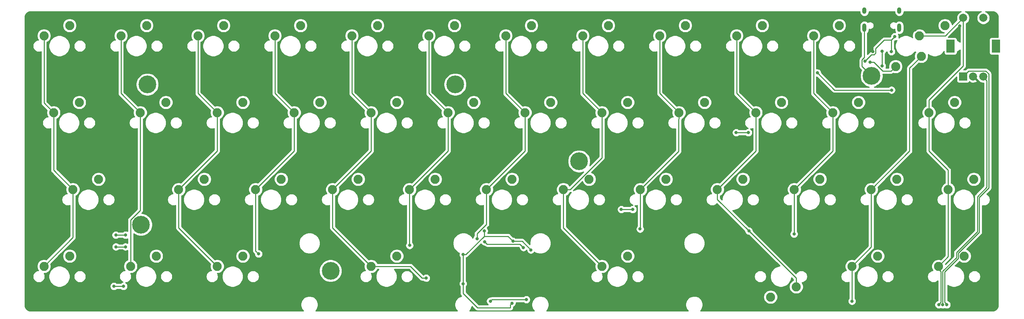
<source format=gbr>
G04 #@! TF.GenerationSoftware,KiCad,Pcbnew,(5.1.4)-1*
G04 #@! TF.CreationDate,2020-12-03T11:49:32-06:00*
G04 #@! TF.ProjectId,m3n3van,6d336e33-7661-46e2-9e6b-696361645f70,rev?*
G04 #@! TF.SameCoordinates,Original*
G04 #@! TF.FileFunction,Copper,L1,Top*
G04 #@! TF.FilePolarity,Positive*
%FSLAX46Y46*%
G04 Gerber Fmt 4.6, Leading zero omitted, Abs format (unit mm)*
G04 Created by KiCad (PCBNEW (5.1.4)-1) date 2020-12-03 11:49:32*
%MOMM*%
%LPD*%
G04 APERTURE LIST*
%ADD10C,2.250000*%
%ADD11O,1.000000X1.600000*%
%ADD12O,1.000000X2.100000*%
%ADD13C,4.400000*%
%ADD14C,2.000000*%
%ADD15R,2.000000X3.200000*%
%ADD16R,2.000000X2.000000*%
%ADD17C,0.800000*%
%ADD18C,0.250000*%
%ADD19C,0.254000*%
G04 APERTURE END LIST*
D10*
X194628000Y-182404000D03*
X200978000Y-179864000D03*
X213678000Y-182404000D03*
X220028000Y-179864000D03*
X232728000Y-182404000D03*
X239078000Y-179864000D03*
X251778000Y-182404000D03*
X258128000Y-179864000D03*
X270828000Y-182404000D03*
X277178000Y-179864000D03*
X289878000Y-182404000D03*
X296228000Y-179864000D03*
X308928000Y-182404000D03*
X315278000Y-179864000D03*
X327978000Y-182404000D03*
X334328000Y-179864000D03*
X347028000Y-182404000D03*
X353378000Y-179864000D03*
X366078000Y-182404000D03*
X372428000Y-179864000D03*
X385128000Y-182404000D03*
X391478000Y-179864000D03*
X411798000Y-187484000D03*
X405448000Y-190024000D03*
X218440500Y-201454000D03*
X224790500Y-198914000D03*
X237490500Y-201454000D03*
X243840500Y-198914000D03*
X256540500Y-201454000D03*
X262890500Y-198914000D03*
X275590500Y-201454000D03*
X281940500Y-198914000D03*
X294640500Y-201454000D03*
X300990500Y-198914000D03*
X313690500Y-201454000D03*
X320040500Y-198914000D03*
X332740500Y-201454000D03*
X339090500Y-198914000D03*
X351790500Y-201454000D03*
X358140500Y-198914000D03*
X389890500Y-201454000D03*
X396240500Y-198914000D03*
X227965500Y-220504000D03*
X234315500Y-217964000D03*
X247015500Y-220504000D03*
X253365500Y-217964000D03*
X266065500Y-220504000D03*
X272415500Y-217964000D03*
X285115500Y-220504000D03*
X291465500Y-217964000D03*
X304165500Y-220504000D03*
X310515500Y-217964000D03*
X323215500Y-220504000D03*
X329565500Y-217964000D03*
X342265500Y-220504000D03*
X348615500Y-217964000D03*
X361315500Y-220504000D03*
X367665500Y-217964000D03*
X380365500Y-220504000D03*
X386715500Y-217964000D03*
X399415500Y-220504000D03*
X405765500Y-217964000D03*
X418465500Y-220504000D03*
X424815500Y-217964000D03*
X194628000Y-239554000D03*
X200978000Y-237014000D03*
X237490500Y-239554000D03*
X243840500Y-237014000D03*
X394653000Y-239554000D03*
X401003000Y-237014000D03*
X370829400Y-201452800D03*
X377179400Y-198912800D03*
D11*
X406354500Y-176209000D03*
X397714500Y-176209000D03*
D12*
X406354500Y-180389000D03*
X397714500Y-180389000D03*
D10*
X411321750Y-182404000D03*
X417671750Y-179864000D03*
X197009250Y-201454000D03*
X203359250Y-198914000D03*
X413703000Y-201454000D03*
X420053000Y-198914000D03*
X201771750Y-220504000D03*
X208121750Y-217964000D03*
X216059250Y-239554000D03*
X222409250Y-237014000D03*
X275590500Y-239554000D03*
X281940500Y-237014000D03*
X332740500Y-239554000D03*
X339090500Y-237014000D03*
X380841750Y-244634000D03*
X374491750Y-247174000D03*
X416084250Y-239554000D03*
X422434250Y-237014000D03*
D13*
X220237500Y-194468750D03*
X218637500Y-229242750D03*
X265587500Y-240692750D03*
X296437500Y-194469000D03*
X327087500Y-213519000D03*
X399487500Y-192342750D03*
D14*
X427161200Y-177987800D03*
X422161200Y-177987800D03*
D15*
X430261200Y-184987800D03*
X419061200Y-184987800D03*
D14*
X427161200Y-192487800D03*
X424661200Y-192487800D03*
D16*
X422161200Y-192487800D03*
D17*
X306134000Y-228759000D03*
X319342000Y-236887000D03*
X304737000Y-243999000D03*
X311214000Y-237522000D03*
X311214000Y-243999000D03*
X304737000Y-237649000D03*
X410274000Y-180880000D03*
X398844000Y-182594500D03*
X399796500Y-186341000D03*
X376619000Y-246412000D03*
X371412000Y-250095000D03*
X320485000Y-250349000D03*
X296101000Y-248190000D03*
X295466000Y-250349000D03*
X251270000Y-243745000D03*
X248476000Y-243745000D03*
X227013000Y-243745000D03*
X214821000Y-237776000D03*
X288989000Y-243745000D03*
X328105000Y-243745000D03*
X215202000Y-224695000D03*
X353378000Y-224695000D03*
X416370000Y-190278000D03*
X401003000Y-205645000D03*
X381953000Y-205645000D03*
X401003000Y-194977000D03*
X208090000Y-243745000D03*
X257874000Y-235871000D03*
X202883000Y-201073000D03*
X208217000Y-205645000D03*
X209106000Y-220631000D03*
X212916000Y-224695000D03*
X284036000Y-237649000D03*
X319977000Y-247809000D03*
X421323000Y-179991000D03*
X302197000Y-235363000D03*
X210630000Y-205645000D03*
X383477000Y-245904000D03*
X214784000Y-234728000D03*
X212433980Y-234728000D03*
X247745314Y-236474686D03*
X289243000Y-242475000D03*
X285150769Y-234375231D03*
X301816000Y-232696000D03*
X342194363Y-230322762D03*
X369126000Y-230795099D03*
X380302000Y-231553000D03*
X394653000Y-248190000D03*
X416125339Y-249074223D03*
X404432000Y-195866000D03*
X386077900Y-191614100D03*
X368999000Y-206407000D03*
X365988000Y-206407000D03*
X340387000Y-225457000D03*
X337540000Y-225457000D03*
X211964229Y-244507000D03*
X214314249Y-244507000D03*
X314026568Y-247807298D03*
X305118000Y-248190000D03*
X399164147Y-188992453D03*
X303594000Y-230791000D03*
X310706000Y-233331000D03*
X315151000Y-235490000D03*
X298387000Y-236633000D03*
X298387000Y-243872000D03*
X310452000Y-248698000D03*
X303721000Y-233458000D03*
X214821000Y-231807000D03*
X212408000Y-231807000D03*
X313318599Y-234896632D03*
X405257500Y-182629002D03*
X404402833Y-186335472D03*
X397864194Y-188717806D03*
X402082500Y-186214000D03*
X402082500Y-189897000D03*
X418125314Y-249079775D03*
X417125339Y-249072339D03*
D18*
X399796500Y-183547000D02*
X399796500Y-186341000D01*
X398844000Y-182594500D02*
X399796500Y-183547000D01*
X194628000Y-199072750D02*
X197009250Y-201454000D01*
X194628000Y-182404000D02*
X194628000Y-199072750D01*
X197009250Y-215741500D02*
X201771750Y-220504000D01*
X197009250Y-201454000D02*
X197009250Y-215741500D01*
X201771750Y-232410250D02*
X194628000Y-239554000D01*
X201771750Y-220504000D02*
X201771750Y-232410250D01*
X214784000Y-234728000D02*
X212433980Y-234728000D01*
X213678000Y-196691500D02*
X218440500Y-201454000D01*
X213678000Y-182404000D02*
X213678000Y-196691500D01*
X216059250Y-237963010D02*
X216059250Y-239554000D01*
X216059250Y-228083998D02*
X216059250Y-237963010D01*
X218440500Y-225702748D02*
X216059250Y-228083998D01*
X218440500Y-201454000D02*
X218440500Y-225702748D01*
X232728000Y-196691500D02*
X237490500Y-201454000D01*
X232728000Y-182404000D02*
X232728000Y-196691500D01*
X237490500Y-210979000D02*
X227965500Y-220504000D01*
X237490500Y-201454000D02*
X237490500Y-210979000D01*
X227965500Y-230029000D02*
X237490500Y-239554000D01*
X227965500Y-220504000D02*
X227965500Y-230029000D01*
X251778000Y-196691500D02*
X256540500Y-201454000D01*
X251778000Y-182404000D02*
X251778000Y-196691500D01*
X256540500Y-210979000D02*
X247015500Y-220504000D01*
X256540500Y-201454000D02*
X256540500Y-210979000D01*
X247015500Y-220504000D02*
X247015500Y-235744872D01*
X247015500Y-235744872D02*
X247745314Y-236474686D01*
X270828000Y-196691500D02*
X275590500Y-201454000D01*
X270828000Y-182404000D02*
X270828000Y-196691500D01*
X275590500Y-210979000D02*
X266065500Y-220504000D01*
X275590500Y-201454000D02*
X275590500Y-210979000D01*
X266065500Y-230029000D02*
X275590500Y-239554000D01*
X266065500Y-220504000D02*
X266065500Y-230029000D01*
X288227000Y-242475000D02*
X285306000Y-239554000D01*
X289243000Y-242475000D02*
X288227000Y-242475000D01*
X275590500Y-239554000D02*
X285306000Y-239554000D01*
X289878000Y-196691500D02*
X294640500Y-201454000D01*
X289878000Y-182404000D02*
X289878000Y-196691500D01*
X294640500Y-210979000D02*
X285115500Y-220504000D01*
X294640500Y-201454000D02*
X294640500Y-210979000D01*
X285115500Y-220504000D02*
X285115500Y-234339962D01*
X285115500Y-234339962D02*
X285150769Y-234375231D01*
X308928000Y-196691500D02*
X313690500Y-201454000D01*
X308928000Y-182404000D02*
X308928000Y-196691500D01*
X313690500Y-210979000D02*
X304165500Y-220504000D01*
X313690500Y-201454000D02*
X313690500Y-210979000D01*
X301816000Y-231495998D02*
X301816000Y-232696000D01*
X304165500Y-220504000D02*
X304165500Y-229146498D01*
X304165500Y-229146498D02*
X301816000Y-231495998D01*
X327978000Y-196691500D02*
X332740500Y-201454000D01*
X327978000Y-182404000D02*
X327978000Y-196691500D01*
X323215500Y-230029000D02*
X332740500Y-239554000D01*
X323215500Y-220504000D02*
X323215500Y-230029000D01*
X324806490Y-220504000D02*
X323215500Y-220504000D01*
X324879498Y-220504000D02*
X324806490Y-220504000D01*
X332740500Y-212642998D02*
X324879498Y-220504000D01*
X332740500Y-210407500D02*
X332740500Y-212642998D01*
X332740500Y-210407500D02*
X332740500Y-210979000D01*
X332740500Y-201454000D02*
X332740500Y-210407500D01*
X347028000Y-196691500D02*
X351790500Y-201454000D01*
X347028000Y-182404000D02*
X347028000Y-196691500D01*
X343390499Y-219379001D02*
X342265500Y-220504000D01*
X351720501Y-211048999D02*
X343390499Y-219379001D01*
X351720501Y-203114989D02*
X351720501Y-211048999D01*
X351790500Y-203044990D02*
X351720501Y-203114989D01*
X351790500Y-201454000D02*
X351790500Y-203044990D01*
X342284104Y-220522604D02*
X342265500Y-220504000D01*
X342265500Y-220504000D02*
X342265500Y-230251625D01*
X342265500Y-230251625D02*
X342194363Y-230322762D01*
X366078000Y-196691500D02*
X370840500Y-201454000D01*
X366078000Y-182404000D02*
X366078000Y-196691500D01*
X370840500Y-210979000D02*
X361315500Y-220504000D01*
X370840500Y-201454000D02*
X370840500Y-210979000D01*
X380841750Y-243043010D02*
X380841750Y-244634000D01*
X380841750Y-242472026D02*
X380841750Y-243043010D01*
X369612539Y-231281638D02*
X369126000Y-230795099D01*
X369651362Y-231281638D02*
X369612539Y-231281638D01*
X369651362Y-231281638D02*
X380841750Y-242472026D01*
X369164823Y-230795099D02*
X369651362Y-231281638D01*
X361315500Y-222984599D02*
X369126000Y-230795099D01*
X361315500Y-220504000D02*
X361315500Y-222984599D01*
X385128000Y-196691500D02*
X389890500Y-201454000D01*
X385128000Y-182404000D02*
X385128000Y-196691500D01*
X389890500Y-210979000D02*
X380365500Y-220504000D01*
X389890500Y-201454000D02*
X389890500Y-210979000D01*
X380365500Y-220504000D02*
X380365500Y-230854500D01*
X380365500Y-230854500D02*
X380365500Y-231489500D01*
X380365500Y-231489500D02*
X380302000Y-231553000D01*
X399415500Y-234791500D02*
X399415500Y-220504000D01*
X394653000Y-239554000D02*
X399415500Y-234791500D01*
X408908750Y-211010750D02*
X408908750Y-190373250D01*
X399415500Y-220504000D02*
X408908750Y-211010750D01*
X408908750Y-190373250D02*
X411798000Y-187484000D01*
X394653000Y-239554000D02*
X394653000Y-248190000D01*
X422161200Y-189902798D02*
X413703000Y-198360998D01*
X422161200Y-177987800D02*
X422161200Y-189902798D01*
X418465500Y-237172750D02*
X416084250Y-239554000D01*
X418465500Y-220504000D02*
X418465500Y-237172750D01*
X413703000Y-201454000D02*
X413703000Y-210979000D01*
X413703000Y-210979000D02*
X418465500Y-215741500D01*
X418465500Y-215741500D02*
X418465500Y-220504000D01*
X413703000Y-198360998D02*
X413703000Y-201454000D01*
X417745000Y-182404000D02*
X422161200Y-177987800D01*
X411321750Y-182404000D02*
X417745000Y-182404000D01*
X416084250Y-240284250D02*
X416084250Y-239554000D01*
X416675329Y-240875329D02*
X416084250Y-240284250D01*
X416675329Y-248449347D02*
X416675329Y-240875329D01*
X416125339Y-248999337D02*
X416675329Y-248449347D01*
X416125339Y-249074223D02*
X416125339Y-248999337D01*
X390329800Y-195866000D02*
X386077900Y-191614100D01*
X404432000Y-195866000D02*
X390329800Y-195866000D01*
X365988000Y-206407000D02*
X368999000Y-206407000D01*
X337540000Y-225457000D02*
X340387000Y-225457000D01*
X211964229Y-244507000D02*
X214314249Y-244507000D01*
X314026568Y-247807298D02*
X305500702Y-247807298D01*
X305500702Y-247807298D02*
X305118000Y-248190000D01*
X400104951Y-188992453D02*
X399164147Y-188992453D01*
X402261497Y-191148999D02*
X400104951Y-188992453D01*
X405448000Y-190024000D02*
X404323001Y-191148999D01*
X404323001Y-191148999D02*
X402261497Y-191148999D01*
X397287501Y-190142751D02*
X399487500Y-192342750D01*
X397139193Y-189994443D02*
X397287501Y-190142751D01*
X397139193Y-188369805D02*
X397139193Y-189994443D01*
X397714500Y-187794498D02*
X397139193Y-188369805D01*
X397714500Y-180389000D02*
X397714500Y-187794498D01*
X303594000Y-230791000D02*
X303594000Y-232127474D01*
X303594000Y-232127474D02*
X299088474Y-236633000D01*
X303594000Y-232127474D02*
X309502474Y-232127474D01*
X309502474Y-232127474D02*
X310706000Y-233331000D01*
X310706000Y-233331000D02*
X312992000Y-233331000D01*
X312992000Y-233331000D02*
X315151000Y-235490000D01*
X299088474Y-236633000D02*
X298387000Y-236633000D01*
X298387000Y-236633000D02*
X298387000Y-243872000D01*
X301949022Y-249841000D02*
X302197000Y-249841000D01*
X298387000Y-246278978D02*
X301949022Y-249841000D01*
X298387000Y-243872000D02*
X298387000Y-246278978D01*
X302070000Y-249841000D02*
X302197000Y-249841000D01*
X302197000Y-249841000D02*
X310071000Y-249841000D01*
X310071000Y-249841000D02*
X310071000Y-249079000D01*
X310071000Y-249079000D02*
X310452000Y-248698000D01*
X214821000Y-231807000D02*
X212408000Y-231807000D01*
X304319001Y-234056001D02*
X303721000Y-233458000D01*
X312477968Y-234056001D02*
X313318599Y-234896632D01*
X312139999Y-234056001D02*
X312477968Y-234056001D01*
X312139999Y-234056001D02*
X304319001Y-234056001D01*
X404402833Y-183483669D02*
X405257500Y-182629002D01*
X404402833Y-186335472D02*
X404402833Y-183483669D01*
X404402833Y-183483669D02*
X402592329Y-183483669D01*
X400521501Y-185554497D02*
X400521501Y-186689001D01*
X400521501Y-186689001D02*
X400144501Y-187066001D01*
X402592329Y-183483669D02*
X400521501Y-185554497D01*
X400144501Y-187066001D02*
X399515999Y-187066001D01*
X399515999Y-187066001D02*
X397864194Y-188717806D01*
X402082500Y-186214000D02*
X402082500Y-189897000D01*
X420984248Y-237572028D02*
X417575349Y-240980927D01*
X420984249Y-236317999D02*
X420984248Y-237572028D01*
X426155499Y-231146749D02*
X420984249Y-236317999D01*
X423486201Y-191162799D02*
X427797201Y-191162799D01*
X422161200Y-192487800D02*
X423486201Y-191162799D01*
X427797201Y-191162799D02*
X428486201Y-191851799D01*
X428486201Y-220137297D02*
X426155499Y-222467999D01*
X428486201Y-191851799D02*
X428486201Y-220137297D01*
X426155499Y-222467999D02*
X426155499Y-231146749D01*
X418125314Y-248999312D02*
X418125314Y-249079775D01*
X417575349Y-240980927D02*
X417575349Y-248449347D01*
X417575349Y-248449347D02*
X418125314Y-248999312D01*
X420534239Y-237385627D02*
X417125339Y-240794527D01*
X427161200Y-192687200D02*
X428036191Y-193562191D01*
X428036191Y-193562191D02*
X428036191Y-219950897D01*
X427161200Y-192487800D02*
X427161200Y-192687200D01*
X428036191Y-219950897D02*
X425705489Y-222281599D01*
X425705489Y-222281599D02*
X425705489Y-230960349D01*
X420534239Y-236131599D02*
X420534239Y-237385627D01*
X425705489Y-230960349D02*
X420534239Y-236131599D01*
X417125339Y-248196661D02*
X417125339Y-249072339D01*
X417125339Y-240794527D02*
X417125339Y-248196661D01*
D19*
G36*
X396579500Y-176418496D02*
G01*
X396579500Y-176564752D01*
X396595923Y-176731499D01*
X396660824Y-176945447D01*
X396766217Y-177142623D01*
X396908052Y-177315449D01*
X397080878Y-177457284D01*
X397278054Y-177562676D01*
X397492002Y-177627577D01*
X397714500Y-177649491D01*
X397936999Y-177627577D01*
X398150947Y-177562676D01*
X398348123Y-177457284D01*
X398520949Y-177315449D01*
X398662784Y-177142623D01*
X398768176Y-176945446D01*
X398833077Y-176731498D01*
X398849500Y-176564751D01*
X398849500Y-176418496D01*
X405219500Y-176418499D01*
X405219500Y-176564752D01*
X405235923Y-176731499D01*
X405300824Y-176945447D01*
X405406217Y-177142623D01*
X405548052Y-177315449D01*
X405720878Y-177457284D01*
X405918054Y-177562676D01*
X406132002Y-177627577D01*
X406354500Y-177649491D01*
X406576999Y-177627577D01*
X406790947Y-177562676D01*
X406988123Y-177457284D01*
X407160949Y-177315449D01*
X407302784Y-177142623D01*
X407408176Y-176945446D01*
X407473077Y-176731498D01*
X407489500Y-176564751D01*
X407489500Y-176418499D01*
X421677354Y-176418504D01*
X421386737Y-176538882D01*
X421118948Y-176717813D01*
X420891213Y-176945548D01*
X420712282Y-177213337D01*
X420589032Y-177510888D01*
X420526200Y-177826767D01*
X420526200Y-178148833D01*
X420589032Y-178464712D01*
X420595023Y-178479175D01*
X419423752Y-179650446D01*
X419364114Y-179350627D01*
X419231442Y-179030327D01*
X419038831Y-178742065D01*
X418793685Y-178496919D01*
X418505423Y-178304308D01*
X418185123Y-178171636D01*
X417845095Y-178104000D01*
X417498405Y-178104000D01*
X417158377Y-178171636D01*
X416838077Y-178304308D01*
X416549815Y-178496919D01*
X416304669Y-178742065D01*
X416112058Y-179030327D01*
X415979386Y-179350627D01*
X415911750Y-179690655D01*
X415911750Y-180037345D01*
X415979386Y-180377373D01*
X416112058Y-180697673D01*
X416304669Y-180985935D01*
X416549815Y-181231081D01*
X416838077Y-181423692D01*
X417158377Y-181556364D01*
X417458197Y-181616002D01*
X417430199Y-181644000D01*
X412911958Y-181644000D01*
X412881442Y-181570327D01*
X412688831Y-181282065D01*
X412443685Y-181036919D01*
X412155423Y-180844308D01*
X411835123Y-180711636D01*
X411495095Y-180644000D01*
X411148405Y-180644000D01*
X410808377Y-180711636D01*
X410488077Y-180844308D01*
X410199815Y-181036919D01*
X409954669Y-181282065D01*
X409762058Y-181570327D01*
X409629386Y-181890627D01*
X409561750Y-182230655D01*
X409561750Y-182577345D01*
X409620580Y-182873104D01*
X409233251Y-182614299D01*
X408754822Y-182416127D01*
X408246924Y-182315100D01*
X407729076Y-182315100D01*
X407221178Y-182416127D01*
X406742749Y-182614299D01*
X406312174Y-182902000D01*
X406231125Y-182983049D01*
X406252726Y-182930900D01*
X406292500Y-182730941D01*
X406292500Y-182527063D01*
X406252726Y-182327104D01*
X406174705Y-182138746D01*
X406117538Y-182053189D01*
X406132002Y-182057577D01*
X406354500Y-182079491D01*
X406576999Y-182057577D01*
X406790947Y-181992676D01*
X406988123Y-181887284D01*
X407160949Y-181745449D01*
X407302784Y-181572623D01*
X407408176Y-181375447D01*
X407473077Y-181161499D01*
X407489500Y-180994752D01*
X407489500Y-179783248D01*
X407473077Y-179616501D01*
X407408176Y-179402553D01*
X407302784Y-179205377D01*
X407160949Y-179032551D01*
X406988123Y-178890716D01*
X406790946Y-178785324D01*
X406576998Y-178720423D01*
X406354500Y-178698509D01*
X406132001Y-178720423D01*
X405918053Y-178785324D01*
X405720877Y-178890716D01*
X405548051Y-179032551D01*
X405501138Y-179089715D01*
X405379231Y-179008259D01*
X405204522Y-178935892D01*
X405019052Y-178899000D01*
X404829948Y-178899000D01*
X404644478Y-178935892D01*
X404469769Y-179008259D01*
X404312536Y-179113319D01*
X404178819Y-179247036D01*
X404073759Y-179404269D01*
X404001392Y-179578978D01*
X403964500Y-179764448D01*
X403964500Y-179953552D01*
X404001392Y-180139022D01*
X404073759Y-180313731D01*
X404178819Y-180470964D01*
X404312536Y-180604681D01*
X404469769Y-180709741D01*
X404644478Y-180782108D01*
X404829948Y-180819000D01*
X405019052Y-180819000D01*
X405204522Y-180782108D01*
X405219500Y-180775904D01*
X405219500Y-180994752D01*
X405235923Y-181161499D01*
X405300824Y-181375447D01*
X405406217Y-181572623D01*
X405436311Y-181609293D01*
X405359439Y-181594002D01*
X405155561Y-181594002D01*
X404955602Y-181633776D01*
X404767244Y-181711797D01*
X404597726Y-181825065D01*
X404453563Y-181969228D01*
X404340295Y-182138746D01*
X404262274Y-182327104D01*
X404222500Y-182527063D01*
X404222500Y-182589201D01*
X404088032Y-182723669D01*
X402629651Y-182723669D01*
X402592328Y-182719993D01*
X402555005Y-182723669D01*
X402554996Y-182723669D01*
X402443343Y-182734666D01*
X402300527Y-182777988D01*
X402300082Y-182778123D01*
X402168052Y-182848695D01*
X402084412Y-182917337D01*
X402052328Y-182943668D01*
X402028530Y-182972666D01*
X400010504Y-184990693D01*
X399981500Y-185014496D01*
X399926372Y-185081671D01*
X399886527Y-185130221D01*
X399860454Y-185179000D01*
X399815955Y-185262251D01*
X399772498Y-185405512D01*
X399761501Y-185517165D01*
X399761501Y-185517175D01*
X399757825Y-185554497D01*
X399761501Y-185591820D01*
X399761502Y-186306001D01*
X399553321Y-186306001D01*
X399515998Y-186302325D01*
X399478675Y-186306001D01*
X399478666Y-186306001D01*
X399367013Y-186316998D01*
X399223752Y-186360455D01*
X399091722Y-186431027D01*
X399063730Y-186454000D01*
X398975998Y-186526000D01*
X398952200Y-186554998D01*
X398474500Y-187032698D01*
X398474500Y-181783569D01*
X398520949Y-181745449D01*
X398662784Y-181572623D01*
X398768176Y-181375447D01*
X398833077Y-181161499D01*
X398849500Y-180994752D01*
X398849500Y-180775904D01*
X398864478Y-180782108D01*
X399049948Y-180819000D01*
X399239052Y-180819000D01*
X399424522Y-180782108D01*
X399599231Y-180709741D01*
X399756464Y-180604681D01*
X399890181Y-180470964D01*
X399995241Y-180313731D01*
X400067608Y-180139022D01*
X400104500Y-179953552D01*
X400104500Y-179764448D01*
X400067608Y-179578978D01*
X399995241Y-179404269D01*
X399890181Y-179247036D01*
X399756464Y-179113319D01*
X399599231Y-179008259D01*
X399424522Y-178935892D01*
X399239052Y-178899000D01*
X399049948Y-178899000D01*
X398864478Y-178935892D01*
X398689769Y-179008259D01*
X398567862Y-179089715D01*
X398520949Y-179032551D01*
X398348123Y-178890716D01*
X398150946Y-178785324D01*
X397936998Y-178720423D01*
X397714500Y-178698509D01*
X397492001Y-178720423D01*
X397278053Y-178785324D01*
X397080877Y-178890716D01*
X396908051Y-179032551D01*
X396766216Y-179205377D01*
X396660824Y-179402554D01*
X396595923Y-179616502D01*
X396579500Y-179783249D01*
X396579500Y-180994752D01*
X396595923Y-181161499D01*
X396660824Y-181375447D01*
X396766217Y-181572623D01*
X396908052Y-181745449D01*
X396954500Y-181783568D01*
X396954501Y-187479695D01*
X396628195Y-187806002D01*
X396599192Y-187829804D01*
X396544064Y-187896979D01*
X396504219Y-187945529D01*
X396434882Y-188075248D01*
X396433647Y-188077559D01*
X396390190Y-188220820D01*
X396379193Y-188332473D01*
X396379193Y-188332483D01*
X396375517Y-188369805D01*
X396379193Y-188407128D01*
X396379194Y-189957111D01*
X396375517Y-189994443D01*
X396379194Y-190031776D01*
X396389919Y-190140662D01*
X396390191Y-190143428D01*
X396433647Y-190286689D01*
X396504219Y-190418719D01*
X396575394Y-190505445D01*
X396599193Y-190534444D01*
X396628191Y-190558242D01*
X397013074Y-190943125D01*
X396975156Y-190999874D01*
X396761448Y-191515811D01*
X396652500Y-192063527D01*
X396652500Y-192621973D01*
X396761448Y-193169689D01*
X396975156Y-193685626D01*
X397285412Y-194149957D01*
X397680293Y-194544838D01*
X398144624Y-194855094D01*
X398660561Y-195068802D01*
X398847567Y-195106000D01*
X390644602Y-195106000D01*
X387112900Y-191574299D01*
X387112900Y-191512161D01*
X387073126Y-191312202D01*
X386995105Y-191123844D01*
X386881837Y-190954326D01*
X386737674Y-190810163D01*
X386568156Y-190696895D01*
X386379798Y-190618874D01*
X386179839Y-190579100D01*
X385975961Y-190579100D01*
X385888000Y-190596596D01*
X385888000Y-184685076D01*
X386309100Y-184685076D01*
X386309100Y-185202924D01*
X386410127Y-185710822D01*
X386608299Y-186189251D01*
X386896000Y-186619826D01*
X387262174Y-186986000D01*
X387692749Y-187273701D01*
X388171178Y-187471873D01*
X388679076Y-187572900D01*
X389196924Y-187572900D01*
X389704822Y-187471873D01*
X390183251Y-187273701D01*
X390613826Y-186986000D01*
X390980000Y-186619826D01*
X391267701Y-186189251D01*
X391465873Y-185710822D01*
X391566900Y-185202924D01*
X391566900Y-184795278D01*
X392508000Y-184795278D01*
X392508000Y-185092722D01*
X392566029Y-185384451D01*
X392679856Y-185659253D01*
X392845107Y-185906569D01*
X393055431Y-186116893D01*
X393302747Y-186282144D01*
X393577549Y-186395971D01*
X393869278Y-186454000D01*
X394166722Y-186454000D01*
X394458451Y-186395971D01*
X394733253Y-186282144D01*
X394980569Y-186116893D01*
X395190893Y-185906569D01*
X395356144Y-185659253D01*
X395469971Y-185384451D01*
X395528000Y-185092722D01*
X395528000Y-184795278D01*
X395469971Y-184503549D01*
X395356144Y-184228747D01*
X395190893Y-183981431D01*
X394980569Y-183771107D01*
X394733253Y-183605856D01*
X394458451Y-183492029D01*
X394166722Y-183434000D01*
X393869278Y-183434000D01*
X393577549Y-183492029D01*
X393302747Y-183605856D01*
X393055431Y-183771107D01*
X392845107Y-183981431D01*
X392679856Y-184228747D01*
X392566029Y-184503549D01*
X392508000Y-184795278D01*
X391566900Y-184795278D01*
X391566900Y-184685076D01*
X391465873Y-184177178D01*
X391267701Y-183698749D01*
X390980000Y-183268174D01*
X390613826Y-182902000D01*
X390183251Y-182614299D01*
X389704822Y-182416127D01*
X389196924Y-182315100D01*
X388679076Y-182315100D01*
X388171178Y-182416127D01*
X387692749Y-182614299D01*
X387262174Y-182902000D01*
X386896000Y-183268174D01*
X386608299Y-183698749D01*
X386410127Y-184177178D01*
X386309100Y-184685076D01*
X385888000Y-184685076D01*
X385888000Y-183994208D01*
X385961673Y-183963692D01*
X386249935Y-183771081D01*
X386495081Y-183525935D01*
X386687692Y-183237673D01*
X386820364Y-182917373D01*
X386888000Y-182577345D01*
X386888000Y-182230655D01*
X386820364Y-181890627D01*
X386687692Y-181570327D01*
X386495081Y-181282065D01*
X386249935Y-181036919D01*
X385961673Y-180844308D01*
X385641373Y-180711636D01*
X385301345Y-180644000D01*
X384954655Y-180644000D01*
X384614627Y-180711636D01*
X384294327Y-180844308D01*
X384006065Y-181036919D01*
X383760919Y-181282065D01*
X383568308Y-181570327D01*
X383435636Y-181890627D01*
X383368000Y-182230655D01*
X383368000Y-182577345D01*
X383435636Y-182917373D01*
X383568308Y-183237673D01*
X383700638Y-183435719D01*
X383417549Y-183492029D01*
X383142747Y-183605856D01*
X382895431Y-183771107D01*
X382685107Y-183981431D01*
X382519856Y-184228747D01*
X382406029Y-184503549D01*
X382348000Y-184795278D01*
X382348000Y-185092722D01*
X382406029Y-185384451D01*
X382519856Y-185659253D01*
X382685107Y-185906569D01*
X382895431Y-186116893D01*
X383142747Y-186282144D01*
X383417549Y-186395971D01*
X383709278Y-186454000D01*
X384006722Y-186454000D01*
X384298451Y-186395971D01*
X384368000Y-186367163D01*
X384368001Y-196654168D01*
X384364324Y-196691500D01*
X384378998Y-196840485D01*
X384422454Y-196983746D01*
X384493026Y-197115776D01*
X384557882Y-197194802D01*
X384588000Y-197231501D01*
X384616998Y-197255299D01*
X388228652Y-200866954D01*
X388198136Y-200940627D01*
X388130500Y-201280655D01*
X388130500Y-201627345D01*
X388198136Y-201967373D01*
X388330808Y-202287673D01*
X388463138Y-202485719D01*
X388180049Y-202542029D01*
X387905247Y-202655856D01*
X387657931Y-202821107D01*
X387447607Y-203031431D01*
X387282356Y-203278747D01*
X387168529Y-203553549D01*
X387110500Y-203845278D01*
X387110500Y-204142722D01*
X387168529Y-204434451D01*
X387282356Y-204709253D01*
X387447607Y-204956569D01*
X387657931Y-205166893D01*
X387905247Y-205332144D01*
X388180049Y-205445971D01*
X388471778Y-205504000D01*
X388769222Y-205504000D01*
X389060951Y-205445971D01*
X389130500Y-205417163D01*
X389130501Y-210664197D01*
X380952546Y-218842152D01*
X380878873Y-218811636D01*
X380538845Y-218744000D01*
X380192155Y-218744000D01*
X379852127Y-218811636D01*
X379531827Y-218944308D01*
X379243565Y-219136919D01*
X378998419Y-219382065D01*
X378805808Y-219670327D01*
X378673136Y-219990627D01*
X378605500Y-220330655D01*
X378605500Y-220677345D01*
X378673136Y-221017373D01*
X378805808Y-221337673D01*
X378938138Y-221535719D01*
X378655049Y-221592029D01*
X378380247Y-221705856D01*
X378132931Y-221871107D01*
X377922607Y-222081431D01*
X377757356Y-222328747D01*
X377643529Y-222603549D01*
X377585500Y-222895278D01*
X377585500Y-223192722D01*
X377643529Y-223484451D01*
X377757356Y-223759253D01*
X377922607Y-224006569D01*
X378132931Y-224216893D01*
X378380247Y-224382144D01*
X378655049Y-224495971D01*
X378946778Y-224554000D01*
X379244222Y-224554000D01*
X379535951Y-224495971D01*
X379605500Y-224467163D01*
X379605501Y-230785788D01*
X379498063Y-230893226D01*
X379384795Y-231062744D01*
X379306774Y-231251102D01*
X379267000Y-231451061D01*
X379267000Y-231654939D01*
X379306774Y-231854898D01*
X379384795Y-232043256D01*
X379498063Y-232212774D01*
X379642226Y-232356937D01*
X379811744Y-232470205D01*
X380000102Y-232548226D01*
X380200061Y-232588000D01*
X380403939Y-232588000D01*
X380603898Y-232548226D01*
X380792256Y-232470205D01*
X380961774Y-232356937D01*
X381105937Y-232212774D01*
X381219205Y-232043256D01*
X381297226Y-231854898D01*
X381337000Y-231654939D01*
X381337000Y-231451061D01*
X381297226Y-231251102D01*
X381219205Y-231062744D01*
X381125500Y-230922504D01*
X381125500Y-222785076D01*
X381546600Y-222785076D01*
X381546600Y-223302924D01*
X381647627Y-223810822D01*
X381845799Y-224289251D01*
X382133500Y-224719826D01*
X382499674Y-225086000D01*
X382930249Y-225373701D01*
X383408678Y-225571873D01*
X383916576Y-225672900D01*
X384434424Y-225672900D01*
X384942322Y-225571873D01*
X385420751Y-225373701D01*
X385851326Y-225086000D01*
X386217500Y-224719826D01*
X386505201Y-224289251D01*
X386703373Y-223810822D01*
X386804400Y-223302924D01*
X386804400Y-222895278D01*
X387745500Y-222895278D01*
X387745500Y-223192722D01*
X387803529Y-223484451D01*
X387917356Y-223759253D01*
X388082607Y-224006569D01*
X388292931Y-224216893D01*
X388540247Y-224382144D01*
X388815049Y-224495971D01*
X389106778Y-224554000D01*
X389404222Y-224554000D01*
X389695951Y-224495971D01*
X389970753Y-224382144D01*
X390218069Y-224216893D01*
X390428393Y-224006569D01*
X390593644Y-223759253D01*
X390707471Y-223484451D01*
X390765500Y-223192722D01*
X390765500Y-222895278D01*
X390707471Y-222603549D01*
X390593644Y-222328747D01*
X390428393Y-222081431D01*
X390218069Y-221871107D01*
X389970753Y-221705856D01*
X389695951Y-221592029D01*
X389404222Y-221534000D01*
X389106778Y-221534000D01*
X388815049Y-221592029D01*
X388540247Y-221705856D01*
X388292931Y-221871107D01*
X388082607Y-222081431D01*
X387917356Y-222328747D01*
X387803529Y-222603549D01*
X387745500Y-222895278D01*
X386804400Y-222895278D01*
X386804400Y-222785076D01*
X386703373Y-222277178D01*
X386505201Y-221798749D01*
X386217500Y-221368174D01*
X385851326Y-221002000D01*
X385420751Y-220714299D01*
X384942322Y-220516127D01*
X384434424Y-220415100D01*
X383916576Y-220415100D01*
X383408678Y-220516127D01*
X382930249Y-220714299D01*
X382499674Y-221002000D01*
X382133500Y-221368174D01*
X381845799Y-221798749D01*
X381647627Y-222277178D01*
X381546600Y-222785076D01*
X381125500Y-222785076D01*
X381125500Y-222094208D01*
X381199173Y-222063692D01*
X381487435Y-221871081D01*
X381732581Y-221625935D01*
X381925192Y-221337673D01*
X382057864Y-221017373D01*
X382125500Y-220677345D01*
X382125500Y-220330655D01*
X382057864Y-219990627D01*
X382027348Y-219916954D01*
X384153647Y-217790655D01*
X384955500Y-217790655D01*
X384955500Y-218137345D01*
X385023136Y-218477373D01*
X385155808Y-218797673D01*
X385348419Y-219085935D01*
X385593565Y-219331081D01*
X385881827Y-219523692D01*
X386202127Y-219656364D01*
X386542155Y-219724000D01*
X386888845Y-219724000D01*
X387228873Y-219656364D01*
X387549173Y-219523692D01*
X387837435Y-219331081D01*
X388082581Y-219085935D01*
X388275192Y-218797673D01*
X388407864Y-218477373D01*
X388475500Y-218137345D01*
X388475500Y-217790655D01*
X388407864Y-217450627D01*
X388275192Y-217130327D01*
X388082581Y-216842065D01*
X387837435Y-216596919D01*
X387549173Y-216404308D01*
X387228873Y-216271636D01*
X386888845Y-216204000D01*
X386542155Y-216204000D01*
X386202127Y-216271636D01*
X385881827Y-216404308D01*
X385593565Y-216596919D01*
X385348419Y-216842065D01*
X385155808Y-217130327D01*
X385023136Y-217450627D01*
X384955500Y-217790655D01*
X384153647Y-217790655D01*
X390401503Y-211542799D01*
X390430501Y-211519001D01*
X390525474Y-211403276D01*
X390596046Y-211271247D01*
X390639503Y-211127986D01*
X390650500Y-211016333D01*
X390650500Y-211016324D01*
X390654176Y-210979001D01*
X390650500Y-210941678D01*
X390650500Y-203735076D01*
X391071600Y-203735076D01*
X391071600Y-204252924D01*
X391172627Y-204760822D01*
X391370799Y-205239251D01*
X391658500Y-205669826D01*
X392024674Y-206036000D01*
X392455249Y-206323701D01*
X392933678Y-206521873D01*
X393441576Y-206622900D01*
X393959424Y-206622900D01*
X394467322Y-206521873D01*
X394945751Y-206323701D01*
X395376326Y-206036000D01*
X395742500Y-205669826D01*
X396030201Y-205239251D01*
X396228373Y-204760822D01*
X396329400Y-204252924D01*
X396329400Y-203845278D01*
X397270500Y-203845278D01*
X397270500Y-204142722D01*
X397328529Y-204434451D01*
X397442356Y-204709253D01*
X397607607Y-204956569D01*
X397817931Y-205166893D01*
X398065247Y-205332144D01*
X398340049Y-205445971D01*
X398631778Y-205504000D01*
X398929222Y-205504000D01*
X399220951Y-205445971D01*
X399495753Y-205332144D01*
X399743069Y-205166893D01*
X399953393Y-204956569D01*
X400118644Y-204709253D01*
X400232471Y-204434451D01*
X400290500Y-204142722D01*
X400290500Y-203845278D01*
X400232471Y-203553549D01*
X400118644Y-203278747D01*
X399953393Y-203031431D01*
X399743069Y-202821107D01*
X399495753Y-202655856D01*
X399220951Y-202542029D01*
X398929222Y-202484000D01*
X398631778Y-202484000D01*
X398340049Y-202542029D01*
X398065247Y-202655856D01*
X397817931Y-202821107D01*
X397607607Y-203031431D01*
X397442356Y-203278747D01*
X397328529Y-203553549D01*
X397270500Y-203845278D01*
X396329400Y-203845278D01*
X396329400Y-203735076D01*
X396228373Y-203227178D01*
X396030201Y-202748749D01*
X395742500Y-202318174D01*
X395376326Y-201952000D01*
X394945751Y-201664299D01*
X394467322Y-201466127D01*
X393959424Y-201365100D01*
X393441576Y-201365100D01*
X392933678Y-201466127D01*
X392455249Y-201664299D01*
X392024674Y-201952000D01*
X391658500Y-202318174D01*
X391370799Y-202748749D01*
X391172627Y-203227178D01*
X391071600Y-203735076D01*
X390650500Y-203735076D01*
X390650500Y-203044208D01*
X390724173Y-203013692D01*
X391012435Y-202821081D01*
X391257581Y-202575935D01*
X391450192Y-202287673D01*
X391582864Y-201967373D01*
X391650500Y-201627345D01*
X391650500Y-201280655D01*
X391582864Y-200940627D01*
X391450192Y-200620327D01*
X391257581Y-200332065D01*
X391012435Y-200086919D01*
X390724173Y-199894308D01*
X390403873Y-199761636D01*
X390063845Y-199694000D01*
X389717155Y-199694000D01*
X389377127Y-199761636D01*
X389303454Y-199792152D01*
X388251957Y-198740655D01*
X394480500Y-198740655D01*
X394480500Y-199087345D01*
X394548136Y-199427373D01*
X394680808Y-199747673D01*
X394873419Y-200035935D01*
X395118565Y-200281081D01*
X395406827Y-200473692D01*
X395727127Y-200606364D01*
X396067155Y-200674000D01*
X396413845Y-200674000D01*
X396753873Y-200606364D01*
X397074173Y-200473692D01*
X397362435Y-200281081D01*
X397607581Y-200035935D01*
X397800192Y-199747673D01*
X397932864Y-199427373D01*
X398000500Y-199087345D01*
X398000500Y-198740655D01*
X397932864Y-198400627D01*
X397800192Y-198080327D01*
X397607581Y-197792065D01*
X397362435Y-197546919D01*
X397074173Y-197354308D01*
X396753873Y-197221636D01*
X396413845Y-197154000D01*
X396067155Y-197154000D01*
X395727127Y-197221636D01*
X395406827Y-197354308D01*
X395118565Y-197546919D01*
X394873419Y-197792065D01*
X394680808Y-198080327D01*
X394548136Y-198400627D01*
X394480500Y-198740655D01*
X388251957Y-198740655D01*
X385888000Y-196376699D01*
X385888000Y-192631604D01*
X385975961Y-192649100D01*
X386038099Y-192649100D01*
X389766001Y-196377003D01*
X389789799Y-196406001D01*
X389905524Y-196500974D01*
X390037553Y-196571546D01*
X390180814Y-196615003D01*
X390292467Y-196626000D01*
X390292475Y-196626000D01*
X390329800Y-196629676D01*
X390367125Y-196626000D01*
X403728289Y-196626000D01*
X403772226Y-196669937D01*
X403941744Y-196783205D01*
X404130102Y-196861226D01*
X404330061Y-196901000D01*
X404533939Y-196901000D01*
X404733898Y-196861226D01*
X404922256Y-196783205D01*
X405091774Y-196669937D01*
X405235937Y-196525774D01*
X405349205Y-196356256D01*
X405427226Y-196167898D01*
X405467000Y-195967939D01*
X405467000Y-195764061D01*
X405427226Y-195564102D01*
X405349205Y-195375744D01*
X405235937Y-195206226D01*
X405091774Y-195062063D01*
X404922256Y-194948795D01*
X404733898Y-194870774D01*
X404533939Y-194831000D01*
X404330061Y-194831000D01*
X404130102Y-194870774D01*
X403941744Y-194948795D01*
X403772226Y-195062063D01*
X403728289Y-195106000D01*
X400127433Y-195106000D01*
X400314439Y-195068802D01*
X400830376Y-194855094D01*
X401294707Y-194544838D01*
X401689588Y-194149957D01*
X401999844Y-193685626D01*
X402213552Y-193169689D01*
X402322500Y-192621973D01*
X402322500Y-192063527D01*
X402291898Y-191909682D01*
X402298830Y-191908999D01*
X404285679Y-191908999D01*
X404323001Y-191912675D01*
X404360323Y-191908999D01*
X404360334Y-191908999D01*
X404471987Y-191898002D01*
X404615248Y-191854545D01*
X404747277Y-191783973D01*
X404863002Y-191689000D01*
X404864413Y-191687281D01*
X404934627Y-191716364D01*
X405274655Y-191784000D01*
X405621345Y-191784000D01*
X405961373Y-191716364D01*
X406281673Y-191583692D01*
X406569935Y-191391081D01*
X406815081Y-191145935D01*
X407007692Y-190857673D01*
X407140364Y-190537373D01*
X407208000Y-190197345D01*
X407208000Y-189850655D01*
X407140364Y-189510627D01*
X407007692Y-189190327D01*
X406815081Y-188902065D01*
X406569935Y-188656919D01*
X406281673Y-188464308D01*
X405961373Y-188331636D01*
X405621345Y-188264000D01*
X405274655Y-188264000D01*
X404934627Y-188331636D01*
X404614327Y-188464308D01*
X404326065Y-188656919D01*
X404080919Y-188902065D01*
X403888308Y-189190327D01*
X403755636Y-189510627D01*
X403688000Y-189850655D01*
X403688000Y-190197345D01*
X403726122Y-190388999D01*
X402998540Y-190388999D01*
X402999705Y-190387256D01*
X403077726Y-190198898D01*
X403117500Y-189998939D01*
X403117500Y-189795061D01*
X403077726Y-189595102D01*
X402999705Y-189406744D01*
X402886437Y-189237226D01*
X402842500Y-189193289D01*
X402842500Y-186917711D01*
X402886437Y-186873774D01*
X402999705Y-186704256D01*
X403077726Y-186515898D01*
X403091411Y-186447100D01*
X403348451Y-186395971D01*
X403367833Y-186387943D01*
X403367833Y-186437411D01*
X403407607Y-186637370D01*
X403485628Y-186825728D01*
X403598896Y-186995246D01*
X403743059Y-187139409D01*
X403912577Y-187252677D01*
X404100935Y-187330698D01*
X404300894Y-187370472D01*
X404504772Y-187370472D01*
X404704731Y-187330698D01*
X404893089Y-187252677D01*
X405062607Y-187139409D01*
X405206770Y-186995246D01*
X405320038Y-186825728D01*
X405398059Y-186637370D01*
X405437833Y-186437411D01*
X405437833Y-186233533D01*
X405398059Y-186033574D01*
X405320038Y-185845216D01*
X405206770Y-185675698D01*
X405162833Y-185631761D01*
X405162833Y-183798470D01*
X405297301Y-183664002D01*
X405359439Y-183664002D01*
X405559398Y-183624228D01*
X405747756Y-183546207D01*
X405770281Y-183531157D01*
X405658299Y-183698749D01*
X405460127Y-184177178D01*
X405359100Y-184685076D01*
X405359100Y-185202924D01*
X405460127Y-185710822D01*
X405658299Y-186189251D01*
X405946000Y-186619826D01*
X406312174Y-186986000D01*
X406742749Y-187273701D01*
X407221178Y-187471873D01*
X407729076Y-187572900D01*
X408246924Y-187572900D01*
X408754822Y-187471873D01*
X409233251Y-187273701D01*
X409663826Y-186986000D01*
X410030000Y-186619826D01*
X410140801Y-186454000D01*
X410200472Y-186454000D01*
X410395397Y-186415227D01*
X410238308Y-186650327D01*
X410105636Y-186970627D01*
X410038000Y-187310655D01*
X410038000Y-187657345D01*
X410105636Y-187997373D01*
X410136152Y-188071046D01*
X408397748Y-189809451D01*
X408368750Y-189833249D01*
X408344952Y-189862247D01*
X408344951Y-189862248D01*
X408273776Y-189948974D01*
X408203204Y-190081004D01*
X408175303Y-190172986D01*
X408159748Y-190224264D01*
X408153103Y-190291736D01*
X408145074Y-190373250D01*
X408148751Y-190410583D01*
X408148750Y-210695948D01*
X400002546Y-218842152D01*
X399928873Y-218811636D01*
X399588845Y-218744000D01*
X399242155Y-218744000D01*
X398902127Y-218811636D01*
X398581827Y-218944308D01*
X398293565Y-219136919D01*
X398048419Y-219382065D01*
X397855808Y-219670327D01*
X397723136Y-219990627D01*
X397655500Y-220330655D01*
X397655500Y-220677345D01*
X397723136Y-221017373D01*
X397855808Y-221337673D01*
X397988138Y-221535719D01*
X397705049Y-221592029D01*
X397430247Y-221705856D01*
X397182931Y-221871107D01*
X396972607Y-222081431D01*
X396807356Y-222328747D01*
X396693529Y-222603549D01*
X396635500Y-222895278D01*
X396635500Y-223192722D01*
X396693529Y-223484451D01*
X396807356Y-223759253D01*
X396972607Y-224006569D01*
X397182931Y-224216893D01*
X397430247Y-224382144D01*
X397705049Y-224495971D01*
X397996778Y-224554000D01*
X398294222Y-224554000D01*
X398585951Y-224495971D01*
X398655501Y-224467162D01*
X398655500Y-234476698D01*
X395240046Y-237892152D01*
X395166373Y-237861636D01*
X394826345Y-237794000D01*
X394479655Y-237794000D01*
X394139627Y-237861636D01*
X393819327Y-237994308D01*
X393531065Y-238186919D01*
X393285919Y-238432065D01*
X393093308Y-238720327D01*
X392960636Y-239040627D01*
X392893000Y-239380655D01*
X392893000Y-239727345D01*
X392960636Y-240067373D01*
X393093308Y-240387673D01*
X393225638Y-240585719D01*
X392942549Y-240642029D01*
X392667747Y-240755856D01*
X392420431Y-240921107D01*
X392210107Y-241131431D01*
X392044856Y-241378747D01*
X391931029Y-241653549D01*
X391873000Y-241945278D01*
X391873000Y-242242722D01*
X391931029Y-242534451D01*
X392044856Y-242809253D01*
X392210107Y-243056569D01*
X392420431Y-243266893D01*
X392667747Y-243432144D01*
X392942549Y-243545971D01*
X393234278Y-243604000D01*
X393531722Y-243604000D01*
X393823451Y-243545971D01*
X393893000Y-243517163D01*
X393893001Y-247486288D01*
X393849063Y-247530226D01*
X393735795Y-247699744D01*
X393657774Y-247888102D01*
X393618000Y-248088061D01*
X393618000Y-248291939D01*
X393657774Y-248491898D01*
X393735795Y-248680256D01*
X393849063Y-248849774D01*
X393993226Y-248993937D01*
X394162744Y-249107205D01*
X394351102Y-249185226D01*
X394551061Y-249225000D01*
X394754939Y-249225000D01*
X394954898Y-249185226D01*
X395143256Y-249107205D01*
X395312774Y-248993937D01*
X395456937Y-248849774D01*
X395570205Y-248680256D01*
X395648226Y-248491898D01*
X395688000Y-248291939D01*
X395688000Y-248088061D01*
X395648226Y-247888102D01*
X395570205Y-247699744D01*
X395456937Y-247530226D01*
X395413000Y-247486289D01*
X395413000Y-241835076D01*
X395834100Y-241835076D01*
X395834100Y-242352924D01*
X395935127Y-242860822D01*
X396133299Y-243339251D01*
X396421000Y-243769826D01*
X396787174Y-244136000D01*
X397217749Y-244423701D01*
X397696178Y-244621873D01*
X398204076Y-244722900D01*
X398721924Y-244722900D01*
X399229822Y-244621873D01*
X399708251Y-244423701D01*
X400138826Y-244136000D01*
X400505000Y-243769826D01*
X400792701Y-243339251D01*
X400990873Y-242860822D01*
X401091900Y-242352924D01*
X401091900Y-241945278D01*
X402033000Y-241945278D01*
X402033000Y-242242722D01*
X402091029Y-242534451D01*
X402204856Y-242809253D01*
X402370107Y-243056569D01*
X402580431Y-243266893D01*
X402827747Y-243432144D01*
X403102549Y-243545971D01*
X403394278Y-243604000D01*
X403691722Y-243604000D01*
X403983451Y-243545971D01*
X404258253Y-243432144D01*
X404505569Y-243266893D01*
X404715893Y-243056569D01*
X404881144Y-242809253D01*
X404994971Y-242534451D01*
X405053000Y-242242722D01*
X405053000Y-241945278D01*
X404994971Y-241653549D01*
X404881144Y-241378747D01*
X404715893Y-241131431D01*
X404505569Y-240921107D01*
X404258253Y-240755856D01*
X403983451Y-240642029D01*
X403691722Y-240584000D01*
X403394278Y-240584000D01*
X403102549Y-240642029D01*
X402827747Y-240755856D01*
X402580431Y-240921107D01*
X402370107Y-241131431D01*
X402204856Y-241378747D01*
X402091029Y-241653549D01*
X402033000Y-241945278D01*
X401091900Y-241945278D01*
X401091900Y-241835076D01*
X400990873Y-241327178D01*
X400792701Y-240848749D01*
X400505000Y-240418174D01*
X400138826Y-240052000D01*
X399708251Y-239764299D01*
X399229822Y-239566127D01*
X398721924Y-239465100D01*
X398204076Y-239465100D01*
X397696178Y-239566127D01*
X397217749Y-239764299D01*
X396787174Y-240052000D01*
X396421000Y-240418174D01*
X396133299Y-240848749D01*
X395935127Y-241327178D01*
X395834100Y-241835076D01*
X395413000Y-241835076D01*
X395413000Y-241144208D01*
X395486673Y-241113692D01*
X395774935Y-240921081D01*
X396020081Y-240675935D01*
X396212692Y-240387673D01*
X396345364Y-240067373D01*
X396413000Y-239727345D01*
X396413000Y-239380655D01*
X396345364Y-239040627D01*
X396314848Y-238966954D01*
X398441147Y-236840655D01*
X399243000Y-236840655D01*
X399243000Y-237187345D01*
X399310636Y-237527373D01*
X399443308Y-237847673D01*
X399635919Y-238135935D01*
X399881065Y-238381081D01*
X400169327Y-238573692D01*
X400489627Y-238706364D01*
X400829655Y-238774000D01*
X401176345Y-238774000D01*
X401516373Y-238706364D01*
X401836673Y-238573692D01*
X402124935Y-238381081D01*
X402370081Y-238135935D01*
X402562692Y-237847673D01*
X402695364Y-237527373D01*
X402763000Y-237187345D01*
X402763000Y-236840655D01*
X402695364Y-236500627D01*
X402562692Y-236180327D01*
X402370081Y-235892065D01*
X402124935Y-235646919D01*
X401836673Y-235454308D01*
X401516373Y-235321636D01*
X401176345Y-235254000D01*
X400829655Y-235254000D01*
X400489627Y-235321636D01*
X400169327Y-235454308D01*
X399881065Y-235646919D01*
X399635919Y-235892065D01*
X399443308Y-236180327D01*
X399310636Y-236500627D01*
X399243000Y-236840655D01*
X398441147Y-236840655D01*
X399926504Y-235355298D01*
X399955501Y-235331501D01*
X400007614Y-235268001D01*
X400050474Y-235215777D01*
X400121046Y-235083747D01*
X400135831Y-235035005D01*
X400164503Y-234940486D01*
X400175500Y-234828833D01*
X400175500Y-234828824D01*
X400179176Y-234791501D01*
X400175500Y-234754178D01*
X400175500Y-222785076D01*
X400596600Y-222785076D01*
X400596600Y-223302924D01*
X400697627Y-223810822D01*
X400895799Y-224289251D01*
X401183500Y-224719826D01*
X401549674Y-225086000D01*
X401980249Y-225373701D01*
X402458678Y-225571873D01*
X402966576Y-225672900D01*
X403484424Y-225672900D01*
X403992322Y-225571873D01*
X404470751Y-225373701D01*
X404901326Y-225086000D01*
X405267500Y-224719826D01*
X405555201Y-224289251D01*
X405753373Y-223810822D01*
X405854400Y-223302924D01*
X405854400Y-222895278D01*
X406795500Y-222895278D01*
X406795500Y-223192722D01*
X406853529Y-223484451D01*
X406967356Y-223759253D01*
X407132607Y-224006569D01*
X407342931Y-224216893D01*
X407590247Y-224382144D01*
X407865049Y-224495971D01*
X408156778Y-224554000D01*
X408454222Y-224554000D01*
X408745951Y-224495971D01*
X409020753Y-224382144D01*
X409268069Y-224216893D01*
X409478393Y-224006569D01*
X409643644Y-223759253D01*
X409757471Y-223484451D01*
X409815500Y-223192722D01*
X409815500Y-222895278D01*
X409757471Y-222603549D01*
X409643644Y-222328747D01*
X409478393Y-222081431D01*
X409268069Y-221871107D01*
X409020753Y-221705856D01*
X408745951Y-221592029D01*
X408454222Y-221534000D01*
X408156778Y-221534000D01*
X407865049Y-221592029D01*
X407590247Y-221705856D01*
X407342931Y-221871107D01*
X407132607Y-222081431D01*
X406967356Y-222328747D01*
X406853529Y-222603549D01*
X406795500Y-222895278D01*
X405854400Y-222895278D01*
X405854400Y-222785076D01*
X405753373Y-222277178D01*
X405555201Y-221798749D01*
X405267500Y-221368174D01*
X404901326Y-221002000D01*
X404470751Y-220714299D01*
X403992322Y-220516127D01*
X403484424Y-220415100D01*
X402966576Y-220415100D01*
X402458678Y-220516127D01*
X401980249Y-220714299D01*
X401549674Y-221002000D01*
X401183500Y-221368174D01*
X400895799Y-221798749D01*
X400697627Y-222277178D01*
X400596600Y-222785076D01*
X400175500Y-222785076D01*
X400175500Y-222094208D01*
X400249173Y-222063692D01*
X400537435Y-221871081D01*
X400782581Y-221625935D01*
X400975192Y-221337673D01*
X401107864Y-221017373D01*
X401175500Y-220677345D01*
X401175500Y-220330655D01*
X401107864Y-219990627D01*
X401077348Y-219916954D01*
X403203647Y-217790655D01*
X404005500Y-217790655D01*
X404005500Y-218137345D01*
X404073136Y-218477373D01*
X404205808Y-218797673D01*
X404398419Y-219085935D01*
X404643565Y-219331081D01*
X404931827Y-219523692D01*
X405252127Y-219656364D01*
X405592155Y-219724000D01*
X405938845Y-219724000D01*
X406278873Y-219656364D01*
X406599173Y-219523692D01*
X406887435Y-219331081D01*
X407132581Y-219085935D01*
X407325192Y-218797673D01*
X407457864Y-218477373D01*
X407525500Y-218137345D01*
X407525500Y-217790655D01*
X407457864Y-217450627D01*
X407325192Y-217130327D01*
X407132581Y-216842065D01*
X406887435Y-216596919D01*
X406599173Y-216404308D01*
X406278873Y-216271636D01*
X405938845Y-216204000D01*
X405592155Y-216204000D01*
X405252127Y-216271636D01*
X404931827Y-216404308D01*
X404643565Y-216596919D01*
X404398419Y-216842065D01*
X404205808Y-217130327D01*
X404073136Y-217450627D01*
X404005500Y-217790655D01*
X403203647Y-217790655D01*
X409419754Y-211574548D01*
X409448751Y-211550751D01*
X409498606Y-211490003D01*
X409543724Y-211435027D01*
X409614296Y-211302997D01*
X409654282Y-211171177D01*
X409657753Y-211159736D01*
X409668750Y-211048083D01*
X409668750Y-211048073D01*
X409672426Y-211010750D01*
X409668750Y-210973427D01*
X409668750Y-190688051D01*
X411210954Y-189145848D01*
X411284627Y-189176364D01*
X411624655Y-189244000D01*
X411971345Y-189244000D01*
X412311373Y-189176364D01*
X412631673Y-189043692D01*
X412919935Y-188851081D01*
X413165081Y-188605935D01*
X413357692Y-188317673D01*
X413490364Y-187997373D01*
X413558000Y-187657345D01*
X413558000Y-187310655D01*
X413499170Y-187014896D01*
X413886499Y-187273701D01*
X414364928Y-187471873D01*
X414872826Y-187572900D01*
X415390674Y-187572900D01*
X415898572Y-187471873D01*
X416377001Y-187273701D01*
X416807576Y-186986000D01*
X417173750Y-186619826D01*
X417423128Y-186246605D01*
X417423128Y-186587800D01*
X417435388Y-186712282D01*
X417471698Y-186831980D01*
X417530663Y-186942294D01*
X417610015Y-187038985D01*
X417706706Y-187118337D01*
X417817020Y-187177302D01*
X417936718Y-187213612D01*
X418061200Y-187225872D01*
X420061200Y-187225872D01*
X420185682Y-187213612D01*
X420305380Y-187177302D01*
X420415694Y-187118337D01*
X420512385Y-187038985D01*
X420591737Y-186942294D01*
X420650702Y-186831980D01*
X420687012Y-186712282D01*
X420699272Y-186587800D01*
X420699272Y-186376474D01*
X420927003Y-186282144D01*
X421174319Y-186116893D01*
X421384643Y-185906569D01*
X421401201Y-185881789D01*
X421401201Y-189587995D01*
X413192003Y-197797194D01*
X413162999Y-197820997D01*
X413107871Y-197888172D01*
X413068026Y-197936722D01*
X412997455Y-198068751D01*
X412997454Y-198068752D01*
X412953997Y-198212013D01*
X412943000Y-198323666D01*
X412943000Y-198323676D01*
X412939324Y-198360998D01*
X412943000Y-198398321D01*
X412943000Y-199863792D01*
X412869327Y-199894308D01*
X412581065Y-200086919D01*
X412335919Y-200332065D01*
X412143308Y-200620327D01*
X412010636Y-200940627D01*
X411943000Y-201280655D01*
X411943000Y-201627345D01*
X412010636Y-201967373D01*
X412143308Y-202287673D01*
X412275638Y-202485719D01*
X411992549Y-202542029D01*
X411717747Y-202655856D01*
X411470431Y-202821107D01*
X411260107Y-203031431D01*
X411094856Y-203278747D01*
X410981029Y-203553549D01*
X410923000Y-203845278D01*
X410923000Y-204142722D01*
X410981029Y-204434451D01*
X411094856Y-204709253D01*
X411260107Y-204956569D01*
X411470431Y-205166893D01*
X411717747Y-205332144D01*
X411992549Y-205445971D01*
X412284278Y-205504000D01*
X412581722Y-205504000D01*
X412873451Y-205445971D01*
X412943000Y-205417163D01*
X412943001Y-210941668D01*
X412939324Y-210979000D01*
X412943001Y-211016333D01*
X412953998Y-211127986D01*
X412962648Y-211156503D01*
X412997454Y-211271246D01*
X413068026Y-211403276D01*
X413139201Y-211490002D01*
X413163000Y-211519001D01*
X413191998Y-211542799D01*
X417705500Y-216056302D01*
X417705501Y-218913792D01*
X417631827Y-218944308D01*
X417343565Y-219136919D01*
X417098419Y-219382065D01*
X416905808Y-219670327D01*
X416773136Y-219990627D01*
X416705500Y-220330655D01*
X416705500Y-220677345D01*
X416773136Y-221017373D01*
X416905808Y-221337673D01*
X417038138Y-221535719D01*
X416755049Y-221592029D01*
X416480247Y-221705856D01*
X416232931Y-221871107D01*
X416022607Y-222081431D01*
X415857356Y-222328747D01*
X415743529Y-222603549D01*
X415685500Y-222895278D01*
X415685500Y-223192722D01*
X415743529Y-223484451D01*
X415857356Y-223759253D01*
X416022607Y-224006569D01*
X416232931Y-224216893D01*
X416480247Y-224382144D01*
X416755049Y-224495971D01*
X417046778Y-224554000D01*
X417344222Y-224554000D01*
X417635951Y-224495971D01*
X417705500Y-224467163D01*
X417705501Y-236857947D01*
X416671296Y-237892152D01*
X416597623Y-237861636D01*
X416257595Y-237794000D01*
X415910905Y-237794000D01*
X415570877Y-237861636D01*
X415250577Y-237994308D01*
X414962315Y-238186919D01*
X414717169Y-238432065D01*
X414524558Y-238720327D01*
X414391886Y-239040627D01*
X414324250Y-239380655D01*
X414324250Y-239727345D01*
X414391886Y-240067373D01*
X414524558Y-240387673D01*
X414656888Y-240585719D01*
X414373799Y-240642029D01*
X414098997Y-240755856D01*
X413851681Y-240921107D01*
X413641357Y-241131431D01*
X413476106Y-241378747D01*
X413362279Y-241653549D01*
X413304250Y-241945278D01*
X413304250Y-242242722D01*
X413362279Y-242534451D01*
X413476106Y-242809253D01*
X413641357Y-243056569D01*
X413851681Y-243266893D01*
X414098997Y-243432144D01*
X414373799Y-243545971D01*
X414665528Y-243604000D01*
X414962972Y-243604000D01*
X415254701Y-243545971D01*
X415529503Y-243432144D01*
X415776819Y-243266893D01*
X415915330Y-243128382D01*
X415915329Y-248060719D01*
X415823441Y-248078997D01*
X415635083Y-248157018D01*
X415465565Y-248270286D01*
X415321402Y-248414449D01*
X415208134Y-248583967D01*
X415130113Y-248772325D01*
X415090339Y-248972284D01*
X415090339Y-249176162D01*
X415130113Y-249376121D01*
X415208134Y-249564479D01*
X415321402Y-249733997D01*
X415465565Y-249878160D01*
X415635083Y-249991428D01*
X415823441Y-250069449D01*
X416023400Y-250109223D01*
X416227278Y-250109223D01*
X416427237Y-250069449D01*
X416615595Y-249991428D01*
X416626749Y-249983975D01*
X416635083Y-249989544D01*
X416823441Y-250067565D01*
X417023400Y-250107339D01*
X417227278Y-250107339D01*
X417427237Y-250067565D01*
X417615595Y-249989544D01*
X417619762Y-249986760D01*
X417635058Y-249996980D01*
X417823416Y-250075001D01*
X418023375Y-250114775D01*
X418227253Y-250114775D01*
X418427212Y-250075001D01*
X418615570Y-249996980D01*
X418785088Y-249883712D01*
X418929251Y-249739549D01*
X419042519Y-249570031D01*
X419120540Y-249381673D01*
X419160314Y-249181714D01*
X419160314Y-248977836D01*
X419120540Y-248777877D01*
X419042519Y-248589519D01*
X418929251Y-248420001D01*
X418785088Y-248275838D01*
X418615570Y-248162570D01*
X418427212Y-248084549D01*
X418335349Y-248066276D01*
X418335349Y-244214127D01*
X418648999Y-244423701D01*
X419127428Y-244621873D01*
X419635326Y-244722900D01*
X420153174Y-244722900D01*
X420661072Y-244621873D01*
X421139501Y-244423701D01*
X421570076Y-244136000D01*
X421936250Y-243769826D01*
X422223951Y-243339251D01*
X422422123Y-242860822D01*
X422523150Y-242352924D01*
X422523150Y-241945278D01*
X423464250Y-241945278D01*
X423464250Y-242242722D01*
X423522279Y-242534451D01*
X423636106Y-242809253D01*
X423801357Y-243056569D01*
X424011681Y-243266893D01*
X424258997Y-243432144D01*
X424533799Y-243545971D01*
X424825528Y-243604000D01*
X425122972Y-243604000D01*
X425414701Y-243545971D01*
X425689503Y-243432144D01*
X425936819Y-243266893D01*
X426147143Y-243056569D01*
X426312394Y-242809253D01*
X426426221Y-242534451D01*
X426484250Y-242242722D01*
X426484250Y-241945278D01*
X426426221Y-241653549D01*
X426312394Y-241378747D01*
X426147143Y-241131431D01*
X425936819Y-240921107D01*
X425689503Y-240755856D01*
X425414701Y-240642029D01*
X425122972Y-240584000D01*
X424825528Y-240584000D01*
X424533799Y-240642029D01*
X424258997Y-240755856D01*
X424011681Y-240921107D01*
X423801357Y-241131431D01*
X423636106Y-241378747D01*
X423522279Y-241653549D01*
X423464250Y-241945278D01*
X422523150Y-241945278D01*
X422523150Y-241835076D01*
X422422123Y-241327178D01*
X422223951Y-240848749D01*
X421936250Y-240418174D01*
X421570076Y-240052000D01*
X421139501Y-239764299D01*
X420661072Y-239566127D01*
X420163853Y-239467224D01*
X421281156Y-238349922D01*
X421312315Y-238381081D01*
X421600577Y-238573692D01*
X421920877Y-238706364D01*
X422260905Y-238774000D01*
X422607595Y-238774000D01*
X422947623Y-238706364D01*
X423267923Y-238573692D01*
X423556185Y-238381081D01*
X423801331Y-238135935D01*
X423993942Y-237847673D01*
X424126614Y-237527373D01*
X424194250Y-237187345D01*
X424194250Y-236840655D01*
X424126614Y-236500627D01*
X423993942Y-236180327D01*
X423801331Y-235892065D01*
X423556185Y-235646919D01*
X423267923Y-235454308D01*
X423023842Y-235353207D01*
X426666502Y-231710548D01*
X426695500Y-231686750D01*
X426735110Y-231638485D01*
X426790473Y-231571026D01*
X426861045Y-231438996D01*
X426874542Y-231394501D01*
X426904502Y-231295735D01*
X426915499Y-231184082D01*
X426915499Y-231184072D01*
X426919175Y-231146749D01*
X426915499Y-231109426D01*
X426915499Y-224496061D01*
X427206778Y-224554000D01*
X427504222Y-224554000D01*
X427795951Y-224495971D01*
X428070753Y-224382144D01*
X428318069Y-224216893D01*
X428528393Y-224006569D01*
X428693644Y-223759253D01*
X428807471Y-223484451D01*
X428865500Y-223192722D01*
X428865500Y-222895278D01*
X428807471Y-222603549D01*
X428693644Y-222328747D01*
X428528393Y-222081431D01*
X428318069Y-221871107D01*
X428070753Y-221705856D01*
X428015380Y-221682920D01*
X428997209Y-220701092D01*
X429026202Y-220677298D01*
X429049996Y-220648305D01*
X429050000Y-220648301D01*
X429121174Y-220561574D01*
X429121175Y-220561573D01*
X429191747Y-220429544D01*
X429235204Y-220286283D01*
X429246201Y-220174630D01*
X429246201Y-220174621D01*
X429249877Y-220137298D01*
X429246201Y-220099975D01*
X429246201Y-191889121D01*
X429249877Y-191851798D01*
X429246201Y-191814475D01*
X429246201Y-191814466D01*
X429235204Y-191702813D01*
X429191747Y-191559552D01*
X429130810Y-191445548D01*
X429121175Y-191427522D01*
X429050000Y-191340796D01*
X429026202Y-191311798D01*
X428997205Y-191288001D01*
X428361004Y-190651801D01*
X428337202Y-190622798D01*
X428221477Y-190527825D01*
X428089448Y-190457253D01*
X427946187Y-190413796D01*
X427834534Y-190402799D01*
X427834523Y-190402799D01*
X427797201Y-190399123D01*
X427759879Y-190402799D01*
X423523523Y-190402799D01*
X423486200Y-190399123D01*
X423448877Y-190402799D01*
X423448868Y-190402799D01*
X423337215Y-190413796D01*
X423193954Y-190457253D01*
X423061925Y-190527825D01*
X423053860Y-190534444D01*
X422975197Y-190599000D01*
X422975193Y-190599004D01*
X422946200Y-190622798D01*
X422922406Y-190651791D01*
X422724469Y-190849728D01*
X422289072Y-190849728D01*
X422672203Y-190466597D01*
X422701201Y-190442799D01*
X422734028Y-190402799D01*
X422796174Y-190327075D01*
X422866746Y-190195045D01*
X422882403Y-190143429D01*
X422910203Y-190051784D01*
X422921200Y-189940131D01*
X422921200Y-189940122D01*
X422924876Y-189902799D01*
X422921200Y-189865476D01*
X422921200Y-179442709D01*
X422935663Y-179436718D01*
X423203452Y-179257787D01*
X423431187Y-179030052D01*
X423610118Y-178762263D01*
X423733368Y-178464712D01*
X423796200Y-178148833D01*
X423796200Y-177826767D01*
X423733368Y-177510888D01*
X423610118Y-177213337D01*
X423431187Y-176945548D01*
X423203452Y-176717813D01*
X422935663Y-176538882D01*
X422645047Y-176418505D01*
X426677349Y-176418506D01*
X426386737Y-176538882D01*
X426118948Y-176717813D01*
X425891213Y-176945548D01*
X425712282Y-177213337D01*
X425589032Y-177510888D01*
X425526200Y-177826767D01*
X425526200Y-178148833D01*
X425589032Y-178464712D01*
X425712282Y-178762263D01*
X425891213Y-179030052D01*
X426118948Y-179257787D01*
X426386737Y-179436718D01*
X426684288Y-179559968D01*
X427000167Y-179622800D01*
X427322233Y-179622800D01*
X427638112Y-179559968D01*
X427935663Y-179436718D01*
X428203452Y-179257787D01*
X428431187Y-179030052D01*
X428610118Y-178762263D01*
X428733368Y-178464712D01*
X428796200Y-178148833D01*
X428796200Y-177826767D01*
X428733368Y-177510888D01*
X428610118Y-177213337D01*
X428431187Y-176945548D01*
X428203452Y-176717813D01*
X427935663Y-176538882D01*
X427645051Y-176418506D01*
X429383086Y-176418507D01*
X429686697Y-176448289D01*
X429944185Y-176526042D01*
X430181659Y-176652322D01*
X430390085Y-176822325D01*
X430561522Y-177029574D01*
X430689438Y-177266174D01*
X430768962Y-177523111D01*
X430800623Y-177824472D01*
X430800623Y-182749728D01*
X429261200Y-182749728D01*
X429136718Y-182761988D01*
X429017020Y-182798298D01*
X428906706Y-182857263D01*
X428810015Y-182936615D01*
X428730663Y-183033306D01*
X428671698Y-183143620D01*
X428635388Y-183263318D01*
X428623128Y-183387800D01*
X428623128Y-186587800D01*
X428635388Y-186712282D01*
X428671698Y-186831980D01*
X428730663Y-186942294D01*
X428810015Y-187038985D01*
X428906706Y-187118337D01*
X429017020Y-187177302D01*
X429136718Y-187213612D01*
X429261200Y-187225872D01*
X430800623Y-187225872D01*
X430800624Y-249201877D01*
X430770841Y-249505497D01*
X430693089Y-249762984D01*
X430566809Y-250000458D01*
X430396806Y-250208884D01*
X430189557Y-250380322D01*
X429952958Y-250508237D01*
X429696018Y-250587762D01*
X429394648Y-250619424D01*
X357113390Y-250619396D01*
X357277504Y-250455282D01*
X357513781Y-250101670D01*
X357676530Y-249708757D01*
X357759500Y-249291643D01*
X357759500Y-248866357D01*
X357676530Y-248449243D01*
X357513781Y-248056330D01*
X357277504Y-247702718D01*
X356976782Y-247401996D01*
X356623170Y-247165719D01*
X356230257Y-247002970D01*
X356218619Y-247000655D01*
X372731750Y-247000655D01*
X372731750Y-247347345D01*
X372799386Y-247687373D01*
X372932058Y-248007673D01*
X373124669Y-248295935D01*
X373369815Y-248541081D01*
X373658077Y-248733692D01*
X373978377Y-248866364D01*
X374318405Y-248934000D01*
X374665095Y-248934000D01*
X375005123Y-248866364D01*
X375325423Y-248733692D01*
X375613685Y-248541081D01*
X375858831Y-248295935D01*
X376051442Y-248007673D01*
X376184114Y-247687373D01*
X376251750Y-247347345D01*
X376251750Y-247000655D01*
X376184114Y-246660627D01*
X376051442Y-246340327D01*
X375858831Y-246052065D01*
X375613685Y-245806919D01*
X375325423Y-245614308D01*
X375005123Y-245481636D01*
X374665095Y-245414000D01*
X374318405Y-245414000D01*
X373978377Y-245481636D01*
X373658077Y-245614308D01*
X373369815Y-245806919D01*
X373124669Y-246052065D01*
X372932058Y-246340327D01*
X372799386Y-246660627D01*
X372731750Y-247000655D01*
X356218619Y-247000655D01*
X355813143Y-246920000D01*
X355387857Y-246920000D01*
X354970743Y-247002970D01*
X354577830Y-247165719D01*
X354224218Y-247401996D01*
X353923496Y-247702718D01*
X353687219Y-248056330D01*
X353524470Y-248449243D01*
X353441500Y-248866357D01*
X353441500Y-249291643D01*
X353524470Y-249708757D01*
X353687219Y-250101670D01*
X353923496Y-250455282D01*
X354087609Y-250619395D01*
X319013404Y-250619382D01*
X319177504Y-250455282D01*
X319413781Y-250101670D01*
X319576530Y-249708757D01*
X319659500Y-249291643D01*
X319659500Y-248866357D01*
X319576530Y-248449243D01*
X319413781Y-248056330D01*
X319177504Y-247702718D01*
X318876782Y-247401996D01*
X318523170Y-247165719D01*
X318130257Y-247002970D01*
X317713143Y-246920000D01*
X317287857Y-246920000D01*
X316870743Y-247002970D01*
X316477830Y-247165719D01*
X316124218Y-247401996D01*
X315823496Y-247702718D01*
X315587219Y-248056330D01*
X315424470Y-248449243D01*
X315341500Y-248866357D01*
X315341500Y-249291643D01*
X315424470Y-249708757D01*
X315587219Y-250101670D01*
X315823496Y-250455282D01*
X315987595Y-250619381D01*
X299963411Y-250619375D01*
X300127504Y-250455282D01*
X300363781Y-250101670D01*
X300526530Y-249708757D01*
X300562275Y-249529055D01*
X301385223Y-250352003D01*
X301409021Y-250381001D01*
X301524746Y-250475974D01*
X301656775Y-250546546D01*
X301800036Y-250590003D01*
X301911689Y-250601000D01*
X301911699Y-250601000D01*
X301949022Y-250604676D01*
X301986345Y-250601000D01*
X310033667Y-250601000D01*
X310071000Y-250604677D01*
X310108333Y-250601000D01*
X310219986Y-250590003D01*
X310363247Y-250546546D01*
X310495276Y-250475974D01*
X310611001Y-250381001D01*
X310705974Y-250265276D01*
X310776546Y-250133247D01*
X310820003Y-249989986D01*
X310834677Y-249841000D01*
X310831000Y-249803667D01*
X310831000Y-249661289D01*
X310942256Y-249615205D01*
X311111774Y-249501937D01*
X311255937Y-249357774D01*
X311369205Y-249188256D01*
X311447226Y-248999898D01*
X311487000Y-248799939D01*
X311487000Y-248596061D01*
X311481279Y-248567298D01*
X313322857Y-248567298D01*
X313366794Y-248611235D01*
X313536312Y-248724503D01*
X313724670Y-248802524D01*
X313924629Y-248842298D01*
X314128507Y-248842298D01*
X314328466Y-248802524D01*
X314516824Y-248724503D01*
X314686342Y-248611235D01*
X314830505Y-248467072D01*
X314943773Y-248297554D01*
X315021794Y-248109196D01*
X315061568Y-247909237D01*
X315061568Y-247705359D01*
X315021794Y-247505400D01*
X314943773Y-247317042D01*
X314830505Y-247147524D01*
X314686342Y-247003361D01*
X314516824Y-246890093D01*
X314328466Y-246812072D01*
X314128507Y-246772298D01*
X313924629Y-246772298D01*
X313724670Y-246812072D01*
X313536312Y-246890093D01*
X313366794Y-247003361D01*
X313322857Y-247047298D01*
X305538024Y-247047298D01*
X305500701Y-247043622D01*
X305463378Y-247047298D01*
X305463369Y-247047298D01*
X305351716Y-247058295D01*
X305208455Y-247101752D01*
X305108836Y-247155000D01*
X305016061Y-247155000D01*
X304816102Y-247194774D01*
X304627744Y-247272795D01*
X304458226Y-247386063D01*
X304314063Y-247530226D01*
X304200795Y-247699744D01*
X304122774Y-247888102D01*
X304083000Y-248088061D01*
X304083000Y-248291939D01*
X304122774Y-248491898D01*
X304200795Y-248680256D01*
X304314063Y-248849774D01*
X304458226Y-248993937D01*
X304588525Y-249081000D01*
X302263824Y-249081000D01*
X299147000Y-245964177D01*
X299147000Y-244575711D01*
X299190937Y-244531774D01*
X299304205Y-244362256D01*
X299382226Y-244173898D01*
X299422000Y-243973939D01*
X299422000Y-243770061D01*
X299382226Y-243570102D01*
X299304205Y-243381744D01*
X299190937Y-243212226D01*
X299147000Y-243168289D01*
X299147000Y-237390913D01*
X299237460Y-237382003D01*
X299380721Y-237338546D01*
X299512750Y-237267974D01*
X299628475Y-237173001D01*
X299652278Y-237143997D01*
X302821509Y-233974767D01*
X302917063Y-234117774D01*
X303061226Y-234261937D01*
X303230744Y-234375205D01*
X303419102Y-234453226D01*
X303619061Y-234493000D01*
X303681198Y-234493000D01*
X303755201Y-234567003D01*
X303779000Y-234596002D01*
X303807998Y-234619800D01*
X303894724Y-234690975D01*
X304000747Y-234747646D01*
X304026754Y-234761547D01*
X304170015Y-234805004D01*
X304281668Y-234816001D01*
X304281677Y-234816001D01*
X304319000Y-234819677D01*
X304356323Y-234816001D01*
X312163167Y-234816001D01*
X312283599Y-234936433D01*
X312283599Y-234998571D01*
X312323373Y-235198530D01*
X312401394Y-235386888D01*
X312514662Y-235556406D01*
X312658825Y-235700569D01*
X312828343Y-235813837D01*
X313016701Y-235891858D01*
X313216660Y-235931632D01*
X313420538Y-235931632D01*
X313620497Y-235891858D01*
X313808855Y-235813837D01*
X313978373Y-235700569D01*
X314116000Y-235562942D01*
X314116000Y-235591939D01*
X314155774Y-235791898D01*
X314233795Y-235980256D01*
X314347063Y-236149774D01*
X314491226Y-236293937D01*
X314660744Y-236407205D01*
X314849102Y-236485226D01*
X315049061Y-236525000D01*
X315252939Y-236525000D01*
X315452898Y-236485226D01*
X315641256Y-236407205D01*
X315810774Y-236293937D01*
X315954937Y-236149774D01*
X316038887Y-236024133D01*
X316255249Y-236168701D01*
X316733678Y-236366873D01*
X317241576Y-236467900D01*
X317759424Y-236467900D01*
X318267322Y-236366873D01*
X318745751Y-236168701D01*
X319176326Y-235881000D01*
X319542500Y-235514826D01*
X319830201Y-235084251D01*
X320028373Y-234605822D01*
X320129400Y-234097924D01*
X320129400Y-233580076D01*
X320028373Y-233072178D01*
X319830201Y-232593749D01*
X319542500Y-232163174D01*
X319176326Y-231797000D01*
X318745751Y-231509299D01*
X318267322Y-231311127D01*
X317759424Y-231210100D01*
X317241576Y-231210100D01*
X316733678Y-231311127D01*
X316255249Y-231509299D01*
X315824674Y-231797000D01*
X315458500Y-232163174D01*
X315170799Y-232593749D01*
X314972627Y-233072178D01*
X314871600Y-233580076D01*
X314871600Y-234097924D01*
X314881004Y-234145203D01*
X313555804Y-232820003D01*
X313532001Y-232790999D01*
X313416276Y-232696026D01*
X313284247Y-232625454D01*
X313140986Y-232581997D01*
X313029333Y-232571000D01*
X313029322Y-232571000D01*
X312992000Y-232567324D01*
X312954678Y-232571000D01*
X311409711Y-232571000D01*
X311365774Y-232527063D01*
X311196256Y-232413795D01*
X311007898Y-232335774D01*
X310807939Y-232296000D01*
X310745802Y-232296000D01*
X310066278Y-231616477D01*
X310042475Y-231587473D01*
X309926750Y-231492500D01*
X309794721Y-231421928D01*
X309651460Y-231378471D01*
X309539807Y-231367474D01*
X309539796Y-231367474D01*
X309502474Y-231363798D01*
X309465152Y-231367474D01*
X304453596Y-231367474D01*
X304511205Y-231281256D01*
X304589226Y-231092898D01*
X304629000Y-230892939D01*
X304629000Y-230689061D01*
X304589226Y-230489102D01*
X304511205Y-230300744D01*
X304397937Y-230131226D01*
X304326755Y-230060044D01*
X304676503Y-229710297D01*
X304705501Y-229686499D01*
X304800474Y-229570774D01*
X304871046Y-229438745D01*
X304914503Y-229295484D01*
X304925500Y-229183831D01*
X304925500Y-229183823D01*
X304929176Y-229146498D01*
X304925500Y-229109173D01*
X304925500Y-222785076D01*
X305346600Y-222785076D01*
X305346600Y-223302924D01*
X305447627Y-223810822D01*
X305645799Y-224289251D01*
X305933500Y-224719826D01*
X306299674Y-225086000D01*
X306730249Y-225373701D01*
X307208678Y-225571873D01*
X307716576Y-225672900D01*
X308234424Y-225672900D01*
X308742322Y-225571873D01*
X309220751Y-225373701D01*
X309651326Y-225086000D01*
X310017500Y-224719826D01*
X310305201Y-224289251D01*
X310503373Y-223810822D01*
X310604400Y-223302924D01*
X310604400Y-222895278D01*
X311545500Y-222895278D01*
X311545500Y-223192722D01*
X311603529Y-223484451D01*
X311717356Y-223759253D01*
X311882607Y-224006569D01*
X312092931Y-224216893D01*
X312340247Y-224382144D01*
X312615049Y-224495971D01*
X312906778Y-224554000D01*
X313204222Y-224554000D01*
X313495951Y-224495971D01*
X313770753Y-224382144D01*
X314018069Y-224216893D01*
X314228393Y-224006569D01*
X314393644Y-223759253D01*
X314507471Y-223484451D01*
X314565500Y-223192722D01*
X314565500Y-222895278D01*
X320435500Y-222895278D01*
X320435500Y-223192722D01*
X320493529Y-223484451D01*
X320607356Y-223759253D01*
X320772607Y-224006569D01*
X320982931Y-224216893D01*
X321230247Y-224382144D01*
X321505049Y-224495971D01*
X321796778Y-224554000D01*
X322094222Y-224554000D01*
X322385951Y-224495971D01*
X322455500Y-224467163D01*
X322455501Y-229991668D01*
X322451824Y-230029000D01*
X322455501Y-230066333D01*
X322466084Y-230173777D01*
X322466498Y-230177985D01*
X322509954Y-230321246D01*
X322580526Y-230453276D01*
X322636630Y-230521638D01*
X322675500Y-230569001D01*
X322704498Y-230592799D01*
X331078652Y-238966954D01*
X331048136Y-239040627D01*
X330980500Y-239380655D01*
X330980500Y-239727345D01*
X331048136Y-240067373D01*
X331180808Y-240387673D01*
X331313138Y-240585719D01*
X331030049Y-240642029D01*
X330755247Y-240755856D01*
X330507931Y-240921107D01*
X330297607Y-241131431D01*
X330132356Y-241378747D01*
X330018529Y-241653549D01*
X329960500Y-241945278D01*
X329960500Y-242242722D01*
X330018529Y-242534451D01*
X330132356Y-242809253D01*
X330297607Y-243056569D01*
X330507931Y-243266893D01*
X330755247Y-243432144D01*
X331030049Y-243545971D01*
X331321778Y-243604000D01*
X331619222Y-243604000D01*
X331910951Y-243545971D01*
X332185753Y-243432144D01*
X332433069Y-243266893D01*
X332643393Y-243056569D01*
X332808644Y-242809253D01*
X332922471Y-242534451D01*
X332980500Y-242242722D01*
X332980500Y-241945278D01*
X332958580Y-241835076D01*
X333921600Y-241835076D01*
X333921600Y-242352924D01*
X334022627Y-242860822D01*
X334220799Y-243339251D01*
X334508500Y-243769826D01*
X334874674Y-244136000D01*
X335305249Y-244423701D01*
X335783678Y-244621873D01*
X336291576Y-244722900D01*
X336809424Y-244722900D01*
X337317322Y-244621873D01*
X337795751Y-244423701D01*
X338226326Y-244136000D01*
X338592500Y-243769826D01*
X338880201Y-243339251D01*
X339078373Y-242860822D01*
X339179400Y-242352924D01*
X339179400Y-241945278D01*
X340120500Y-241945278D01*
X340120500Y-242242722D01*
X340178529Y-242534451D01*
X340292356Y-242809253D01*
X340457607Y-243056569D01*
X340667931Y-243266893D01*
X340915247Y-243432144D01*
X341190049Y-243545971D01*
X341481778Y-243604000D01*
X341779222Y-243604000D01*
X342070951Y-243545971D01*
X342345753Y-243432144D01*
X342593069Y-243266893D01*
X342803393Y-243056569D01*
X342968644Y-242809253D01*
X343082471Y-242534451D01*
X343140500Y-242242722D01*
X343140500Y-241945278D01*
X370441750Y-241945278D01*
X370441750Y-242242722D01*
X370499779Y-242534451D01*
X370613606Y-242809253D01*
X370778857Y-243056569D01*
X370989181Y-243266893D01*
X371236497Y-243432144D01*
X371511299Y-243545971D01*
X371803028Y-243604000D01*
X372100472Y-243604000D01*
X372392201Y-243545971D01*
X372667003Y-243432144D01*
X372914319Y-243266893D01*
X373124643Y-243056569D01*
X373289894Y-242809253D01*
X373403721Y-242534451D01*
X373461750Y-242242722D01*
X373461750Y-241945278D01*
X373403721Y-241653549D01*
X373289894Y-241378747D01*
X373124643Y-241131431D01*
X372914319Y-240921107D01*
X372667003Y-240755856D01*
X372392201Y-240642029D01*
X372100472Y-240584000D01*
X371803028Y-240584000D01*
X371511299Y-240642029D01*
X371236497Y-240755856D01*
X370989181Y-240921107D01*
X370778857Y-241131431D01*
X370613606Y-241378747D01*
X370499779Y-241653549D01*
X370441750Y-241945278D01*
X343140500Y-241945278D01*
X343082471Y-241653549D01*
X342968644Y-241378747D01*
X342803393Y-241131431D01*
X342593069Y-240921107D01*
X342345753Y-240755856D01*
X342070951Y-240642029D01*
X341779222Y-240584000D01*
X341481778Y-240584000D01*
X341190049Y-240642029D01*
X340915247Y-240755856D01*
X340667931Y-240921107D01*
X340457607Y-241131431D01*
X340292356Y-241378747D01*
X340178529Y-241653549D01*
X340120500Y-241945278D01*
X339179400Y-241945278D01*
X339179400Y-241835076D01*
X339078373Y-241327178D01*
X338880201Y-240848749D01*
X338592500Y-240418174D01*
X338226326Y-240052000D01*
X337795751Y-239764299D01*
X337317322Y-239566127D01*
X336809424Y-239465100D01*
X336291576Y-239465100D01*
X335783678Y-239566127D01*
X335305249Y-239764299D01*
X334874674Y-240052000D01*
X334508500Y-240418174D01*
X334220799Y-240848749D01*
X334022627Y-241327178D01*
X333921600Y-241835076D01*
X332958580Y-241835076D01*
X332922471Y-241653549D01*
X332808644Y-241378747D01*
X332765382Y-241314000D01*
X332913845Y-241314000D01*
X333253873Y-241246364D01*
X333574173Y-241113692D01*
X333862435Y-240921081D01*
X334107581Y-240675935D01*
X334300192Y-240387673D01*
X334432864Y-240067373D01*
X334500500Y-239727345D01*
X334500500Y-239380655D01*
X334432864Y-239040627D01*
X334300192Y-238720327D01*
X334107581Y-238432065D01*
X333862435Y-238186919D01*
X333574173Y-237994308D01*
X333253873Y-237861636D01*
X332913845Y-237794000D01*
X332567155Y-237794000D01*
X332227127Y-237861636D01*
X332153454Y-237892152D01*
X331101957Y-236840655D01*
X337330500Y-236840655D01*
X337330500Y-237187345D01*
X337398136Y-237527373D01*
X337530808Y-237847673D01*
X337723419Y-238135935D01*
X337968565Y-238381081D01*
X338256827Y-238573692D01*
X338577127Y-238706364D01*
X338917155Y-238774000D01*
X339263845Y-238774000D01*
X339603873Y-238706364D01*
X339924173Y-238573692D01*
X340212435Y-238381081D01*
X340457581Y-238135935D01*
X340650192Y-237847673D01*
X340782864Y-237527373D01*
X340850500Y-237187345D01*
X340850500Y-236840655D01*
X340782864Y-236500627D01*
X340650192Y-236180327D01*
X340457581Y-235892065D01*
X340212435Y-235646919D01*
X339924173Y-235454308D01*
X339603873Y-235321636D01*
X339263845Y-235254000D01*
X338917155Y-235254000D01*
X338577127Y-235321636D01*
X338256827Y-235454308D01*
X337968565Y-235646919D01*
X337723419Y-235892065D01*
X337530808Y-236180327D01*
X337398136Y-236500627D01*
X337330500Y-236840655D01*
X331101957Y-236840655D01*
X327841378Y-233580076D01*
X352971600Y-233580076D01*
X352971600Y-234097924D01*
X353072627Y-234605822D01*
X353270799Y-235084251D01*
X353558500Y-235514826D01*
X353924674Y-235881000D01*
X354355249Y-236168701D01*
X354833678Y-236366873D01*
X355341576Y-236467900D01*
X355859424Y-236467900D01*
X356367322Y-236366873D01*
X356845751Y-236168701D01*
X357276326Y-235881000D01*
X357642500Y-235514826D01*
X357930201Y-235084251D01*
X358128373Y-234605822D01*
X358229400Y-234097924D01*
X358229400Y-233580076D01*
X358128373Y-233072178D01*
X357930201Y-232593749D01*
X357642500Y-232163174D01*
X357276326Y-231797000D01*
X356845751Y-231509299D01*
X356367322Y-231311127D01*
X355859424Y-231210100D01*
X355341576Y-231210100D01*
X354833678Y-231311127D01*
X354355249Y-231509299D01*
X353924674Y-231797000D01*
X353558500Y-232163174D01*
X353270799Y-232593749D01*
X353072627Y-233072178D01*
X352971600Y-233580076D01*
X327841378Y-233580076D01*
X323975500Y-229714199D01*
X323975500Y-222094208D01*
X324049173Y-222063692D01*
X324337435Y-221871081D01*
X324582581Y-221625935D01*
X324775192Y-221337673D01*
X324805708Y-221264000D01*
X324842176Y-221264000D01*
X324879498Y-221267676D01*
X324916820Y-221264000D01*
X324916831Y-221264000D01*
X325028484Y-221253003D01*
X325129232Y-221222442D01*
X324983500Y-221368174D01*
X324695799Y-221798749D01*
X324497627Y-222277178D01*
X324396600Y-222785076D01*
X324396600Y-223302924D01*
X324497627Y-223810822D01*
X324695799Y-224289251D01*
X324983500Y-224719826D01*
X325349674Y-225086000D01*
X325780249Y-225373701D01*
X326258678Y-225571873D01*
X326766576Y-225672900D01*
X327284424Y-225672900D01*
X327792322Y-225571873D01*
X328270751Y-225373701D01*
X328298647Y-225355061D01*
X336505000Y-225355061D01*
X336505000Y-225558939D01*
X336544774Y-225758898D01*
X336622795Y-225947256D01*
X336736063Y-226116774D01*
X336880226Y-226260937D01*
X337049744Y-226374205D01*
X337238102Y-226452226D01*
X337438061Y-226492000D01*
X337641939Y-226492000D01*
X337841898Y-226452226D01*
X338030256Y-226374205D01*
X338199774Y-226260937D01*
X338243711Y-226217000D01*
X339683289Y-226217000D01*
X339727226Y-226260937D01*
X339896744Y-226374205D01*
X340085102Y-226452226D01*
X340285061Y-226492000D01*
X340488939Y-226492000D01*
X340688898Y-226452226D01*
X340877256Y-226374205D01*
X341046774Y-226260937D01*
X341190937Y-226116774D01*
X341304205Y-225947256D01*
X341382226Y-225758898D01*
X341422000Y-225558939D01*
X341422000Y-225355061D01*
X341382226Y-225155102D01*
X341304205Y-224966744D01*
X341190937Y-224797226D01*
X341046774Y-224653063D01*
X340898515Y-224554000D01*
X341144222Y-224554000D01*
X341435951Y-224495971D01*
X341505500Y-224467163D01*
X341505501Y-229547913D01*
X341390426Y-229662988D01*
X341277158Y-229832506D01*
X341199137Y-230020864D01*
X341159363Y-230220823D01*
X341159363Y-230424701D01*
X341199137Y-230624660D01*
X341277158Y-230813018D01*
X341390426Y-230982536D01*
X341534589Y-231126699D01*
X341704107Y-231239967D01*
X341892465Y-231317988D01*
X342092424Y-231357762D01*
X342296302Y-231357762D01*
X342496261Y-231317988D01*
X342684619Y-231239967D01*
X342854137Y-231126699D01*
X342998300Y-230982536D01*
X343111568Y-230813018D01*
X343189589Y-230624660D01*
X343229363Y-230424701D01*
X343229363Y-230220823D01*
X343189589Y-230020864D01*
X343111568Y-229832506D01*
X343025500Y-229703696D01*
X343025500Y-222785076D01*
X343446600Y-222785076D01*
X343446600Y-223302924D01*
X343547627Y-223810822D01*
X343745799Y-224289251D01*
X344033500Y-224719826D01*
X344399674Y-225086000D01*
X344830249Y-225373701D01*
X345308678Y-225571873D01*
X345816576Y-225672900D01*
X346334424Y-225672900D01*
X346842322Y-225571873D01*
X347320751Y-225373701D01*
X347751326Y-225086000D01*
X348117500Y-224719826D01*
X348405201Y-224289251D01*
X348603373Y-223810822D01*
X348704400Y-223302924D01*
X348704400Y-222895278D01*
X349645500Y-222895278D01*
X349645500Y-223192722D01*
X349703529Y-223484451D01*
X349817356Y-223759253D01*
X349982607Y-224006569D01*
X350192931Y-224216893D01*
X350440247Y-224382144D01*
X350715049Y-224495971D01*
X351006778Y-224554000D01*
X351304222Y-224554000D01*
X351595951Y-224495971D01*
X351870753Y-224382144D01*
X352118069Y-224216893D01*
X352328393Y-224006569D01*
X352493644Y-223759253D01*
X352607471Y-223484451D01*
X352665500Y-223192722D01*
X352665500Y-222895278D01*
X358535500Y-222895278D01*
X358535500Y-223192722D01*
X358593529Y-223484451D01*
X358707356Y-223759253D01*
X358872607Y-224006569D01*
X359082931Y-224216893D01*
X359330247Y-224382144D01*
X359605049Y-224495971D01*
X359896778Y-224554000D01*
X360194222Y-224554000D01*
X360485951Y-224495971D01*
X360760753Y-224382144D01*
X361008069Y-224216893D01*
X361218393Y-224006569D01*
X361236127Y-223980027D01*
X368091000Y-230834901D01*
X368091000Y-230897038D01*
X368130774Y-231096997D01*
X368208795Y-231285355D01*
X368322063Y-231454873D01*
X368466226Y-231599036D01*
X368635744Y-231712304D01*
X368824102Y-231790325D01*
X369024061Y-231830099D01*
X369082847Y-231830099D01*
X369145685Y-231881669D01*
X369188262Y-231916612D01*
X369238259Y-231943336D01*
X376762146Y-239467224D01*
X376264928Y-239566127D01*
X375786499Y-239764299D01*
X375355924Y-240052000D01*
X374989750Y-240418174D01*
X374702049Y-240848749D01*
X374503877Y-241327178D01*
X374402850Y-241835076D01*
X374402850Y-242352924D01*
X374503877Y-242860822D01*
X374702049Y-243339251D01*
X374989750Y-243769826D01*
X375355924Y-244136000D01*
X375786499Y-244423701D01*
X376264928Y-244621873D01*
X376772826Y-244722900D01*
X377290674Y-244722900D01*
X377798572Y-244621873D01*
X378277001Y-244423701D01*
X378707576Y-244136000D01*
X379073750Y-243769826D01*
X379361451Y-243339251D01*
X379559623Y-242860822D01*
X379658526Y-242363604D01*
X380081750Y-242786829D01*
X380081750Y-243043792D01*
X380008077Y-243074308D01*
X379719815Y-243266919D01*
X379474669Y-243512065D01*
X379282058Y-243800327D01*
X379149386Y-244120627D01*
X379081750Y-244460655D01*
X379081750Y-244807345D01*
X379149386Y-245147373D01*
X379282058Y-245467673D01*
X379474669Y-245755935D01*
X379719815Y-246001081D01*
X380008077Y-246193692D01*
X380328377Y-246326364D01*
X380668405Y-246394000D01*
X381015095Y-246394000D01*
X381355123Y-246326364D01*
X381675423Y-246193692D01*
X381963685Y-246001081D01*
X382208831Y-245755935D01*
X382401442Y-245467673D01*
X382534114Y-245147373D01*
X382601750Y-244807345D01*
X382601750Y-244460655D01*
X382534114Y-244120627D01*
X382401442Y-243800327D01*
X382269112Y-243602281D01*
X382552201Y-243545971D01*
X382827003Y-243432144D01*
X383074319Y-243266893D01*
X383284643Y-243056569D01*
X383449894Y-242809253D01*
X383563721Y-242534451D01*
X383621750Y-242242722D01*
X383621750Y-241945278D01*
X383563721Y-241653549D01*
X383449894Y-241378747D01*
X383284643Y-241131431D01*
X383074319Y-240921107D01*
X382827003Y-240755856D01*
X382552201Y-240642029D01*
X382260472Y-240584000D01*
X381963028Y-240584000D01*
X381671299Y-240642029D01*
X381396497Y-240755856D01*
X381149181Y-240921107D01*
X380938857Y-241131431D01*
X380793500Y-241348973D01*
X370215166Y-230770641D01*
X370191363Y-230741637D01*
X370162359Y-230717834D01*
X370161000Y-230716475D01*
X370161000Y-230693160D01*
X370121226Y-230493201D01*
X370043205Y-230304843D01*
X369929937Y-230135325D01*
X369785774Y-229991162D01*
X369616256Y-229877894D01*
X369427898Y-229799873D01*
X369227939Y-229760099D01*
X369165802Y-229760099D01*
X365078602Y-225672900D01*
X365384424Y-225672900D01*
X365892322Y-225571873D01*
X366370751Y-225373701D01*
X366801326Y-225086000D01*
X367167500Y-224719826D01*
X367455201Y-224289251D01*
X367653373Y-223810822D01*
X367754400Y-223302924D01*
X367754400Y-222895278D01*
X368695500Y-222895278D01*
X368695500Y-223192722D01*
X368753529Y-223484451D01*
X368867356Y-223759253D01*
X369032607Y-224006569D01*
X369242931Y-224216893D01*
X369490247Y-224382144D01*
X369765049Y-224495971D01*
X370056778Y-224554000D01*
X370354222Y-224554000D01*
X370645951Y-224495971D01*
X370920753Y-224382144D01*
X371168069Y-224216893D01*
X371378393Y-224006569D01*
X371543644Y-223759253D01*
X371657471Y-223484451D01*
X371715500Y-223192722D01*
X371715500Y-222895278D01*
X371657471Y-222603549D01*
X371543644Y-222328747D01*
X371378393Y-222081431D01*
X371168069Y-221871107D01*
X370920753Y-221705856D01*
X370645951Y-221592029D01*
X370354222Y-221534000D01*
X370056778Y-221534000D01*
X369765049Y-221592029D01*
X369490247Y-221705856D01*
X369242931Y-221871107D01*
X369032607Y-222081431D01*
X368867356Y-222328747D01*
X368753529Y-222603549D01*
X368695500Y-222895278D01*
X367754400Y-222895278D01*
X367754400Y-222785076D01*
X367653373Y-222277178D01*
X367455201Y-221798749D01*
X367167500Y-221368174D01*
X366801326Y-221002000D01*
X366370751Y-220714299D01*
X365892322Y-220516127D01*
X365384424Y-220415100D01*
X364866576Y-220415100D01*
X364358678Y-220516127D01*
X363880249Y-220714299D01*
X363449674Y-221002000D01*
X363083500Y-221368174D01*
X362795799Y-221798749D01*
X362597627Y-222277178D01*
X362496600Y-222785076D01*
X362496600Y-223090898D01*
X362075500Y-222669798D01*
X362075500Y-222094208D01*
X362149173Y-222063692D01*
X362437435Y-221871081D01*
X362682581Y-221625935D01*
X362875192Y-221337673D01*
X363007864Y-221017373D01*
X363075500Y-220677345D01*
X363075500Y-220330655D01*
X363007864Y-219990627D01*
X362977348Y-219916954D01*
X365103647Y-217790655D01*
X365905500Y-217790655D01*
X365905500Y-218137345D01*
X365973136Y-218477373D01*
X366105808Y-218797673D01*
X366298419Y-219085935D01*
X366543565Y-219331081D01*
X366831827Y-219523692D01*
X367152127Y-219656364D01*
X367492155Y-219724000D01*
X367838845Y-219724000D01*
X368178873Y-219656364D01*
X368499173Y-219523692D01*
X368787435Y-219331081D01*
X369032581Y-219085935D01*
X369225192Y-218797673D01*
X369357864Y-218477373D01*
X369425500Y-218137345D01*
X369425500Y-217790655D01*
X369357864Y-217450627D01*
X369225192Y-217130327D01*
X369032581Y-216842065D01*
X368787435Y-216596919D01*
X368499173Y-216404308D01*
X368178873Y-216271636D01*
X367838845Y-216204000D01*
X367492155Y-216204000D01*
X367152127Y-216271636D01*
X366831827Y-216404308D01*
X366543565Y-216596919D01*
X366298419Y-216842065D01*
X366105808Y-217130327D01*
X365973136Y-217450627D01*
X365905500Y-217790655D01*
X365103647Y-217790655D01*
X371351503Y-211542799D01*
X371380501Y-211519001D01*
X371475474Y-211403276D01*
X371546046Y-211271247D01*
X371589503Y-211127986D01*
X371600500Y-211016333D01*
X371600500Y-211016324D01*
X371604176Y-210979001D01*
X371600500Y-210941678D01*
X371600500Y-203733876D01*
X372010500Y-203733876D01*
X372010500Y-204251724D01*
X372111527Y-204759622D01*
X372309699Y-205238051D01*
X372597400Y-205668626D01*
X372963574Y-206034800D01*
X373394149Y-206322501D01*
X373872578Y-206520673D01*
X374380476Y-206621700D01*
X374898324Y-206621700D01*
X375406222Y-206520673D01*
X375884651Y-206322501D01*
X376315226Y-206034800D01*
X376681400Y-205668626D01*
X376969101Y-205238051D01*
X377167273Y-204759622D01*
X377268300Y-204251724D01*
X377268300Y-203844078D01*
X378209400Y-203844078D01*
X378209400Y-204141522D01*
X378267429Y-204433251D01*
X378381256Y-204708053D01*
X378546507Y-204955369D01*
X378756831Y-205165693D01*
X379004147Y-205330944D01*
X379278949Y-205444771D01*
X379570678Y-205502800D01*
X379868122Y-205502800D01*
X380159851Y-205444771D01*
X380434653Y-205330944D01*
X380681969Y-205165693D01*
X380892293Y-204955369D01*
X381057544Y-204708053D01*
X381171371Y-204433251D01*
X381229400Y-204141522D01*
X381229400Y-203844078D01*
X381171371Y-203552349D01*
X381057544Y-203277547D01*
X380892293Y-203030231D01*
X380681969Y-202819907D01*
X380434653Y-202654656D01*
X380159851Y-202540829D01*
X379868122Y-202482800D01*
X379570678Y-202482800D01*
X379278949Y-202540829D01*
X379004147Y-202654656D01*
X378756831Y-202819907D01*
X378546507Y-203030231D01*
X378381256Y-203277547D01*
X378267429Y-203552349D01*
X378209400Y-203844078D01*
X377268300Y-203844078D01*
X377268300Y-203733876D01*
X377167273Y-203225978D01*
X376969101Y-202747549D01*
X376681400Y-202316974D01*
X376315226Y-201950800D01*
X375884651Y-201663099D01*
X375406222Y-201464927D01*
X374898324Y-201363900D01*
X374380476Y-201363900D01*
X373872578Y-201464927D01*
X373394149Y-201663099D01*
X372963574Y-201950800D01*
X372597400Y-202316974D01*
X372309699Y-202747549D01*
X372111527Y-203225978D01*
X372010500Y-203733876D01*
X371600500Y-203733876D01*
X371600500Y-203038410D01*
X371663073Y-203012492D01*
X371951335Y-202819881D01*
X372196481Y-202574735D01*
X372389092Y-202286473D01*
X372521764Y-201966173D01*
X372589400Y-201626145D01*
X372589400Y-201279455D01*
X372521764Y-200939427D01*
X372389092Y-200619127D01*
X372196481Y-200330865D01*
X371951335Y-200085719D01*
X371663073Y-199893108D01*
X371342773Y-199760436D01*
X371002745Y-199692800D01*
X370656055Y-199692800D01*
X370316027Y-199760436D01*
X370249354Y-199788053D01*
X369200756Y-198739455D01*
X375419400Y-198739455D01*
X375419400Y-199086145D01*
X375487036Y-199426173D01*
X375619708Y-199746473D01*
X375812319Y-200034735D01*
X376057465Y-200279881D01*
X376345727Y-200472492D01*
X376666027Y-200605164D01*
X377006055Y-200672800D01*
X377352745Y-200672800D01*
X377692773Y-200605164D01*
X378013073Y-200472492D01*
X378301335Y-200279881D01*
X378546481Y-200034735D01*
X378739092Y-199746473D01*
X378871764Y-199426173D01*
X378939400Y-199086145D01*
X378939400Y-198739455D01*
X378871764Y-198399427D01*
X378739092Y-198079127D01*
X378546481Y-197790865D01*
X378301335Y-197545719D01*
X378013073Y-197353108D01*
X377692773Y-197220436D01*
X377352745Y-197152800D01*
X377006055Y-197152800D01*
X376666027Y-197220436D01*
X376345727Y-197353108D01*
X376057465Y-197545719D01*
X375812319Y-197790865D01*
X375619708Y-198079127D01*
X375487036Y-198399427D01*
X375419400Y-198739455D01*
X369200756Y-198739455D01*
X366838000Y-196376699D01*
X366838000Y-184685076D01*
X367259100Y-184685076D01*
X367259100Y-185202924D01*
X367360127Y-185710822D01*
X367558299Y-186189251D01*
X367846000Y-186619826D01*
X368212174Y-186986000D01*
X368642749Y-187273701D01*
X369121178Y-187471873D01*
X369629076Y-187572900D01*
X370146924Y-187572900D01*
X370654822Y-187471873D01*
X371133251Y-187273701D01*
X371563826Y-186986000D01*
X371930000Y-186619826D01*
X372217701Y-186189251D01*
X372415873Y-185710822D01*
X372516900Y-185202924D01*
X372516900Y-184795278D01*
X373458000Y-184795278D01*
X373458000Y-185092722D01*
X373516029Y-185384451D01*
X373629856Y-185659253D01*
X373795107Y-185906569D01*
X374005431Y-186116893D01*
X374252747Y-186282144D01*
X374527549Y-186395971D01*
X374819278Y-186454000D01*
X375116722Y-186454000D01*
X375408451Y-186395971D01*
X375683253Y-186282144D01*
X375930569Y-186116893D01*
X376140893Y-185906569D01*
X376306144Y-185659253D01*
X376419971Y-185384451D01*
X376478000Y-185092722D01*
X376478000Y-184795278D01*
X376419971Y-184503549D01*
X376306144Y-184228747D01*
X376140893Y-183981431D01*
X375930569Y-183771107D01*
X375683253Y-183605856D01*
X375408451Y-183492029D01*
X375116722Y-183434000D01*
X374819278Y-183434000D01*
X374527549Y-183492029D01*
X374252747Y-183605856D01*
X374005431Y-183771107D01*
X373795107Y-183981431D01*
X373629856Y-184228747D01*
X373516029Y-184503549D01*
X373458000Y-184795278D01*
X372516900Y-184795278D01*
X372516900Y-184685076D01*
X372415873Y-184177178D01*
X372217701Y-183698749D01*
X371930000Y-183268174D01*
X371563826Y-182902000D01*
X371133251Y-182614299D01*
X370654822Y-182416127D01*
X370146924Y-182315100D01*
X369629076Y-182315100D01*
X369121178Y-182416127D01*
X368642749Y-182614299D01*
X368212174Y-182902000D01*
X367846000Y-183268174D01*
X367558299Y-183698749D01*
X367360127Y-184177178D01*
X367259100Y-184685076D01*
X366838000Y-184685076D01*
X366838000Y-183994208D01*
X366911673Y-183963692D01*
X367199935Y-183771081D01*
X367445081Y-183525935D01*
X367637692Y-183237673D01*
X367770364Y-182917373D01*
X367838000Y-182577345D01*
X367838000Y-182230655D01*
X367770364Y-181890627D01*
X367637692Y-181570327D01*
X367445081Y-181282065D01*
X367199935Y-181036919D01*
X366911673Y-180844308D01*
X366591373Y-180711636D01*
X366251345Y-180644000D01*
X365904655Y-180644000D01*
X365564627Y-180711636D01*
X365244327Y-180844308D01*
X364956065Y-181036919D01*
X364710919Y-181282065D01*
X364518308Y-181570327D01*
X364385636Y-181890627D01*
X364318000Y-182230655D01*
X364318000Y-182577345D01*
X364385636Y-182917373D01*
X364518308Y-183237673D01*
X364650638Y-183435719D01*
X364367549Y-183492029D01*
X364092747Y-183605856D01*
X363845431Y-183771107D01*
X363635107Y-183981431D01*
X363469856Y-184228747D01*
X363356029Y-184503549D01*
X363298000Y-184795278D01*
X363298000Y-185092722D01*
X363356029Y-185384451D01*
X363469856Y-185659253D01*
X363635107Y-185906569D01*
X363845431Y-186116893D01*
X364092747Y-186282144D01*
X364367549Y-186395971D01*
X364659278Y-186454000D01*
X364956722Y-186454000D01*
X365248451Y-186395971D01*
X365318000Y-186367163D01*
X365318001Y-196654168D01*
X365314324Y-196691500D01*
X365328998Y-196840485D01*
X365372454Y-196983746D01*
X365443026Y-197115776D01*
X365507882Y-197194802D01*
X365538000Y-197231501D01*
X365566998Y-197255299D01*
X369170452Y-200858754D01*
X369137036Y-200939427D01*
X369069400Y-201279455D01*
X369069400Y-201626145D01*
X369137036Y-201966173D01*
X369269708Y-202286473D01*
X369402038Y-202484519D01*
X369118949Y-202540829D01*
X368844147Y-202654656D01*
X368596831Y-202819907D01*
X368386507Y-203030231D01*
X368221256Y-203277547D01*
X368107429Y-203552349D01*
X368049400Y-203844078D01*
X368049400Y-204141522D01*
X368107429Y-204433251D01*
X368221256Y-204708053D01*
X368386507Y-204955369D01*
X368596831Y-205165693D01*
X368844147Y-205330944D01*
X368943265Y-205372000D01*
X368897061Y-205372000D01*
X368697102Y-205411774D01*
X368508744Y-205489795D01*
X368339226Y-205603063D01*
X368295289Y-205647000D01*
X366691711Y-205647000D01*
X366647774Y-205603063D01*
X366478256Y-205489795D01*
X366289898Y-205411774D01*
X366089939Y-205372000D01*
X365886061Y-205372000D01*
X365686102Y-205411774D01*
X365497744Y-205489795D01*
X365328226Y-205603063D01*
X365184063Y-205747226D01*
X365070795Y-205916744D01*
X364992774Y-206105102D01*
X364953000Y-206305061D01*
X364953000Y-206508939D01*
X364992774Y-206708898D01*
X365070795Y-206897256D01*
X365184063Y-207066774D01*
X365328226Y-207210937D01*
X365497744Y-207324205D01*
X365686102Y-207402226D01*
X365886061Y-207442000D01*
X366089939Y-207442000D01*
X366289898Y-207402226D01*
X366478256Y-207324205D01*
X366647774Y-207210937D01*
X366691711Y-207167000D01*
X368295289Y-207167000D01*
X368339226Y-207210937D01*
X368508744Y-207324205D01*
X368697102Y-207402226D01*
X368897061Y-207442000D01*
X369100939Y-207442000D01*
X369300898Y-207402226D01*
X369489256Y-207324205D01*
X369658774Y-207210937D01*
X369802937Y-207066774D01*
X369916205Y-206897256D01*
X369994226Y-206708898D01*
X370034000Y-206508939D01*
X370034000Y-206305061D01*
X369994226Y-206105102D01*
X369916205Y-205916744D01*
X369802937Y-205747226D01*
X369658774Y-205603063D01*
X369508719Y-205502800D01*
X369708122Y-205502800D01*
X369999851Y-205444771D01*
X370080500Y-205411365D01*
X370080501Y-210664197D01*
X361902546Y-218842152D01*
X361828873Y-218811636D01*
X361488845Y-218744000D01*
X361142155Y-218744000D01*
X360802127Y-218811636D01*
X360481827Y-218944308D01*
X360193565Y-219136919D01*
X359948419Y-219382065D01*
X359755808Y-219670327D01*
X359623136Y-219990627D01*
X359555500Y-220330655D01*
X359555500Y-220677345D01*
X359623136Y-221017373D01*
X359755808Y-221337673D01*
X359888138Y-221535719D01*
X359605049Y-221592029D01*
X359330247Y-221705856D01*
X359082931Y-221871107D01*
X358872607Y-222081431D01*
X358707356Y-222328747D01*
X358593529Y-222603549D01*
X358535500Y-222895278D01*
X352665500Y-222895278D01*
X352607471Y-222603549D01*
X352493644Y-222328747D01*
X352328393Y-222081431D01*
X352118069Y-221871107D01*
X351870753Y-221705856D01*
X351595951Y-221592029D01*
X351304222Y-221534000D01*
X351006778Y-221534000D01*
X350715049Y-221592029D01*
X350440247Y-221705856D01*
X350192931Y-221871107D01*
X349982607Y-222081431D01*
X349817356Y-222328747D01*
X349703529Y-222603549D01*
X349645500Y-222895278D01*
X348704400Y-222895278D01*
X348704400Y-222785076D01*
X348603373Y-222277178D01*
X348405201Y-221798749D01*
X348117500Y-221368174D01*
X347751326Y-221002000D01*
X347320751Y-220714299D01*
X346842322Y-220516127D01*
X346334424Y-220415100D01*
X345816576Y-220415100D01*
X345308678Y-220516127D01*
X344830249Y-220714299D01*
X344399674Y-221002000D01*
X344033500Y-221368174D01*
X343745799Y-221798749D01*
X343547627Y-222277178D01*
X343446600Y-222785076D01*
X343025500Y-222785076D01*
X343025500Y-222094208D01*
X343099173Y-222063692D01*
X343387435Y-221871081D01*
X343632581Y-221625935D01*
X343825192Y-221337673D01*
X343957864Y-221017373D01*
X344025500Y-220677345D01*
X344025500Y-220330655D01*
X343957864Y-219990627D01*
X343927348Y-219916954D01*
X343954298Y-219890004D01*
X343954303Y-219889998D01*
X346053646Y-217790655D01*
X346855500Y-217790655D01*
X346855500Y-218137345D01*
X346923136Y-218477373D01*
X347055808Y-218797673D01*
X347248419Y-219085935D01*
X347493565Y-219331081D01*
X347781827Y-219523692D01*
X348102127Y-219656364D01*
X348442155Y-219724000D01*
X348788845Y-219724000D01*
X349128873Y-219656364D01*
X349449173Y-219523692D01*
X349737435Y-219331081D01*
X349982581Y-219085935D01*
X350175192Y-218797673D01*
X350307864Y-218477373D01*
X350375500Y-218137345D01*
X350375500Y-217790655D01*
X350307864Y-217450627D01*
X350175192Y-217130327D01*
X349982581Y-216842065D01*
X349737435Y-216596919D01*
X349449173Y-216404308D01*
X349128873Y-216271636D01*
X348788845Y-216204000D01*
X348442155Y-216204000D01*
X348102127Y-216271636D01*
X347781827Y-216404308D01*
X347493565Y-216596919D01*
X347248419Y-216842065D01*
X347055808Y-217130327D01*
X346923136Y-217450627D01*
X346855500Y-217790655D01*
X346053646Y-217790655D01*
X352231504Y-211612798D01*
X352260502Y-211589000D01*
X352355475Y-211473275D01*
X352426047Y-211341246D01*
X352469504Y-211197985D01*
X352480501Y-211086332D01*
X352480501Y-211086322D01*
X352484177Y-211048999D01*
X352480501Y-211011676D01*
X352480501Y-203735076D01*
X352971600Y-203735076D01*
X352971600Y-204252924D01*
X353072627Y-204760822D01*
X353270799Y-205239251D01*
X353558500Y-205669826D01*
X353924674Y-206036000D01*
X354355249Y-206323701D01*
X354833678Y-206521873D01*
X355341576Y-206622900D01*
X355859424Y-206622900D01*
X356367322Y-206521873D01*
X356845751Y-206323701D01*
X357276326Y-206036000D01*
X357642500Y-205669826D01*
X357930201Y-205239251D01*
X358128373Y-204760822D01*
X358229400Y-204252924D01*
X358229400Y-203845278D01*
X359170500Y-203845278D01*
X359170500Y-204142722D01*
X359228529Y-204434451D01*
X359342356Y-204709253D01*
X359507607Y-204956569D01*
X359717931Y-205166893D01*
X359965247Y-205332144D01*
X360240049Y-205445971D01*
X360531778Y-205504000D01*
X360829222Y-205504000D01*
X361120951Y-205445971D01*
X361395753Y-205332144D01*
X361643069Y-205166893D01*
X361853393Y-204956569D01*
X362018644Y-204709253D01*
X362132471Y-204434451D01*
X362190500Y-204142722D01*
X362190500Y-203845278D01*
X362132471Y-203553549D01*
X362018644Y-203278747D01*
X361853393Y-203031431D01*
X361643069Y-202821107D01*
X361395753Y-202655856D01*
X361120951Y-202542029D01*
X360829222Y-202484000D01*
X360531778Y-202484000D01*
X360240049Y-202542029D01*
X359965247Y-202655856D01*
X359717931Y-202821107D01*
X359507607Y-203031431D01*
X359342356Y-203278747D01*
X359228529Y-203553549D01*
X359170500Y-203845278D01*
X358229400Y-203845278D01*
X358229400Y-203735076D01*
X358128373Y-203227178D01*
X357930201Y-202748749D01*
X357642500Y-202318174D01*
X357276326Y-201952000D01*
X356845751Y-201664299D01*
X356367322Y-201466127D01*
X355859424Y-201365100D01*
X355341576Y-201365100D01*
X354833678Y-201466127D01*
X354355249Y-201664299D01*
X353924674Y-201952000D01*
X353558500Y-202318174D01*
X353270799Y-202748749D01*
X353072627Y-203227178D01*
X352971600Y-203735076D01*
X352480501Y-203735076D01*
X352480501Y-203366319D01*
X352496046Y-203337237D01*
X352539503Y-203193976D01*
X352550500Y-203082323D01*
X352554177Y-203044990D01*
X352553959Y-203042776D01*
X352624173Y-203013692D01*
X352912435Y-202821081D01*
X353157581Y-202575935D01*
X353350192Y-202287673D01*
X353482864Y-201967373D01*
X353550500Y-201627345D01*
X353550500Y-201280655D01*
X353482864Y-200940627D01*
X353350192Y-200620327D01*
X353157581Y-200332065D01*
X352912435Y-200086919D01*
X352624173Y-199894308D01*
X352303873Y-199761636D01*
X351963845Y-199694000D01*
X351617155Y-199694000D01*
X351277127Y-199761636D01*
X351203454Y-199792152D01*
X350151957Y-198740655D01*
X356380500Y-198740655D01*
X356380500Y-199087345D01*
X356448136Y-199427373D01*
X356580808Y-199747673D01*
X356773419Y-200035935D01*
X357018565Y-200281081D01*
X357306827Y-200473692D01*
X357627127Y-200606364D01*
X357967155Y-200674000D01*
X358313845Y-200674000D01*
X358653873Y-200606364D01*
X358974173Y-200473692D01*
X359262435Y-200281081D01*
X359507581Y-200035935D01*
X359700192Y-199747673D01*
X359832864Y-199427373D01*
X359900500Y-199087345D01*
X359900500Y-198740655D01*
X359832864Y-198400627D01*
X359700192Y-198080327D01*
X359507581Y-197792065D01*
X359262435Y-197546919D01*
X358974173Y-197354308D01*
X358653873Y-197221636D01*
X358313845Y-197154000D01*
X357967155Y-197154000D01*
X357627127Y-197221636D01*
X357306827Y-197354308D01*
X357018565Y-197546919D01*
X356773419Y-197792065D01*
X356580808Y-198080327D01*
X356448136Y-198400627D01*
X356380500Y-198740655D01*
X350151957Y-198740655D01*
X347788000Y-196376699D01*
X347788000Y-184685076D01*
X348209100Y-184685076D01*
X348209100Y-185202924D01*
X348310127Y-185710822D01*
X348508299Y-186189251D01*
X348796000Y-186619826D01*
X349162174Y-186986000D01*
X349592749Y-187273701D01*
X350071178Y-187471873D01*
X350579076Y-187572900D01*
X351096924Y-187572900D01*
X351604822Y-187471873D01*
X352083251Y-187273701D01*
X352513826Y-186986000D01*
X352880000Y-186619826D01*
X353167701Y-186189251D01*
X353365873Y-185710822D01*
X353466900Y-185202924D01*
X353466900Y-184795278D01*
X354408000Y-184795278D01*
X354408000Y-185092722D01*
X354466029Y-185384451D01*
X354579856Y-185659253D01*
X354745107Y-185906569D01*
X354955431Y-186116893D01*
X355202747Y-186282144D01*
X355477549Y-186395971D01*
X355769278Y-186454000D01*
X356066722Y-186454000D01*
X356358451Y-186395971D01*
X356633253Y-186282144D01*
X356880569Y-186116893D01*
X357090893Y-185906569D01*
X357256144Y-185659253D01*
X357369971Y-185384451D01*
X357428000Y-185092722D01*
X357428000Y-184795278D01*
X357369971Y-184503549D01*
X357256144Y-184228747D01*
X357090893Y-183981431D01*
X356880569Y-183771107D01*
X356633253Y-183605856D01*
X356358451Y-183492029D01*
X356066722Y-183434000D01*
X355769278Y-183434000D01*
X355477549Y-183492029D01*
X355202747Y-183605856D01*
X354955431Y-183771107D01*
X354745107Y-183981431D01*
X354579856Y-184228747D01*
X354466029Y-184503549D01*
X354408000Y-184795278D01*
X353466900Y-184795278D01*
X353466900Y-184685076D01*
X353365873Y-184177178D01*
X353167701Y-183698749D01*
X352880000Y-183268174D01*
X352513826Y-182902000D01*
X352083251Y-182614299D01*
X351604822Y-182416127D01*
X351096924Y-182315100D01*
X350579076Y-182315100D01*
X350071178Y-182416127D01*
X349592749Y-182614299D01*
X349162174Y-182902000D01*
X348796000Y-183268174D01*
X348508299Y-183698749D01*
X348310127Y-184177178D01*
X348209100Y-184685076D01*
X347788000Y-184685076D01*
X347788000Y-183994208D01*
X347861673Y-183963692D01*
X348149935Y-183771081D01*
X348395081Y-183525935D01*
X348587692Y-183237673D01*
X348720364Y-182917373D01*
X348788000Y-182577345D01*
X348788000Y-182230655D01*
X348720364Y-181890627D01*
X348587692Y-181570327D01*
X348395081Y-181282065D01*
X348149935Y-181036919D01*
X347861673Y-180844308D01*
X347541373Y-180711636D01*
X347201345Y-180644000D01*
X346854655Y-180644000D01*
X346514627Y-180711636D01*
X346194327Y-180844308D01*
X345906065Y-181036919D01*
X345660919Y-181282065D01*
X345468308Y-181570327D01*
X345335636Y-181890627D01*
X345268000Y-182230655D01*
X345268000Y-182577345D01*
X345335636Y-182917373D01*
X345468308Y-183237673D01*
X345600638Y-183435719D01*
X345317549Y-183492029D01*
X345042747Y-183605856D01*
X344795431Y-183771107D01*
X344585107Y-183981431D01*
X344419856Y-184228747D01*
X344306029Y-184503549D01*
X344248000Y-184795278D01*
X344248000Y-185092722D01*
X344306029Y-185384451D01*
X344419856Y-185659253D01*
X344585107Y-185906569D01*
X344795431Y-186116893D01*
X345042747Y-186282144D01*
X345317549Y-186395971D01*
X345609278Y-186454000D01*
X345906722Y-186454000D01*
X346198451Y-186395971D01*
X346268000Y-186367163D01*
X346268001Y-196654168D01*
X346264324Y-196691500D01*
X346278998Y-196840485D01*
X346322454Y-196983746D01*
X346393026Y-197115776D01*
X346457882Y-197194802D01*
X346488000Y-197231501D01*
X346516998Y-197255299D01*
X350128652Y-200866954D01*
X350098136Y-200940627D01*
X350030500Y-201280655D01*
X350030500Y-201627345D01*
X350098136Y-201967373D01*
X350230808Y-202287673D01*
X350363138Y-202485719D01*
X350080049Y-202542029D01*
X349805247Y-202655856D01*
X349557931Y-202821107D01*
X349347607Y-203031431D01*
X349182356Y-203278747D01*
X349068529Y-203553549D01*
X349010500Y-203845278D01*
X349010500Y-204142722D01*
X349068529Y-204434451D01*
X349182356Y-204709253D01*
X349347607Y-204956569D01*
X349557931Y-205166893D01*
X349805247Y-205332144D01*
X350080049Y-205445971D01*
X350371778Y-205504000D01*
X350669222Y-205504000D01*
X350960501Y-205446060D01*
X350960502Y-210734196D01*
X342879502Y-218815197D01*
X342879496Y-218815202D01*
X342852546Y-218842152D01*
X342778873Y-218811636D01*
X342438845Y-218744000D01*
X342092155Y-218744000D01*
X341752127Y-218811636D01*
X341431827Y-218944308D01*
X341143565Y-219136919D01*
X340898419Y-219382065D01*
X340705808Y-219670327D01*
X340573136Y-219990627D01*
X340505500Y-220330655D01*
X340505500Y-220677345D01*
X340573136Y-221017373D01*
X340705808Y-221337673D01*
X340838138Y-221535719D01*
X340555049Y-221592029D01*
X340280247Y-221705856D01*
X340032931Y-221871107D01*
X339822607Y-222081431D01*
X339657356Y-222328747D01*
X339543529Y-222603549D01*
X339485500Y-222895278D01*
X339485500Y-223192722D01*
X339543529Y-223484451D01*
X339657356Y-223759253D01*
X339822607Y-224006569D01*
X340032931Y-224216893D01*
X340280247Y-224382144D01*
X340376468Y-224422000D01*
X340285061Y-224422000D01*
X340085102Y-224461774D01*
X339896744Y-224539795D01*
X339727226Y-224653063D01*
X339683289Y-224697000D01*
X338243711Y-224697000D01*
X338199774Y-224653063D01*
X338030256Y-224539795D01*
X337841898Y-224461774D01*
X337641939Y-224422000D01*
X337438061Y-224422000D01*
X337238102Y-224461774D01*
X337049744Y-224539795D01*
X336880226Y-224653063D01*
X336736063Y-224797226D01*
X336622795Y-224966744D01*
X336544774Y-225155102D01*
X336505000Y-225355061D01*
X328298647Y-225355061D01*
X328701326Y-225086000D01*
X329067500Y-224719826D01*
X329355201Y-224289251D01*
X329553373Y-223810822D01*
X329654400Y-223302924D01*
X329654400Y-222895278D01*
X330595500Y-222895278D01*
X330595500Y-223192722D01*
X330653529Y-223484451D01*
X330767356Y-223759253D01*
X330932607Y-224006569D01*
X331142931Y-224216893D01*
X331390247Y-224382144D01*
X331665049Y-224495971D01*
X331956778Y-224554000D01*
X332254222Y-224554000D01*
X332545951Y-224495971D01*
X332820753Y-224382144D01*
X333068069Y-224216893D01*
X333278393Y-224006569D01*
X333443644Y-223759253D01*
X333557471Y-223484451D01*
X333615500Y-223192722D01*
X333615500Y-222895278D01*
X333557471Y-222603549D01*
X333443644Y-222328747D01*
X333278393Y-222081431D01*
X333068069Y-221871107D01*
X332820753Y-221705856D01*
X332545951Y-221592029D01*
X332254222Y-221534000D01*
X331956778Y-221534000D01*
X331665049Y-221592029D01*
X331390247Y-221705856D01*
X331142931Y-221871107D01*
X330932607Y-222081431D01*
X330767356Y-222328747D01*
X330653529Y-222603549D01*
X330595500Y-222895278D01*
X329654400Y-222895278D01*
X329654400Y-222785076D01*
X329553373Y-222277178D01*
X329355201Y-221798749D01*
X329067500Y-221368174D01*
X328701326Y-221002000D01*
X328270751Y-220714299D01*
X327792322Y-220516127D01*
X327284424Y-220415100D01*
X326766576Y-220415100D01*
X326258678Y-220516127D01*
X325780249Y-220714299D01*
X325671007Y-220787292D01*
X327904707Y-218553592D01*
X328005808Y-218797673D01*
X328198419Y-219085935D01*
X328443565Y-219331081D01*
X328731827Y-219523692D01*
X329052127Y-219656364D01*
X329392155Y-219724000D01*
X329738845Y-219724000D01*
X330078873Y-219656364D01*
X330399173Y-219523692D01*
X330687435Y-219331081D01*
X330932581Y-219085935D01*
X331125192Y-218797673D01*
X331257864Y-218477373D01*
X331325500Y-218137345D01*
X331325500Y-217790655D01*
X331257864Y-217450627D01*
X331125192Y-217130327D01*
X330932581Y-216842065D01*
X330687435Y-216596919D01*
X330399173Y-216404308D01*
X330155093Y-216303207D01*
X333251503Y-213206797D01*
X333280501Y-213182999D01*
X333375474Y-213067274D01*
X333446046Y-212935245D01*
X333489503Y-212791984D01*
X333500500Y-212680331D01*
X333500500Y-212680323D01*
X333504176Y-212642998D01*
X333500500Y-212605673D01*
X333500500Y-203735076D01*
X333921600Y-203735076D01*
X333921600Y-204252924D01*
X334022627Y-204760822D01*
X334220799Y-205239251D01*
X334508500Y-205669826D01*
X334874674Y-206036000D01*
X335305249Y-206323701D01*
X335783678Y-206521873D01*
X336291576Y-206622900D01*
X336809424Y-206622900D01*
X337317322Y-206521873D01*
X337795751Y-206323701D01*
X338226326Y-206036000D01*
X338592500Y-205669826D01*
X338880201Y-205239251D01*
X339078373Y-204760822D01*
X339179400Y-204252924D01*
X339179400Y-203845278D01*
X340120500Y-203845278D01*
X340120500Y-204142722D01*
X340178529Y-204434451D01*
X340292356Y-204709253D01*
X340457607Y-204956569D01*
X340667931Y-205166893D01*
X340915247Y-205332144D01*
X341190049Y-205445971D01*
X341481778Y-205504000D01*
X341779222Y-205504000D01*
X342070951Y-205445971D01*
X342345753Y-205332144D01*
X342593069Y-205166893D01*
X342803393Y-204956569D01*
X342968644Y-204709253D01*
X343082471Y-204434451D01*
X343140500Y-204142722D01*
X343140500Y-203845278D01*
X343082471Y-203553549D01*
X342968644Y-203278747D01*
X342803393Y-203031431D01*
X342593069Y-202821107D01*
X342345753Y-202655856D01*
X342070951Y-202542029D01*
X341779222Y-202484000D01*
X341481778Y-202484000D01*
X341190049Y-202542029D01*
X340915247Y-202655856D01*
X340667931Y-202821107D01*
X340457607Y-203031431D01*
X340292356Y-203278747D01*
X340178529Y-203553549D01*
X340120500Y-203845278D01*
X339179400Y-203845278D01*
X339179400Y-203735076D01*
X339078373Y-203227178D01*
X338880201Y-202748749D01*
X338592500Y-202318174D01*
X338226326Y-201952000D01*
X337795751Y-201664299D01*
X337317322Y-201466127D01*
X336809424Y-201365100D01*
X336291576Y-201365100D01*
X335783678Y-201466127D01*
X335305249Y-201664299D01*
X334874674Y-201952000D01*
X334508500Y-202318174D01*
X334220799Y-202748749D01*
X334022627Y-203227178D01*
X333921600Y-203735076D01*
X333500500Y-203735076D01*
X333500500Y-203044208D01*
X333574173Y-203013692D01*
X333862435Y-202821081D01*
X334107581Y-202575935D01*
X334300192Y-202287673D01*
X334432864Y-201967373D01*
X334500500Y-201627345D01*
X334500500Y-201280655D01*
X334432864Y-200940627D01*
X334300192Y-200620327D01*
X334107581Y-200332065D01*
X333862435Y-200086919D01*
X333574173Y-199894308D01*
X333253873Y-199761636D01*
X332913845Y-199694000D01*
X332567155Y-199694000D01*
X332227127Y-199761636D01*
X332153454Y-199792152D01*
X331101957Y-198740655D01*
X337330500Y-198740655D01*
X337330500Y-199087345D01*
X337398136Y-199427373D01*
X337530808Y-199747673D01*
X337723419Y-200035935D01*
X337968565Y-200281081D01*
X338256827Y-200473692D01*
X338577127Y-200606364D01*
X338917155Y-200674000D01*
X339263845Y-200674000D01*
X339603873Y-200606364D01*
X339924173Y-200473692D01*
X340212435Y-200281081D01*
X340457581Y-200035935D01*
X340650192Y-199747673D01*
X340782864Y-199427373D01*
X340850500Y-199087345D01*
X340850500Y-198740655D01*
X340782864Y-198400627D01*
X340650192Y-198080327D01*
X340457581Y-197792065D01*
X340212435Y-197546919D01*
X339924173Y-197354308D01*
X339603873Y-197221636D01*
X339263845Y-197154000D01*
X338917155Y-197154000D01*
X338577127Y-197221636D01*
X338256827Y-197354308D01*
X337968565Y-197546919D01*
X337723419Y-197792065D01*
X337530808Y-198080327D01*
X337398136Y-198400627D01*
X337330500Y-198740655D01*
X331101957Y-198740655D01*
X328738000Y-196376699D01*
X328738000Y-184685076D01*
X329159100Y-184685076D01*
X329159100Y-185202924D01*
X329260127Y-185710822D01*
X329458299Y-186189251D01*
X329746000Y-186619826D01*
X330112174Y-186986000D01*
X330542749Y-187273701D01*
X331021178Y-187471873D01*
X331529076Y-187572900D01*
X332046924Y-187572900D01*
X332554822Y-187471873D01*
X333033251Y-187273701D01*
X333463826Y-186986000D01*
X333830000Y-186619826D01*
X334117701Y-186189251D01*
X334315873Y-185710822D01*
X334416900Y-185202924D01*
X334416900Y-184795278D01*
X335358000Y-184795278D01*
X335358000Y-185092722D01*
X335416029Y-185384451D01*
X335529856Y-185659253D01*
X335695107Y-185906569D01*
X335905431Y-186116893D01*
X336152747Y-186282144D01*
X336427549Y-186395971D01*
X336719278Y-186454000D01*
X337016722Y-186454000D01*
X337308451Y-186395971D01*
X337583253Y-186282144D01*
X337830569Y-186116893D01*
X338040893Y-185906569D01*
X338206144Y-185659253D01*
X338319971Y-185384451D01*
X338378000Y-185092722D01*
X338378000Y-184795278D01*
X338319971Y-184503549D01*
X338206144Y-184228747D01*
X338040893Y-183981431D01*
X337830569Y-183771107D01*
X337583253Y-183605856D01*
X337308451Y-183492029D01*
X337016722Y-183434000D01*
X336719278Y-183434000D01*
X336427549Y-183492029D01*
X336152747Y-183605856D01*
X335905431Y-183771107D01*
X335695107Y-183981431D01*
X335529856Y-184228747D01*
X335416029Y-184503549D01*
X335358000Y-184795278D01*
X334416900Y-184795278D01*
X334416900Y-184685076D01*
X334315873Y-184177178D01*
X334117701Y-183698749D01*
X333830000Y-183268174D01*
X333463826Y-182902000D01*
X333033251Y-182614299D01*
X332554822Y-182416127D01*
X332046924Y-182315100D01*
X331529076Y-182315100D01*
X331021178Y-182416127D01*
X330542749Y-182614299D01*
X330112174Y-182902000D01*
X329746000Y-183268174D01*
X329458299Y-183698749D01*
X329260127Y-184177178D01*
X329159100Y-184685076D01*
X328738000Y-184685076D01*
X328738000Y-183994208D01*
X328811673Y-183963692D01*
X329099935Y-183771081D01*
X329345081Y-183525935D01*
X329537692Y-183237673D01*
X329670364Y-182917373D01*
X329738000Y-182577345D01*
X329738000Y-182230655D01*
X329670364Y-181890627D01*
X329537692Y-181570327D01*
X329345081Y-181282065D01*
X329099935Y-181036919D01*
X328811673Y-180844308D01*
X328491373Y-180711636D01*
X328151345Y-180644000D01*
X327804655Y-180644000D01*
X327464627Y-180711636D01*
X327144327Y-180844308D01*
X326856065Y-181036919D01*
X326610919Y-181282065D01*
X326418308Y-181570327D01*
X326285636Y-181890627D01*
X326218000Y-182230655D01*
X326218000Y-182577345D01*
X326285636Y-182917373D01*
X326418308Y-183237673D01*
X326550638Y-183435719D01*
X326267549Y-183492029D01*
X325992747Y-183605856D01*
X325745431Y-183771107D01*
X325535107Y-183981431D01*
X325369856Y-184228747D01*
X325256029Y-184503549D01*
X325198000Y-184795278D01*
X325198000Y-185092722D01*
X325256029Y-185384451D01*
X325369856Y-185659253D01*
X325535107Y-185906569D01*
X325745431Y-186116893D01*
X325992747Y-186282144D01*
X326267549Y-186395971D01*
X326559278Y-186454000D01*
X326856722Y-186454000D01*
X327148451Y-186395971D01*
X327218000Y-186367163D01*
X327218001Y-196654168D01*
X327214324Y-196691500D01*
X327228998Y-196840485D01*
X327272454Y-196983746D01*
X327343026Y-197115776D01*
X327407882Y-197194802D01*
X327438000Y-197231501D01*
X327466998Y-197255299D01*
X331078652Y-200866954D01*
X331048136Y-200940627D01*
X330980500Y-201280655D01*
X330980500Y-201627345D01*
X331048136Y-201967373D01*
X331180808Y-202287673D01*
X331313138Y-202485719D01*
X331030049Y-202542029D01*
X330755247Y-202655856D01*
X330507931Y-202821107D01*
X330297607Y-203031431D01*
X330132356Y-203278747D01*
X330018529Y-203553549D01*
X329960500Y-203845278D01*
X329960500Y-204142722D01*
X330018529Y-204434451D01*
X330132356Y-204709253D01*
X330297607Y-204956569D01*
X330507931Y-205166893D01*
X330755247Y-205332144D01*
X331030049Y-205445971D01*
X331321778Y-205504000D01*
X331619222Y-205504000D01*
X331910951Y-205445971D01*
X331980500Y-205417163D01*
X331980501Y-210370158D01*
X331980500Y-210370168D01*
X331980501Y-212328195D01*
X329708048Y-214600648D01*
X329813552Y-214345939D01*
X329922500Y-213798223D01*
X329922500Y-213239777D01*
X329813552Y-212692061D01*
X329599844Y-212176124D01*
X329289588Y-211711793D01*
X328894707Y-211316912D01*
X328430376Y-211006656D01*
X327914439Y-210792948D01*
X327366723Y-210684000D01*
X326808277Y-210684000D01*
X326260561Y-210792948D01*
X325744624Y-211006656D01*
X325280293Y-211316912D01*
X324885412Y-211711793D01*
X324575156Y-212176124D01*
X324361448Y-212692061D01*
X324252500Y-213239777D01*
X324252500Y-213798223D01*
X324361448Y-214345939D01*
X324575156Y-214861876D01*
X324885412Y-215326207D01*
X325280293Y-215721088D01*
X325744624Y-216031344D01*
X326260561Y-216245052D01*
X326808277Y-216354000D01*
X327366723Y-216354000D01*
X327914439Y-216245052D01*
X328169149Y-216139548D01*
X324720389Y-219588308D01*
X324582581Y-219382065D01*
X324337435Y-219136919D01*
X324049173Y-218944308D01*
X323728873Y-218811636D01*
X323388845Y-218744000D01*
X323042155Y-218744000D01*
X322702127Y-218811636D01*
X322381827Y-218944308D01*
X322093565Y-219136919D01*
X321848419Y-219382065D01*
X321655808Y-219670327D01*
X321523136Y-219990627D01*
X321455500Y-220330655D01*
X321455500Y-220677345D01*
X321523136Y-221017373D01*
X321655808Y-221337673D01*
X321788138Y-221535719D01*
X321505049Y-221592029D01*
X321230247Y-221705856D01*
X320982931Y-221871107D01*
X320772607Y-222081431D01*
X320607356Y-222328747D01*
X320493529Y-222603549D01*
X320435500Y-222895278D01*
X314565500Y-222895278D01*
X314507471Y-222603549D01*
X314393644Y-222328747D01*
X314228393Y-222081431D01*
X314018069Y-221871107D01*
X313770753Y-221705856D01*
X313495951Y-221592029D01*
X313204222Y-221534000D01*
X312906778Y-221534000D01*
X312615049Y-221592029D01*
X312340247Y-221705856D01*
X312092931Y-221871107D01*
X311882607Y-222081431D01*
X311717356Y-222328747D01*
X311603529Y-222603549D01*
X311545500Y-222895278D01*
X310604400Y-222895278D01*
X310604400Y-222785076D01*
X310503373Y-222277178D01*
X310305201Y-221798749D01*
X310017500Y-221368174D01*
X309651326Y-221002000D01*
X309220751Y-220714299D01*
X308742322Y-220516127D01*
X308234424Y-220415100D01*
X307716576Y-220415100D01*
X307208678Y-220516127D01*
X306730249Y-220714299D01*
X306299674Y-221002000D01*
X305933500Y-221368174D01*
X305645799Y-221798749D01*
X305447627Y-222277178D01*
X305346600Y-222785076D01*
X304925500Y-222785076D01*
X304925500Y-222094208D01*
X304999173Y-222063692D01*
X305287435Y-221871081D01*
X305532581Y-221625935D01*
X305725192Y-221337673D01*
X305857864Y-221017373D01*
X305925500Y-220677345D01*
X305925500Y-220330655D01*
X305857864Y-219990627D01*
X305827348Y-219916954D01*
X307953647Y-217790655D01*
X308755500Y-217790655D01*
X308755500Y-218137345D01*
X308823136Y-218477373D01*
X308955808Y-218797673D01*
X309148419Y-219085935D01*
X309393565Y-219331081D01*
X309681827Y-219523692D01*
X310002127Y-219656364D01*
X310342155Y-219724000D01*
X310688845Y-219724000D01*
X311028873Y-219656364D01*
X311349173Y-219523692D01*
X311637435Y-219331081D01*
X311882581Y-219085935D01*
X312075192Y-218797673D01*
X312207864Y-218477373D01*
X312275500Y-218137345D01*
X312275500Y-217790655D01*
X312207864Y-217450627D01*
X312075192Y-217130327D01*
X311882581Y-216842065D01*
X311637435Y-216596919D01*
X311349173Y-216404308D01*
X311028873Y-216271636D01*
X310688845Y-216204000D01*
X310342155Y-216204000D01*
X310002127Y-216271636D01*
X309681827Y-216404308D01*
X309393565Y-216596919D01*
X309148419Y-216842065D01*
X308955808Y-217130327D01*
X308823136Y-217450627D01*
X308755500Y-217790655D01*
X307953647Y-217790655D01*
X314201503Y-211542799D01*
X314230501Y-211519001D01*
X314325474Y-211403276D01*
X314396046Y-211271247D01*
X314439503Y-211127986D01*
X314450500Y-211016333D01*
X314450500Y-211016324D01*
X314454176Y-210979001D01*
X314450500Y-210941678D01*
X314450500Y-203735076D01*
X314871600Y-203735076D01*
X314871600Y-204252924D01*
X314972627Y-204760822D01*
X315170799Y-205239251D01*
X315458500Y-205669826D01*
X315824674Y-206036000D01*
X316255249Y-206323701D01*
X316733678Y-206521873D01*
X317241576Y-206622900D01*
X317759424Y-206622900D01*
X318267322Y-206521873D01*
X318745751Y-206323701D01*
X319176326Y-206036000D01*
X319542500Y-205669826D01*
X319830201Y-205239251D01*
X320028373Y-204760822D01*
X320129400Y-204252924D01*
X320129400Y-203845278D01*
X321070500Y-203845278D01*
X321070500Y-204142722D01*
X321128529Y-204434451D01*
X321242356Y-204709253D01*
X321407607Y-204956569D01*
X321617931Y-205166893D01*
X321865247Y-205332144D01*
X322140049Y-205445971D01*
X322431778Y-205504000D01*
X322729222Y-205504000D01*
X323020951Y-205445971D01*
X323295753Y-205332144D01*
X323543069Y-205166893D01*
X323753393Y-204956569D01*
X323918644Y-204709253D01*
X324032471Y-204434451D01*
X324090500Y-204142722D01*
X324090500Y-203845278D01*
X324032471Y-203553549D01*
X323918644Y-203278747D01*
X323753393Y-203031431D01*
X323543069Y-202821107D01*
X323295753Y-202655856D01*
X323020951Y-202542029D01*
X322729222Y-202484000D01*
X322431778Y-202484000D01*
X322140049Y-202542029D01*
X321865247Y-202655856D01*
X321617931Y-202821107D01*
X321407607Y-203031431D01*
X321242356Y-203278747D01*
X321128529Y-203553549D01*
X321070500Y-203845278D01*
X320129400Y-203845278D01*
X320129400Y-203735076D01*
X320028373Y-203227178D01*
X319830201Y-202748749D01*
X319542500Y-202318174D01*
X319176326Y-201952000D01*
X318745751Y-201664299D01*
X318267322Y-201466127D01*
X317759424Y-201365100D01*
X317241576Y-201365100D01*
X316733678Y-201466127D01*
X316255249Y-201664299D01*
X315824674Y-201952000D01*
X315458500Y-202318174D01*
X315170799Y-202748749D01*
X314972627Y-203227178D01*
X314871600Y-203735076D01*
X314450500Y-203735076D01*
X314450500Y-203044208D01*
X314524173Y-203013692D01*
X314812435Y-202821081D01*
X315057581Y-202575935D01*
X315250192Y-202287673D01*
X315382864Y-201967373D01*
X315450500Y-201627345D01*
X315450500Y-201280655D01*
X315382864Y-200940627D01*
X315250192Y-200620327D01*
X315057581Y-200332065D01*
X314812435Y-200086919D01*
X314524173Y-199894308D01*
X314203873Y-199761636D01*
X313863845Y-199694000D01*
X313517155Y-199694000D01*
X313177127Y-199761636D01*
X313103454Y-199792152D01*
X312051957Y-198740655D01*
X318280500Y-198740655D01*
X318280500Y-199087345D01*
X318348136Y-199427373D01*
X318480808Y-199747673D01*
X318673419Y-200035935D01*
X318918565Y-200281081D01*
X319206827Y-200473692D01*
X319527127Y-200606364D01*
X319867155Y-200674000D01*
X320213845Y-200674000D01*
X320553873Y-200606364D01*
X320874173Y-200473692D01*
X321162435Y-200281081D01*
X321407581Y-200035935D01*
X321600192Y-199747673D01*
X321732864Y-199427373D01*
X321800500Y-199087345D01*
X321800500Y-198740655D01*
X321732864Y-198400627D01*
X321600192Y-198080327D01*
X321407581Y-197792065D01*
X321162435Y-197546919D01*
X320874173Y-197354308D01*
X320553873Y-197221636D01*
X320213845Y-197154000D01*
X319867155Y-197154000D01*
X319527127Y-197221636D01*
X319206827Y-197354308D01*
X318918565Y-197546919D01*
X318673419Y-197792065D01*
X318480808Y-198080327D01*
X318348136Y-198400627D01*
X318280500Y-198740655D01*
X312051957Y-198740655D01*
X309688000Y-196376699D01*
X309688000Y-184685076D01*
X310109100Y-184685076D01*
X310109100Y-185202924D01*
X310210127Y-185710822D01*
X310408299Y-186189251D01*
X310696000Y-186619826D01*
X311062174Y-186986000D01*
X311492749Y-187273701D01*
X311971178Y-187471873D01*
X312479076Y-187572900D01*
X312996924Y-187572900D01*
X313504822Y-187471873D01*
X313983251Y-187273701D01*
X314413826Y-186986000D01*
X314780000Y-186619826D01*
X315067701Y-186189251D01*
X315265873Y-185710822D01*
X315366900Y-185202924D01*
X315366900Y-184795278D01*
X316308000Y-184795278D01*
X316308000Y-185092722D01*
X316366029Y-185384451D01*
X316479856Y-185659253D01*
X316645107Y-185906569D01*
X316855431Y-186116893D01*
X317102747Y-186282144D01*
X317377549Y-186395971D01*
X317669278Y-186454000D01*
X317966722Y-186454000D01*
X318258451Y-186395971D01*
X318533253Y-186282144D01*
X318780569Y-186116893D01*
X318990893Y-185906569D01*
X319156144Y-185659253D01*
X319269971Y-185384451D01*
X319328000Y-185092722D01*
X319328000Y-184795278D01*
X319269971Y-184503549D01*
X319156144Y-184228747D01*
X318990893Y-183981431D01*
X318780569Y-183771107D01*
X318533253Y-183605856D01*
X318258451Y-183492029D01*
X317966722Y-183434000D01*
X317669278Y-183434000D01*
X317377549Y-183492029D01*
X317102747Y-183605856D01*
X316855431Y-183771107D01*
X316645107Y-183981431D01*
X316479856Y-184228747D01*
X316366029Y-184503549D01*
X316308000Y-184795278D01*
X315366900Y-184795278D01*
X315366900Y-184685076D01*
X315265873Y-184177178D01*
X315067701Y-183698749D01*
X314780000Y-183268174D01*
X314413826Y-182902000D01*
X313983251Y-182614299D01*
X313504822Y-182416127D01*
X312996924Y-182315100D01*
X312479076Y-182315100D01*
X311971178Y-182416127D01*
X311492749Y-182614299D01*
X311062174Y-182902000D01*
X310696000Y-183268174D01*
X310408299Y-183698749D01*
X310210127Y-184177178D01*
X310109100Y-184685076D01*
X309688000Y-184685076D01*
X309688000Y-183994208D01*
X309761673Y-183963692D01*
X310049935Y-183771081D01*
X310295081Y-183525935D01*
X310487692Y-183237673D01*
X310620364Y-182917373D01*
X310688000Y-182577345D01*
X310688000Y-182230655D01*
X310620364Y-181890627D01*
X310487692Y-181570327D01*
X310295081Y-181282065D01*
X310049935Y-181036919D01*
X309761673Y-180844308D01*
X309441373Y-180711636D01*
X309101345Y-180644000D01*
X308754655Y-180644000D01*
X308414627Y-180711636D01*
X308094327Y-180844308D01*
X307806065Y-181036919D01*
X307560919Y-181282065D01*
X307368308Y-181570327D01*
X307235636Y-181890627D01*
X307168000Y-182230655D01*
X307168000Y-182577345D01*
X307235636Y-182917373D01*
X307368308Y-183237673D01*
X307500638Y-183435719D01*
X307217549Y-183492029D01*
X306942747Y-183605856D01*
X306695431Y-183771107D01*
X306485107Y-183981431D01*
X306319856Y-184228747D01*
X306206029Y-184503549D01*
X306148000Y-184795278D01*
X306148000Y-185092722D01*
X306206029Y-185384451D01*
X306319856Y-185659253D01*
X306485107Y-185906569D01*
X306695431Y-186116893D01*
X306942747Y-186282144D01*
X307217549Y-186395971D01*
X307509278Y-186454000D01*
X307806722Y-186454000D01*
X308098451Y-186395971D01*
X308168000Y-186367163D01*
X308168001Y-196654168D01*
X308164324Y-196691500D01*
X308178998Y-196840485D01*
X308222454Y-196983746D01*
X308293026Y-197115776D01*
X308357882Y-197194802D01*
X308388000Y-197231501D01*
X308416998Y-197255299D01*
X312028652Y-200866954D01*
X311998136Y-200940627D01*
X311930500Y-201280655D01*
X311930500Y-201627345D01*
X311998136Y-201967373D01*
X312130808Y-202287673D01*
X312263138Y-202485719D01*
X311980049Y-202542029D01*
X311705247Y-202655856D01*
X311457931Y-202821107D01*
X311247607Y-203031431D01*
X311082356Y-203278747D01*
X310968529Y-203553549D01*
X310910500Y-203845278D01*
X310910500Y-204142722D01*
X310968529Y-204434451D01*
X311082356Y-204709253D01*
X311247607Y-204956569D01*
X311457931Y-205166893D01*
X311705247Y-205332144D01*
X311980049Y-205445971D01*
X312271778Y-205504000D01*
X312569222Y-205504000D01*
X312860951Y-205445971D01*
X312930500Y-205417163D01*
X312930501Y-210664197D01*
X304752546Y-218842152D01*
X304678873Y-218811636D01*
X304338845Y-218744000D01*
X303992155Y-218744000D01*
X303652127Y-218811636D01*
X303331827Y-218944308D01*
X303043565Y-219136919D01*
X302798419Y-219382065D01*
X302605808Y-219670327D01*
X302473136Y-219990627D01*
X302405500Y-220330655D01*
X302405500Y-220677345D01*
X302473136Y-221017373D01*
X302605808Y-221337673D01*
X302738138Y-221535719D01*
X302455049Y-221592029D01*
X302180247Y-221705856D01*
X301932931Y-221871107D01*
X301722607Y-222081431D01*
X301557356Y-222328747D01*
X301443529Y-222603549D01*
X301385500Y-222895278D01*
X301385500Y-223192722D01*
X301443529Y-223484451D01*
X301557356Y-223759253D01*
X301722607Y-224006569D01*
X301932931Y-224216893D01*
X302180247Y-224382144D01*
X302455049Y-224495971D01*
X302746778Y-224554000D01*
X303044222Y-224554000D01*
X303335951Y-224495971D01*
X303405500Y-224467163D01*
X303405501Y-228831695D01*
X301305003Y-230932194D01*
X301275999Y-230955997D01*
X301237026Y-231003486D01*
X301181026Y-231071722D01*
X301140924Y-231146747D01*
X301110454Y-231203752D01*
X301066997Y-231347013D01*
X301056000Y-231458666D01*
X301056000Y-231458676D01*
X301052324Y-231495998D01*
X301056000Y-231533321D01*
X301056000Y-231992289D01*
X301012063Y-232036226D01*
X300898795Y-232205744D01*
X300820774Y-232394102D01*
X300781000Y-232594061D01*
X300781000Y-232595678D01*
X300780201Y-232593749D01*
X300492500Y-232163174D01*
X300126326Y-231797000D01*
X299695751Y-231509299D01*
X299217322Y-231311127D01*
X298709424Y-231210100D01*
X298191576Y-231210100D01*
X297683678Y-231311127D01*
X297205249Y-231509299D01*
X296774674Y-231797000D01*
X296408500Y-232163174D01*
X296120799Y-232593749D01*
X295922627Y-233072178D01*
X295821600Y-233580076D01*
X295821600Y-234097924D01*
X295922627Y-234605822D01*
X296120799Y-235084251D01*
X296408500Y-235514826D01*
X296774674Y-235881000D01*
X297205249Y-236168701D01*
X297421876Y-236258431D01*
X297391774Y-236331102D01*
X297352000Y-236531061D01*
X297352000Y-236734939D01*
X297391774Y-236934898D01*
X297469795Y-237123256D01*
X297583063Y-237292774D01*
X297627000Y-237336711D01*
X297627001Y-243168288D01*
X297583063Y-243212226D01*
X297469795Y-243381744D01*
X297391774Y-243570102D01*
X297352000Y-243770061D01*
X297352000Y-243973939D01*
X297391774Y-244173898D01*
X297469795Y-244362256D01*
X297583063Y-244531774D01*
X297627000Y-244575711D01*
X297627001Y-246241646D01*
X297623324Y-246278978D01*
X297637998Y-246427963D01*
X297681454Y-246571224D01*
X297752026Y-246703254D01*
X297808690Y-246772298D01*
X297847000Y-246818979D01*
X297875998Y-246842777D01*
X298000446Y-246967225D01*
X297820743Y-247002970D01*
X297427830Y-247165719D01*
X297074218Y-247401996D01*
X296773496Y-247702718D01*
X296537219Y-248056330D01*
X296374470Y-248449243D01*
X296291500Y-248866357D01*
X296291500Y-249291643D01*
X296374470Y-249708757D01*
X296537219Y-250101670D01*
X296773496Y-250455282D01*
X296937587Y-250619373D01*
X261863426Y-250619360D01*
X262027504Y-250455282D01*
X262263781Y-250101670D01*
X262426530Y-249708757D01*
X262509500Y-249291643D01*
X262509500Y-248866357D01*
X262426530Y-248449243D01*
X262263781Y-248056330D01*
X262027504Y-247702718D01*
X261726782Y-247401996D01*
X261373170Y-247165719D01*
X260980257Y-247002970D01*
X260563143Y-246920000D01*
X260137857Y-246920000D01*
X259720743Y-247002970D01*
X259327830Y-247165719D01*
X258974218Y-247401996D01*
X258673496Y-247702718D01*
X258437219Y-248056330D01*
X258274470Y-248449243D01*
X258191500Y-248866357D01*
X258191500Y-249291643D01*
X258274470Y-249708757D01*
X258437219Y-250101670D01*
X258673496Y-250455282D01*
X258837573Y-250619359D01*
X191330221Y-250619333D01*
X191026611Y-250589551D01*
X190769124Y-250511799D01*
X190531650Y-250385519D01*
X190323224Y-250215516D01*
X190151786Y-250008267D01*
X190023871Y-249771668D01*
X189944346Y-249514728D01*
X189912685Y-249213367D01*
X189912603Y-184795278D01*
X191848000Y-184795278D01*
X191848000Y-185092722D01*
X191906029Y-185384451D01*
X192019856Y-185659253D01*
X192185107Y-185906569D01*
X192395431Y-186116893D01*
X192642747Y-186282144D01*
X192917549Y-186395971D01*
X193209278Y-186454000D01*
X193506722Y-186454000D01*
X193798451Y-186395971D01*
X193868000Y-186367163D01*
X193868001Y-199035417D01*
X193864324Y-199072750D01*
X193878998Y-199221735D01*
X193922454Y-199364996D01*
X193993026Y-199497026D01*
X194064201Y-199583752D01*
X194088000Y-199612751D01*
X194116998Y-199636549D01*
X195347402Y-200866954D01*
X195316886Y-200940627D01*
X195249250Y-201280655D01*
X195249250Y-201627345D01*
X195316886Y-201967373D01*
X195449558Y-202287673D01*
X195581888Y-202485719D01*
X195298799Y-202542029D01*
X195023997Y-202655856D01*
X194776681Y-202821107D01*
X194566357Y-203031431D01*
X194401106Y-203278747D01*
X194287279Y-203553549D01*
X194229250Y-203845278D01*
X194229250Y-204142722D01*
X194287279Y-204434451D01*
X194401106Y-204709253D01*
X194566357Y-204956569D01*
X194776681Y-205166893D01*
X195023997Y-205332144D01*
X195298799Y-205445971D01*
X195590528Y-205504000D01*
X195887972Y-205504000D01*
X196179701Y-205445971D01*
X196249250Y-205417163D01*
X196249251Y-215704167D01*
X196245574Y-215741500D01*
X196260248Y-215890485D01*
X196303704Y-216033746D01*
X196374276Y-216165776D01*
X196439337Y-216245052D01*
X196469250Y-216281501D01*
X196498248Y-216305299D01*
X200109902Y-219916954D01*
X200079386Y-219990627D01*
X200011750Y-220330655D01*
X200011750Y-220677345D01*
X200079386Y-221017373D01*
X200212058Y-221337673D01*
X200344388Y-221535719D01*
X200061299Y-221592029D01*
X199786497Y-221705856D01*
X199539181Y-221871107D01*
X199328857Y-222081431D01*
X199163606Y-222328747D01*
X199049779Y-222603549D01*
X198991750Y-222895278D01*
X198991750Y-223192722D01*
X199049779Y-223484451D01*
X199163606Y-223759253D01*
X199328857Y-224006569D01*
X199539181Y-224216893D01*
X199786497Y-224382144D01*
X200061299Y-224495971D01*
X200353028Y-224554000D01*
X200650472Y-224554000D01*
X200942201Y-224495971D01*
X201011750Y-224467163D01*
X201011751Y-232095447D01*
X195215046Y-237892152D01*
X195141373Y-237861636D01*
X194801345Y-237794000D01*
X194454655Y-237794000D01*
X194114627Y-237861636D01*
X193794327Y-237994308D01*
X193506065Y-238186919D01*
X193260919Y-238432065D01*
X193068308Y-238720327D01*
X192935636Y-239040627D01*
X192868000Y-239380655D01*
X192868000Y-239727345D01*
X192935636Y-240067373D01*
X193068308Y-240387673D01*
X193200638Y-240585719D01*
X192917549Y-240642029D01*
X192642747Y-240755856D01*
X192395431Y-240921107D01*
X192185107Y-241131431D01*
X192019856Y-241378747D01*
X191906029Y-241653549D01*
X191848000Y-241945278D01*
X191848000Y-242242722D01*
X191906029Y-242534451D01*
X192019856Y-242809253D01*
X192185107Y-243056569D01*
X192395431Y-243266893D01*
X192642747Y-243432144D01*
X192917549Y-243545971D01*
X193209278Y-243604000D01*
X193506722Y-243604000D01*
X193798451Y-243545971D01*
X194073253Y-243432144D01*
X194320569Y-243266893D01*
X194530893Y-243056569D01*
X194696144Y-242809253D01*
X194809971Y-242534451D01*
X194868000Y-242242722D01*
X194868000Y-241945278D01*
X194846080Y-241835076D01*
X195809100Y-241835076D01*
X195809100Y-242352924D01*
X195910127Y-242860822D01*
X196108299Y-243339251D01*
X196396000Y-243769826D01*
X196762174Y-244136000D01*
X197192749Y-244423701D01*
X197671178Y-244621873D01*
X198179076Y-244722900D01*
X198696924Y-244722900D01*
X199204822Y-244621873D01*
X199683251Y-244423701D01*
X200113826Y-244136000D01*
X200480000Y-243769826D01*
X200767701Y-243339251D01*
X200965873Y-242860822D01*
X201066900Y-242352924D01*
X201066900Y-241945278D01*
X202008000Y-241945278D01*
X202008000Y-242242722D01*
X202066029Y-242534451D01*
X202179856Y-242809253D01*
X202345107Y-243056569D01*
X202555431Y-243266893D01*
X202802747Y-243432144D01*
X203077549Y-243545971D01*
X203369278Y-243604000D01*
X203666722Y-243604000D01*
X203958451Y-243545971D01*
X204233253Y-243432144D01*
X204480569Y-243266893D01*
X204690893Y-243056569D01*
X204856144Y-242809253D01*
X204969971Y-242534451D01*
X205028000Y-242242722D01*
X205028000Y-241945278D01*
X204969971Y-241653549D01*
X204856144Y-241378747D01*
X204690893Y-241131431D01*
X204480569Y-240921107D01*
X204233253Y-240755856D01*
X203958451Y-240642029D01*
X203666722Y-240584000D01*
X203369278Y-240584000D01*
X203077549Y-240642029D01*
X202802747Y-240755856D01*
X202555431Y-240921107D01*
X202345107Y-241131431D01*
X202179856Y-241378747D01*
X202066029Y-241653549D01*
X202008000Y-241945278D01*
X201066900Y-241945278D01*
X201066900Y-241835076D01*
X200965873Y-241327178D01*
X200767701Y-240848749D01*
X200480000Y-240418174D01*
X200113826Y-240052000D01*
X199683251Y-239764299D01*
X199204822Y-239566127D01*
X198696924Y-239465100D01*
X198179076Y-239465100D01*
X197671178Y-239566127D01*
X197192749Y-239764299D01*
X196762174Y-240052000D01*
X196396000Y-240418174D01*
X196108299Y-240848749D01*
X195910127Y-241327178D01*
X195809100Y-241835076D01*
X194846080Y-241835076D01*
X194809971Y-241653549D01*
X194696144Y-241378747D01*
X194652882Y-241314000D01*
X194801345Y-241314000D01*
X195141373Y-241246364D01*
X195461673Y-241113692D01*
X195749935Y-240921081D01*
X195995081Y-240675935D01*
X196187692Y-240387673D01*
X196320364Y-240067373D01*
X196388000Y-239727345D01*
X196388000Y-239380655D01*
X196320364Y-239040627D01*
X196289848Y-238966954D01*
X198416147Y-236840655D01*
X199218000Y-236840655D01*
X199218000Y-237187345D01*
X199285636Y-237527373D01*
X199418308Y-237847673D01*
X199610919Y-238135935D01*
X199856065Y-238381081D01*
X200144327Y-238573692D01*
X200464627Y-238706364D01*
X200804655Y-238774000D01*
X201151345Y-238774000D01*
X201491373Y-238706364D01*
X201811673Y-238573692D01*
X202099935Y-238381081D01*
X202345081Y-238135935D01*
X202537692Y-237847673D01*
X202670364Y-237527373D01*
X202738000Y-237187345D01*
X202738000Y-236840655D01*
X202670364Y-236500627D01*
X202537692Y-236180327D01*
X202345081Y-235892065D01*
X202099935Y-235646919D01*
X201811673Y-235454308D01*
X201491373Y-235321636D01*
X201151345Y-235254000D01*
X200804655Y-235254000D01*
X200464627Y-235321636D01*
X200144327Y-235454308D01*
X199856065Y-235646919D01*
X199610919Y-235892065D01*
X199418308Y-236180327D01*
X199285636Y-236500627D01*
X199218000Y-236840655D01*
X198416147Y-236840655D01*
X202282753Y-232974049D01*
X202311751Y-232950251D01*
X202398140Y-232844986D01*
X202406724Y-232834527D01*
X202477296Y-232702497D01*
X202486782Y-232671226D01*
X202520753Y-232559236D01*
X202531750Y-232447583D01*
X202531750Y-232447574D01*
X202535426Y-232410251D01*
X202531750Y-232372928D01*
X202531750Y-222785076D01*
X202952850Y-222785076D01*
X202952850Y-223302924D01*
X203053877Y-223810822D01*
X203252049Y-224289251D01*
X203539750Y-224719826D01*
X203905924Y-225086000D01*
X204336499Y-225373701D01*
X204814928Y-225571873D01*
X205322826Y-225672900D01*
X205840674Y-225672900D01*
X206348572Y-225571873D01*
X206827001Y-225373701D01*
X207257576Y-225086000D01*
X207623750Y-224719826D01*
X207911451Y-224289251D01*
X208109623Y-223810822D01*
X208210650Y-223302924D01*
X208210650Y-222895278D01*
X209151750Y-222895278D01*
X209151750Y-223192722D01*
X209209779Y-223484451D01*
X209323606Y-223759253D01*
X209488857Y-224006569D01*
X209699181Y-224216893D01*
X209946497Y-224382144D01*
X210221299Y-224495971D01*
X210513028Y-224554000D01*
X210810472Y-224554000D01*
X211102201Y-224495971D01*
X211377003Y-224382144D01*
X211624319Y-224216893D01*
X211834643Y-224006569D01*
X211999894Y-223759253D01*
X212113721Y-223484451D01*
X212171750Y-223192722D01*
X212171750Y-222895278D01*
X212113721Y-222603549D01*
X211999894Y-222328747D01*
X211834643Y-222081431D01*
X211624319Y-221871107D01*
X211377003Y-221705856D01*
X211102201Y-221592029D01*
X210810472Y-221534000D01*
X210513028Y-221534000D01*
X210221299Y-221592029D01*
X209946497Y-221705856D01*
X209699181Y-221871107D01*
X209488857Y-222081431D01*
X209323606Y-222328747D01*
X209209779Y-222603549D01*
X209151750Y-222895278D01*
X208210650Y-222895278D01*
X208210650Y-222785076D01*
X208109623Y-222277178D01*
X207911451Y-221798749D01*
X207623750Y-221368174D01*
X207257576Y-221002000D01*
X206827001Y-220714299D01*
X206348572Y-220516127D01*
X205840674Y-220415100D01*
X205322826Y-220415100D01*
X204814928Y-220516127D01*
X204336499Y-220714299D01*
X203905924Y-221002000D01*
X203539750Y-221368174D01*
X203252049Y-221798749D01*
X203053877Y-222277178D01*
X202952850Y-222785076D01*
X202531750Y-222785076D01*
X202531750Y-222094208D01*
X202605423Y-222063692D01*
X202893685Y-221871081D01*
X203138831Y-221625935D01*
X203331442Y-221337673D01*
X203464114Y-221017373D01*
X203531750Y-220677345D01*
X203531750Y-220330655D01*
X203464114Y-219990627D01*
X203331442Y-219670327D01*
X203138831Y-219382065D01*
X202893685Y-219136919D01*
X202605423Y-218944308D01*
X202285123Y-218811636D01*
X201945095Y-218744000D01*
X201598405Y-218744000D01*
X201258377Y-218811636D01*
X201184704Y-218842152D01*
X200133207Y-217790655D01*
X206361750Y-217790655D01*
X206361750Y-218137345D01*
X206429386Y-218477373D01*
X206562058Y-218797673D01*
X206754669Y-219085935D01*
X206999815Y-219331081D01*
X207288077Y-219523692D01*
X207608377Y-219656364D01*
X207948405Y-219724000D01*
X208295095Y-219724000D01*
X208635123Y-219656364D01*
X208955423Y-219523692D01*
X209243685Y-219331081D01*
X209488831Y-219085935D01*
X209681442Y-218797673D01*
X209814114Y-218477373D01*
X209881750Y-218137345D01*
X209881750Y-217790655D01*
X209814114Y-217450627D01*
X209681442Y-217130327D01*
X209488831Y-216842065D01*
X209243685Y-216596919D01*
X208955423Y-216404308D01*
X208635123Y-216271636D01*
X208295095Y-216204000D01*
X207948405Y-216204000D01*
X207608377Y-216271636D01*
X207288077Y-216404308D01*
X206999815Y-216596919D01*
X206754669Y-216842065D01*
X206562058Y-217130327D01*
X206429386Y-217450627D01*
X206361750Y-217790655D01*
X200133207Y-217790655D01*
X197769250Y-215426699D01*
X197769250Y-203735076D01*
X198190350Y-203735076D01*
X198190350Y-204252924D01*
X198291377Y-204760822D01*
X198489549Y-205239251D01*
X198777250Y-205669826D01*
X199143424Y-206036000D01*
X199573999Y-206323701D01*
X200052428Y-206521873D01*
X200560326Y-206622900D01*
X201078174Y-206622900D01*
X201586072Y-206521873D01*
X202064501Y-206323701D01*
X202495076Y-206036000D01*
X202861250Y-205669826D01*
X203148951Y-205239251D01*
X203347123Y-204760822D01*
X203448150Y-204252924D01*
X203448150Y-203845278D01*
X204389250Y-203845278D01*
X204389250Y-204142722D01*
X204447279Y-204434451D01*
X204561106Y-204709253D01*
X204726357Y-204956569D01*
X204936681Y-205166893D01*
X205183997Y-205332144D01*
X205458799Y-205445971D01*
X205750528Y-205504000D01*
X206047972Y-205504000D01*
X206339701Y-205445971D01*
X206614503Y-205332144D01*
X206861819Y-205166893D01*
X207072143Y-204956569D01*
X207237394Y-204709253D01*
X207351221Y-204434451D01*
X207409250Y-204142722D01*
X207409250Y-203845278D01*
X207351221Y-203553549D01*
X207237394Y-203278747D01*
X207072143Y-203031431D01*
X206861819Y-202821107D01*
X206614503Y-202655856D01*
X206339701Y-202542029D01*
X206047972Y-202484000D01*
X205750528Y-202484000D01*
X205458799Y-202542029D01*
X205183997Y-202655856D01*
X204936681Y-202821107D01*
X204726357Y-203031431D01*
X204561106Y-203278747D01*
X204447279Y-203553549D01*
X204389250Y-203845278D01*
X203448150Y-203845278D01*
X203448150Y-203735076D01*
X203347123Y-203227178D01*
X203148951Y-202748749D01*
X202861250Y-202318174D01*
X202495076Y-201952000D01*
X202064501Y-201664299D01*
X201586072Y-201466127D01*
X201078174Y-201365100D01*
X200560326Y-201365100D01*
X200052428Y-201466127D01*
X199573999Y-201664299D01*
X199143424Y-201952000D01*
X198777250Y-202318174D01*
X198489549Y-202748749D01*
X198291377Y-203227178D01*
X198190350Y-203735076D01*
X197769250Y-203735076D01*
X197769250Y-203044208D01*
X197842923Y-203013692D01*
X198131185Y-202821081D01*
X198376331Y-202575935D01*
X198568942Y-202287673D01*
X198701614Y-201967373D01*
X198769250Y-201627345D01*
X198769250Y-201280655D01*
X198701614Y-200940627D01*
X198568942Y-200620327D01*
X198376331Y-200332065D01*
X198131185Y-200086919D01*
X197842923Y-199894308D01*
X197522623Y-199761636D01*
X197182595Y-199694000D01*
X196835905Y-199694000D01*
X196495877Y-199761636D01*
X196422204Y-199792152D01*
X195388000Y-198757949D01*
X195388000Y-198740655D01*
X201599250Y-198740655D01*
X201599250Y-199087345D01*
X201666886Y-199427373D01*
X201799558Y-199747673D01*
X201992169Y-200035935D01*
X202237315Y-200281081D01*
X202525577Y-200473692D01*
X202845877Y-200606364D01*
X203185905Y-200674000D01*
X203532595Y-200674000D01*
X203872623Y-200606364D01*
X204192923Y-200473692D01*
X204481185Y-200281081D01*
X204726331Y-200035935D01*
X204918942Y-199747673D01*
X205051614Y-199427373D01*
X205119250Y-199087345D01*
X205119250Y-198740655D01*
X205051614Y-198400627D01*
X204918942Y-198080327D01*
X204726331Y-197792065D01*
X204481185Y-197546919D01*
X204192923Y-197354308D01*
X203872623Y-197221636D01*
X203532595Y-197154000D01*
X203185905Y-197154000D01*
X202845877Y-197221636D01*
X202525577Y-197354308D01*
X202237315Y-197546919D01*
X201992169Y-197792065D01*
X201799558Y-198080327D01*
X201666886Y-198400627D01*
X201599250Y-198740655D01*
X195388000Y-198740655D01*
X195388000Y-184685076D01*
X195809100Y-184685076D01*
X195809100Y-185202924D01*
X195910127Y-185710822D01*
X196108299Y-186189251D01*
X196396000Y-186619826D01*
X196762174Y-186986000D01*
X197192749Y-187273701D01*
X197671178Y-187471873D01*
X198179076Y-187572900D01*
X198696924Y-187572900D01*
X199204822Y-187471873D01*
X199683251Y-187273701D01*
X200113826Y-186986000D01*
X200480000Y-186619826D01*
X200767701Y-186189251D01*
X200965873Y-185710822D01*
X201066900Y-185202924D01*
X201066900Y-184795278D01*
X202008000Y-184795278D01*
X202008000Y-185092722D01*
X202066029Y-185384451D01*
X202179856Y-185659253D01*
X202345107Y-185906569D01*
X202555431Y-186116893D01*
X202802747Y-186282144D01*
X203077549Y-186395971D01*
X203369278Y-186454000D01*
X203666722Y-186454000D01*
X203958451Y-186395971D01*
X204233253Y-186282144D01*
X204480569Y-186116893D01*
X204690893Y-185906569D01*
X204856144Y-185659253D01*
X204969971Y-185384451D01*
X205028000Y-185092722D01*
X205028000Y-184795278D01*
X210898000Y-184795278D01*
X210898000Y-185092722D01*
X210956029Y-185384451D01*
X211069856Y-185659253D01*
X211235107Y-185906569D01*
X211445431Y-186116893D01*
X211692747Y-186282144D01*
X211967549Y-186395971D01*
X212259278Y-186454000D01*
X212556722Y-186454000D01*
X212848451Y-186395971D01*
X212918000Y-186367163D01*
X212918001Y-196654168D01*
X212914324Y-196691500D01*
X212928998Y-196840485D01*
X212972454Y-196983746D01*
X213043026Y-197115776D01*
X213107882Y-197194802D01*
X213138000Y-197231501D01*
X213166998Y-197255299D01*
X216778652Y-200866954D01*
X216748136Y-200940627D01*
X216680500Y-201280655D01*
X216680500Y-201627345D01*
X216748136Y-201967373D01*
X216880808Y-202287673D01*
X217013138Y-202485719D01*
X216730049Y-202542029D01*
X216455247Y-202655856D01*
X216207931Y-202821107D01*
X215997607Y-203031431D01*
X215832356Y-203278747D01*
X215718529Y-203553549D01*
X215660500Y-203845278D01*
X215660500Y-204142722D01*
X215718529Y-204434451D01*
X215832356Y-204709253D01*
X215997607Y-204956569D01*
X216207931Y-205166893D01*
X216455247Y-205332144D01*
X216730049Y-205445971D01*
X217021778Y-205504000D01*
X217319222Y-205504000D01*
X217610951Y-205445971D01*
X217680500Y-205417163D01*
X217680501Y-225387945D01*
X215548253Y-227520194D01*
X215519249Y-227543997D01*
X215464121Y-227611172D01*
X215424276Y-227659722D01*
X215353705Y-227791751D01*
X215353704Y-227791752D01*
X215310247Y-227935013D01*
X215299250Y-228046666D01*
X215299250Y-228046676D01*
X215295574Y-228083998D01*
X215299250Y-228121320D01*
X215299250Y-230884822D01*
X215122898Y-230811774D01*
X214922939Y-230772000D01*
X214719061Y-230772000D01*
X214519102Y-230811774D01*
X214330744Y-230889795D01*
X214161226Y-231003063D01*
X214117289Y-231047000D01*
X213111711Y-231047000D01*
X213067774Y-231003063D01*
X212898256Y-230889795D01*
X212709898Y-230811774D01*
X212509939Y-230772000D01*
X212306061Y-230772000D01*
X212106102Y-230811774D01*
X211917744Y-230889795D01*
X211748226Y-231003063D01*
X211604063Y-231147226D01*
X211490795Y-231316744D01*
X211412774Y-231505102D01*
X211373000Y-231705061D01*
X211373000Y-231908939D01*
X211412774Y-232108898D01*
X211490795Y-232297256D01*
X211604063Y-232466774D01*
X211748226Y-232610937D01*
X211917744Y-232724205D01*
X212106102Y-232802226D01*
X212306061Y-232842000D01*
X212509939Y-232842000D01*
X212709898Y-232802226D01*
X212898256Y-232724205D01*
X213067774Y-232610937D01*
X213111711Y-232567000D01*
X214117289Y-232567000D01*
X214161226Y-232610937D01*
X214330744Y-232724205D01*
X214519102Y-232802226D01*
X214719061Y-232842000D01*
X214922939Y-232842000D01*
X215122898Y-232802226D01*
X215299250Y-232729178D01*
X215299251Y-233827496D01*
X215274256Y-233810795D01*
X215085898Y-233732774D01*
X214885939Y-233693000D01*
X214682061Y-233693000D01*
X214482102Y-233732774D01*
X214293744Y-233810795D01*
X214124226Y-233924063D01*
X214080289Y-233968000D01*
X213137691Y-233968000D01*
X213093754Y-233924063D01*
X212924236Y-233810795D01*
X212735878Y-233732774D01*
X212535919Y-233693000D01*
X212332041Y-233693000D01*
X212132082Y-233732774D01*
X211943724Y-233810795D01*
X211774206Y-233924063D01*
X211630043Y-234068226D01*
X211516775Y-234237744D01*
X211438754Y-234426102D01*
X211398980Y-234626061D01*
X211398980Y-234829939D01*
X211438754Y-235029898D01*
X211516775Y-235218256D01*
X211630043Y-235387774D01*
X211774206Y-235531937D01*
X211943724Y-235645205D01*
X212132082Y-235723226D01*
X212332041Y-235763000D01*
X212535919Y-235763000D01*
X212735878Y-235723226D01*
X212924236Y-235645205D01*
X213093754Y-235531937D01*
X213137691Y-235488000D01*
X214080289Y-235488000D01*
X214124226Y-235531937D01*
X214293744Y-235645205D01*
X214482102Y-235723226D01*
X214682061Y-235763000D01*
X214885939Y-235763000D01*
X215085898Y-235723226D01*
X215274256Y-235645205D01*
X215299251Y-235628504D01*
X215299251Y-237925668D01*
X215299250Y-237925678D01*
X215299250Y-237963792D01*
X215225577Y-237994308D01*
X214937315Y-238186919D01*
X214692169Y-238432065D01*
X214499558Y-238720327D01*
X214366886Y-239040627D01*
X214299250Y-239380655D01*
X214299250Y-239727345D01*
X214366886Y-240067373D01*
X214499558Y-240387673D01*
X214631888Y-240585719D01*
X214348799Y-240642029D01*
X214073997Y-240755856D01*
X213826681Y-240921107D01*
X213616357Y-241131431D01*
X213451106Y-241378747D01*
X213337279Y-241653549D01*
X213279250Y-241945278D01*
X213279250Y-242242722D01*
X213337279Y-242534451D01*
X213451106Y-242809253D01*
X213616357Y-243056569D01*
X213826681Y-243266893D01*
X214073997Y-243432144D01*
X214183873Y-243477656D01*
X214012351Y-243511774D01*
X213823993Y-243589795D01*
X213654475Y-243703063D01*
X213610538Y-243747000D01*
X212667940Y-243747000D01*
X212624003Y-243703063D01*
X212454485Y-243589795D01*
X212266127Y-243511774D01*
X212066168Y-243472000D01*
X211862290Y-243472000D01*
X211662331Y-243511774D01*
X211473973Y-243589795D01*
X211304455Y-243703063D01*
X211160292Y-243847226D01*
X211047024Y-244016744D01*
X210969003Y-244205102D01*
X210929229Y-244405061D01*
X210929229Y-244608939D01*
X210969003Y-244808898D01*
X211047024Y-244997256D01*
X211160292Y-245166774D01*
X211304455Y-245310937D01*
X211473973Y-245424205D01*
X211662331Y-245502226D01*
X211862290Y-245542000D01*
X212066168Y-245542000D01*
X212266127Y-245502226D01*
X212454485Y-245424205D01*
X212624003Y-245310937D01*
X212667940Y-245267000D01*
X213610538Y-245267000D01*
X213654475Y-245310937D01*
X213823993Y-245424205D01*
X214012351Y-245502226D01*
X214212310Y-245542000D01*
X214416188Y-245542000D01*
X214616147Y-245502226D01*
X214804505Y-245424205D01*
X214974023Y-245310937D01*
X215118186Y-245166774D01*
X215231454Y-244997256D01*
X215309475Y-244808898D01*
X215349249Y-244608939D01*
X215349249Y-244405061D01*
X215309475Y-244205102D01*
X215231454Y-244016744D01*
X215118186Y-243847226D01*
X214974023Y-243703063D01*
X214825764Y-243604000D01*
X214937972Y-243604000D01*
X215229701Y-243545971D01*
X215504503Y-243432144D01*
X215751819Y-243266893D01*
X215962143Y-243056569D01*
X216127394Y-242809253D01*
X216241221Y-242534451D01*
X216299250Y-242242722D01*
X216299250Y-241945278D01*
X216277330Y-241835076D01*
X217240350Y-241835076D01*
X217240350Y-242352924D01*
X217341377Y-242860822D01*
X217539549Y-243339251D01*
X217827250Y-243769826D01*
X218193424Y-244136000D01*
X218623999Y-244423701D01*
X219102428Y-244621873D01*
X219610326Y-244722900D01*
X220128174Y-244722900D01*
X220636072Y-244621873D01*
X221114501Y-244423701D01*
X221545076Y-244136000D01*
X221911250Y-243769826D01*
X222198951Y-243339251D01*
X222397123Y-242860822D01*
X222498150Y-242352924D01*
X222498150Y-241945278D01*
X223439250Y-241945278D01*
X223439250Y-242242722D01*
X223497279Y-242534451D01*
X223611106Y-242809253D01*
X223776357Y-243056569D01*
X223986681Y-243266893D01*
X224233997Y-243432144D01*
X224508799Y-243545971D01*
X224800528Y-243604000D01*
X225097972Y-243604000D01*
X225389701Y-243545971D01*
X225664503Y-243432144D01*
X225911819Y-243266893D01*
X226122143Y-243056569D01*
X226287394Y-242809253D01*
X226401221Y-242534451D01*
X226459250Y-242242722D01*
X226459250Y-241945278D01*
X226401221Y-241653549D01*
X226287394Y-241378747D01*
X226122143Y-241131431D01*
X225911819Y-240921107D01*
X225664503Y-240755856D01*
X225389701Y-240642029D01*
X225097972Y-240584000D01*
X224800528Y-240584000D01*
X224508799Y-240642029D01*
X224233997Y-240755856D01*
X223986681Y-240921107D01*
X223776357Y-241131431D01*
X223611106Y-241378747D01*
X223497279Y-241653549D01*
X223439250Y-241945278D01*
X222498150Y-241945278D01*
X222498150Y-241835076D01*
X222397123Y-241327178D01*
X222198951Y-240848749D01*
X221911250Y-240418174D01*
X221545076Y-240052000D01*
X221114501Y-239764299D01*
X220636072Y-239566127D01*
X220128174Y-239465100D01*
X219610326Y-239465100D01*
X219102428Y-239566127D01*
X218623999Y-239764299D01*
X218193424Y-240052000D01*
X217827250Y-240418174D01*
X217539549Y-240848749D01*
X217341377Y-241327178D01*
X217240350Y-241835076D01*
X216277330Y-241835076D01*
X216241221Y-241653549D01*
X216127394Y-241378747D01*
X216084132Y-241314000D01*
X216232595Y-241314000D01*
X216572623Y-241246364D01*
X216892923Y-241113692D01*
X217181185Y-240921081D01*
X217426331Y-240675935D01*
X217618942Y-240387673D01*
X217751614Y-240067373D01*
X217819250Y-239727345D01*
X217819250Y-239380655D01*
X217751614Y-239040627D01*
X217618942Y-238720327D01*
X217426331Y-238432065D01*
X217181185Y-238186919D01*
X216892923Y-237994308D01*
X216819250Y-237963792D01*
X216819250Y-236840655D01*
X220649250Y-236840655D01*
X220649250Y-237187345D01*
X220716886Y-237527373D01*
X220849558Y-237847673D01*
X221042169Y-238135935D01*
X221287315Y-238381081D01*
X221575577Y-238573692D01*
X221895877Y-238706364D01*
X222235905Y-238774000D01*
X222582595Y-238774000D01*
X222922623Y-238706364D01*
X223242923Y-238573692D01*
X223531185Y-238381081D01*
X223776331Y-238135935D01*
X223968942Y-237847673D01*
X224101614Y-237527373D01*
X224169250Y-237187345D01*
X224169250Y-236840655D01*
X224101614Y-236500627D01*
X223968942Y-236180327D01*
X223776331Y-235892065D01*
X223531185Y-235646919D01*
X223242923Y-235454308D01*
X222922623Y-235321636D01*
X222582595Y-235254000D01*
X222235905Y-235254000D01*
X221895877Y-235321636D01*
X221575577Y-235454308D01*
X221287315Y-235646919D01*
X221042169Y-235892065D01*
X220849558Y-236180327D01*
X220716886Y-236500627D01*
X220649250Y-236840655D01*
X216819250Y-236840655D01*
X216819250Y-231433795D01*
X216830293Y-231444838D01*
X217294624Y-231755094D01*
X217810561Y-231968802D01*
X218358277Y-232077750D01*
X218916723Y-232077750D01*
X219464439Y-231968802D01*
X219980376Y-231755094D01*
X220444707Y-231444838D01*
X220839588Y-231049957D01*
X221149844Y-230585626D01*
X221363552Y-230069689D01*
X221472500Y-229521973D01*
X221472500Y-228963527D01*
X221363552Y-228415811D01*
X221149844Y-227899874D01*
X220839588Y-227435543D01*
X220444707Y-227040662D01*
X219980376Y-226730406D01*
X219464439Y-226516698D01*
X218916723Y-226407750D01*
X218810300Y-226407750D01*
X218951503Y-226266547D01*
X218980501Y-226242749D01*
X219046322Y-226162546D01*
X219075474Y-226127025D01*
X219146046Y-225994995D01*
X219160527Y-225947256D01*
X219189503Y-225851734D01*
X219200500Y-225740081D01*
X219200500Y-225740072D01*
X219204176Y-225702749D01*
X219200500Y-225665426D01*
X219200500Y-222895278D01*
X225185500Y-222895278D01*
X225185500Y-223192722D01*
X225243529Y-223484451D01*
X225357356Y-223759253D01*
X225522607Y-224006569D01*
X225732931Y-224216893D01*
X225980247Y-224382144D01*
X226255049Y-224495971D01*
X226546778Y-224554000D01*
X226844222Y-224554000D01*
X227135951Y-224495971D01*
X227205500Y-224467163D01*
X227205501Y-229991668D01*
X227201824Y-230029000D01*
X227205501Y-230066333D01*
X227216084Y-230173777D01*
X227216498Y-230177985D01*
X227259954Y-230321246D01*
X227330526Y-230453276D01*
X227386630Y-230521638D01*
X227425500Y-230569001D01*
X227454498Y-230592799D01*
X235828652Y-238966954D01*
X235798136Y-239040627D01*
X235730500Y-239380655D01*
X235730500Y-239727345D01*
X235798136Y-240067373D01*
X235930808Y-240387673D01*
X236063138Y-240585719D01*
X235780049Y-240642029D01*
X235505247Y-240755856D01*
X235257931Y-240921107D01*
X235047607Y-241131431D01*
X234882356Y-241378747D01*
X234768529Y-241653549D01*
X234710500Y-241945278D01*
X234710500Y-242242722D01*
X234768529Y-242534451D01*
X234882356Y-242809253D01*
X235047607Y-243056569D01*
X235257931Y-243266893D01*
X235505247Y-243432144D01*
X235780049Y-243545971D01*
X236071778Y-243604000D01*
X236369222Y-243604000D01*
X236660951Y-243545971D01*
X236935753Y-243432144D01*
X237183069Y-243266893D01*
X237393393Y-243056569D01*
X237558644Y-242809253D01*
X237672471Y-242534451D01*
X237730500Y-242242722D01*
X237730500Y-241945278D01*
X237708580Y-241835076D01*
X238671600Y-241835076D01*
X238671600Y-242352924D01*
X238772627Y-242860822D01*
X238970799Y-243339251D01*
X239258500Y-243769826D01*
X239624674Y-244136000D01*
X240055249Y-244423701D01*
X240533678Y-244621873D01*
X241041576Y-244722900D01*
X241559424Y-244722900D01*
X242067322Y-244621873D01*
X242545751Y-244423701D01*
X242976326Y-244136000D01*
X243342500Y-243769826D01*
X243630201Y-243339251D01*
X243828373Y-242860822D01*
X243929400Y-242352924D01*
X243929400Y-241945278D01*
X244870500Y-241945278D01*
X244870500Y-242242722D01*
X244928529Y-242534451D01*
X245042356Y-242809253D01*
X245207607Y-243056569D01*
X245417931Y-243266893D01*
X245665247Y-243432144D01*
X245940049Y-243545971D01*
X246231778Y-243604000D01*
X246529222Y-243604000D01*
X246820951Y-243545971D01*
X247095753Y-243432144D01*
X247343069Y-243266893D01*
X247553393Y-243056569D01*
X247718644Y-242809253D01*
X247832471Y-242534451D01*
X247890500Y-242242722D01*
X247890500Y-241945278D01*
X247832471Y-241653549D01*
X247718644Y-241378747D01*
X247553393Y-241131431D01*
X247343069Y-240921107D01*
X247095753Y-240755856D01*
X246820951Y-240642029D01*
X246529222Y-240584000D01*
X246231778Y-240584000D01*
X245940049Y-240642029D01*
X245665247Y-240755856D01*
X245417931Y-240921107D01*
X245207607Y-241131431D01*
X245042356Y-241378747D01*
X244928529Y-241653549D01*
X244870500Y-241945278D01*
X243929400Y-241945278D01*
X243929400Y-241835076D01*
X243828373Y-241327178D01*
X243630201Y-240848749D01*
X243342500Y-240418174D01*
X243337853Y-240413527D01*
X262752500Y-240413527D01*
X262752500Y-240971973D01*
X262861448Y-241519689D01*
X263075156Y-242035626D01*
X263385412Y-242499957D01*
X263780293Y-242894838D01*
X264244624Y-243205094D01*
X264760561Y-243418802D01*
X265308277Y-243527750D01*
X265866723Y-243527750D01*
X266414439Y-243418802D01*
X266930376Y-243205094D01*
X267394707Y-242894838D01*
X267789588Y-242499957D01*
X268099844Y-242035626D01*
X268313552Y-241519689D01*
X268422500Y-240971973D01*
X268422500Y-240413527D01*
X268313552Y-239865811D01*
X268099844Y-239349874D01*
X267789588Y-238885543D01*
X267394707Y-238490662D01*
X266930376Y-238180406D01*
X266414439Y-237966698D01*
X265866723Y-237857750D01*
X265308277Y-237857750D01*
X264760561Y-237966698D01*
X264244624Y-238180406D01*
X263780293Y-238490662D01*
X263385412Y-238885543D01*
X263075156Y-239349874D01*
X262861448Y-239865811D01*
X262752500Y-240413527D01*
X243337853Y-240413527D01*
X242976326Y-240052000D01*
X242545751Y-239764299D01*
X242067322Y-239566127D01*
X241559424Y-239465100D01*
X241041576Y-239465100D01*
X240533678Y-239566127D01*
X240055249Y-239764299D01*
X239624674Y-240052000D01*
X239258500Y-240418174D01*
X238970799Y-240848749D01*
X238772627Y-241327178D01*
X238671600Y-241835076D01*
X237708580Y-241835076D01*
X237672471Y-241653549D01*
X237558644Y-241378747D01*
X237515382Y-241314000D01*
X237663845Y-241314000D01*
X238003873Y-241246364D01*
X238324173Y-241113692D01*
X238612435Y-240921081D01*
X238857581Y-240675935D01*
X239050192Y-240387673D01*
X239182864Y-240067373D01*
X239250500Y-239727345D01*
X239250500Y-239380655D01*
X239182864Y-239040627D01*
X239050192Y-238720327D01*
X238857581Y-238432065D01*
X238612435Y-238186919D01*
X238324173Y-237994308D01*
X238003873Y-237861636D01*
X237663845Y-237794000D01*
X237317155Y-237794000D01*
X236977127Y-237861636D01*
X236903454Y-237892152D01*
X235851957Y-236840655D01*
X242080500Y-236840655D01*
X242080500Y-237187345D01*
X242148136Y-237527373D01*
X242280808Y-237847673D01*
X242473419Y-238135935D01*
X242718565Y-238381081D01*
X243006827Y-238573692D01*
X243327127Y-238706364D01*
X243667155Y-238774000D01*
X244013845Y-238774000D01*
X244353873Y-238706364D01*
X244674173Y-238573692D01*
X244962435Y-238381081D01*
X245207581Y-238135935D01*
X245400192Y-237847673D01*
X245532864Y-237527373D01*
X245600500Y-237187345D01*
X245600500Y-236840655D01*
X245532864Y-236500627D01*
X245400192Y-236180327D01*
X245207581Y-235892065D01*
X244962435Y-235646919D01*
X244674173Y-235454308D01*
X244353873Y-235321636D01*
X244013845Y-235254000D01*
X243667155Y-235254000D01*
X243327127Y-235321636D01*
X243006827Y-235454308D01*
X242718565Y-235646919D01*
X242473419Y-235892065D01*
X242280808Y-236180327D01*
X242148136Y-236500627D01*
X242080500Y-236840655D01*
X235851957Y-236840655D01*
X228725500Y-229714199D01*
X228725500Y-222785076D01*
X229146600Y-222785076D01*
X229146600Y-223302924D01*
X229247627Y-223810822D01*
X229445799Y-224289251D01*
X229733500Y-224719826D01*
X230099674Y-225086000D01*
X230530249Y-225373701D01*
X231008678Y-225571873D01*
X231516576Y-225672900D01*
X232034424Y-225672900D01*
X232542322Y-225571873D01*
X233020751Y-225373701D01*
X233451326Y-225086000D01*
X233817500Y-224719826D01*
X234105201Y-224289251D01*
X234303373Y-223810822D01*
X234404400Y-223302924D01*
X234404400Y-222895278D01*
X235345500Y-222895278D01*
X235345500Y-223192722D01*
X235403529Y-223484451D01*
X235517356Y-223759253D01*
X235682607Y-224006569D01*
X235892931Y-224216893D01*
X236140247Y-224382144D01*
X236415049Y-224495971D01*
X236706778Y-224554000D01*
X237004222Y-224554000D01*
X237295951Y-224495971D01*
X237570753Y-224382144D01*
X237818069Y-224216893D01*
X238028393Y-224006569D01*
X238193644Y-223759253D01*
X238307471Y-223484451D01*
X238365500Y-223192722D01*
X238365500Y-222895278D01*
X244235500Y-222895278D01*
X244235500Y-223192722D01*
X244293529Y-223484451D01*
X244407356Y-223759253D01*
X244572607Y-224006569D01*
X244782931Y-224216893D01*
X245030247Y-224382144D01*
X245305049Y-224495971D01*
X245596778Y-224554000D01*
X245894222Y-224554000D01*
X246185951Y-224495971D01*
X246255500Y-224467163D01*
X246255501Y-235707539D01*
X246251824Y-235744872D01*
X246255501Y-235782205D01*
X246266322Y-235892065D01*
X246266498Y-235893857D01*
X246309954Y-236037118D01*
X246380526Y-236169148D01*
X246449897Y-236253676D01*
X246475500Y-236284873D01*
X246504498Y-236308671D01*
X246710314Y-236514487D01*
X246710314Y-236576625D01*
X246750088Y-236776584D01*
X246828109Y-236964942D01*
X246941377Y-237134460D01*
X247085540Y-237278623D01*
X247255058Y-237391891D01*
X247443416Y-237469912D01*
X247643375Y-237509686D01*
X247847253Y-237509686D01*
X248047212Y-237469912D01*
X248235570Y-237391891D01*
X248405088Y-237278623D01*
X248549251Y-237134460D01*
X248662519Y-236964942D01*
X248740540Y-236776584D01*
X248780314Y-236576625D01*
X248780314Y-236372747D01*
X248740540Y-236172788D01*
X248662519Y-235984430D01*
X248549251Y-235814912D01*
X248405088Y-235670749D01*
X248235570Y-235557481D01*
X248047212Y-235479460D01*
X247847253Y-235439686D01*
X247785115Y-235439686D01*
X247775500Y-235430071D01*
X247775500Y-233580076D01*
X257721600Y-233580076D01*
X257721600Y-234097924D01*
X257822627Y-234605822D01*
X258020799Y-235084251D01*
X258308500Y-235514826D01*
X258674674Y-235881000D01*
X259105249Y-236168701D01*
X259583678Y-236366873D01*
X260091576Y-236467900D01*
X260609424Y-236467900D01*
X261117322Y-236366873D01*
X261595751Y-236168701D01*
X262026326Y-235881000D01*
X262392500Y-235514826D01*
X262680201Y-235084251D01*
X262878373Y-234605822D01*
X262979400Y-234097924D01*
X262979400Y-233580076D01*
X262878373Y-233072178D01*
X262680201Y-232593749D01*
X262392500Y-232163174D01*
X262026326Y-231797000D01*
X261595751Y-231509299D01*
X261117322Y-231311127D01*
X260609424Y-231210100D01*
X260091576Y-231210100D01*
X259583678Y-231311127D01*
X259105249Y-231509299D01*
X258674674Y-231797000D01*
X258308500Y-232163174D01*
X258020799Y-232593749D01*
X257822627Y-233072178D01*
X257721600Y-233580076D01*
X247775500Y-233580076D01*
X247775500Y-222785076D01*
X248196600Y-222785076D01*
X248196600Y-223302924D01*
X248297627Y-223810822D01*
X248495799Y-224289251D01*
X248783500Y-224719826D01*
X249149674Y-225086000D01*
X249580249Y-225373701D01*
X250058678Y-225571873D01*
X250566576Y-225672900D01*
X251084424Y-225672900D01*
X251592322Y-225571873D01*
X252070751Y-225373701D01*
X252501326Y-225086000D01*
X252867500Y-224719826D01*
X253155201Y-224289251D01*
X253353373Y-223810822D01*
X253454400Y-223302924D01*
X253454400Y-222895278D01*
X254395500Y-222895278D01*
X254395500Y-223192722D01*
X254453529Y-223484451D01*
X254567356Y-223759253D01*
X254732607Y-224006569D01*
X254942931Y-224216893D01*
X255190247Y-224382144D01*
X255465049Y-224495971D01*
X255756778Y-224554000D01*
X256054222Y-224554000D01*
X256345951Y-224495971D01*
X256620753Y-224382144D01*
X256868069Y-224216893D01*
X257078393Y-224006569D01*
X257243644Y-223759253D01*
X257357471Y-223484451D01*
X257415500Y-223192722D01*
X257415500Y-222895278D01*
X263285500Y-222895278D01*
X263285500Y-223192722D01*
X263343529Y-223484451D01*
X263457356Y-223759253D01*
X263622607Y-224006569D01*
X263832931Y-224216893D01*
X264080247Y-224382144D01*
X264355049Y-224495971D01*
X264646778Y-224554000D01*
X264944222Y-224554000D01*
X265235951Y-224495971D01*
X265305500Y-224467163D01*
X265305501Y-229991668D01*
X265301824Y-230029000D01*
X265305501Y-230066333D01*
X265316084Y-230173777D01*
X265316498Y-230177985D01*
X265359954Y-230321246D01*
X265430526Y-230453276D01*
X265486630Y-230521638D01*
X265525500Y-230569001D01*
X265554498Y-230592799D01*
X273928652Y-238966954D01*
X273898136Y-239040627D01*
X273830500Y-239380655D01*
X273830500Y-239727345D01*
X273898136Y-240067373D01*
X274030808Y-240387673D01*
X274163138Y-240585719D01*
X273880049Y-240642029D01*
X273605247Y-240755856D01*
X273357931Y-240921107D01*
X273147607Y-241131431D01*
X272982356Y-241378747D01*
X272868529Y-241653549D01*
X272810500Y-241945278D01*
X272810500Y-242242722D01*
X272868529Y-242534451D01*
X272982356Y-242809253D01*
X273147607Y-243056569D01*
X273357931Y-243266893D01*
X273605247Y-243432144D01*
X273880049Y-243545971D01*
X274171778Y-243604000D01*
X274469222Y-243604000D01*
X274760951Y-243545971D01*
X275035753Y-243432144D01*
X275283069Y-243266893D01*
X275493393Y-243056569D01*
X275658644Y-242809253D01*
X275772471Y-242534451D01*
X275830500Y-242242722D01*
X275830500Y-241945278D01*
X275772471Y-241653549D01*
X275658644Y-241378747D01*
X275615382Y-241314000D01*
X275763845Y-241314000D01*
X276103873Y-241246364D01*
X276424173Y-241113692D01*
X276712435Y-240921081D01*
X276957581Y-240675935D01*
X277150192Y-240387673D01*
X277180708Y-240314000D01*
X277462674Y-240314000D01*
X277358500Y-240418174D01*
X277070799Y-240848749D01*
X276872627Y-241327178D01*
X276771600Y-241835076D01*
X276771600Y-242352924D01*
X276872627Y-242860822D01*
X277070799Y-243339251D01*
X277358500Y-243769826D01*
X277724674Y-244136000D01*
X278155249Y-244423701D01*
X278633678Y-244621873D01*
X279141576Y-244722900D01*
X279659424Y-244722900D01*
X280167322Y-244621873D01*
X280645751Y-244423701D01*
X281076326Y-244136000D01*
X281442500Y-243769826D01*
X281730201Y-243339251D01*
X281928373Y-242860822D01*
X282029400Y-242352924D01*
X282029400Y-241945278D01*
X282970500Y-241945278D01*
X282970500Y-242242722D01*
X283028529Y-242534451D01*
X283142356Y-242809253D01*
X283307607Y-243056569D01*
X283517931Y-243266893D01*
X283765247Y-243432144D01*
X284040049Y-243545971D01*
X284331778Y-243604000D01*
X284629222Y-243604000D01*
X284920951Y-243545971D01*
X285195753Y-243432144D01*
X285443069Y-243266893D01*
X285653393Y-243056569D01*
X285818644Y-242809253D01*
X285932471Y-242534451D01*
X285990500Y-242242722D01*
X285990500Y-241945278D01*
X285932471Y-241653549D01*
X285818644Y-241378747D01*
X285653393Y-241131431D01*
X285443069Y-240921107D01*
X285195753Y-240755856D01*
X284920951Y-240642029D01*
X284629222Y-240584000D01*
X284331778Y-240584000D01*
X284040049Y-240642029D01*
X283765247Y-240755856D01*
X283517931Y-240921107D01*
X283307607Y-241131431D01*
X283142356Y-241378747D01*
X283028529Y-241653549D01*
X282970500Y-241945278D01*
X282029400Y-241945278D01*
X282029400Y-241835076D01*
X281928373Y-241327178D01*
X281730201Y-240848749D01*
X281442500Y-240418174D01*
X281338326Y-240314000D01*
X284991199Y-240314000D01*
X287663201Y-242986003D01*
X287686999Y-243015001D01*
X287802724Y-243109974D01*
X287934753Y-243180546D01*
X288078014Y-243224003D01*
X288189667Y-243235000D01*
X288189677Y-243235000D01*
X288227000Y-243238676D01*
X288264323Y-243235000D01*
X288539289Y-243235000D01*
X288583226Y-243278937D01*
X288752744Y-243392205D01*
X288941102Y-243470226D01*
X289141061Y-243510000D01*
X289344939Y-243510000D01*
X289544898Y-243470226D01*
X289733256Y-243392205D01*
X289902774Y-243278937D01*
X290046937Y-243134774D01*
X290160205Y-242965256D01*
X290238226Y-242776898D01*
X290278000Y-242576939D01*
X290278000Y-242373061D01*
X290238226Y-242173102D01*
X290160205Y-241984744D01*
X290046937Y-241815226D01*
X289902774Y-241671063D01*
X289733256Y-241557795D01*
X289544898Y-241479774D01*
X289344939Y-241440000D01*
X289141061Y-241440000D01*
X288941102Y-241479774D01*
X288752744Y-241557795D01*
X288583226Y-241671063D01*
X288540545Y-241713744D01*
X285869804Y-239043003D01*
X285846001Y-239013999D01*
X285730276Y-238919026D01*
X285598247Y-238848454D01*
X285454986Y-238804997D01*
X285343333Y-238794000D01*
X285343322Y-238794000D01*
X285306000Y-238790324D01*
X285268678Y-238794000D01*
X277180708Y-238794000D01*
X277150192Y-238720327D01*
X276957581Y-238432065D01*
X276712435Y-238186919D01*
X276424173Y-237994308D01*
X276103873Y-237861636D01*
X275763845Y-237794000D01*
X275417155Y-237794000D01*
X275077127Y-237861636D01*
X275003454Y-237892152D01*
X273951957Y-236840655D01*
X280180500Y-236840655D01*
X280180500Y-237187345D01*
X280248136Y-237527373D01*
X280380808Y-237847673D01*
X280573419Y-238135935D01*
X280818565Y-238381081D01*
X281106827Y-238573692D01*
X281427127Y-238706364D01*
X281767155Y-238774000D01*
X282113845Y-238774000D01*
X282453873Y-238706364D01*
X282774173Y-238573692D01*
X283062435Y-238381081D01*
X283307581Y-238135935D01*
X283500192Y-237847673D01*
X283632864Y-237527373D01*
X283700500Y-237187345D01*
X283700500Y-236840655D01*
X283632864Y-236500627D01*
X283500192Y-236180327D01*
X283307581Y-235892065D01*
X283062435Y-235646919D01*
X282774173Y-235454308D01*
X282453873Y-235321636D01*
X282113845Y-235254000D01*
X281767155Y-235254000D01*
X281427127Y-235321636D01*
X281106827Y-235454308D01*
X280818565Y-235646919D01*
X280573419Y-235892065D01*
X280380808Y-236180327D01*
X280248136Y-236500627D01*
X280180500Y-236840655D01*
X273951957Y-236840655D01*
X266825500Y-229714199D01*
X266825500Y-222785076D01*
X267246600Y-222785076D01*
X267246600Y-223302924D01*
X267347627Y-223810822D01*
X267545799Y-224289251D01*
X267833500Y-224719826D01*
X268199674Y-225086000D01*
X268630249Y-225373701D01*
X269108678Y-225571873D01*
X269616576Y-225672900D01*
X270134424Y-225672900D01*
X270642322Y-225571873D01*
X271120751Y-225373701D01*
X271551326Y-225086000D01*
X271917500Y-224719826D01*
X272205201Y-224289251D01*
X272403373Y-223810822D01*
X272504400Y-223302924D01*
X272504400Y-222895278D01*
X273445500Y-222895278D01*
X273445500Y-223192722D01*
X273503529Y-223484451D01*
X273617356Y-223759253D01*
X273782607Y-224006569D01*
X273992931Y-224216893D01*
X274240247Y-224382144D01*
X274515049Y-224495971D01*
X274806778Y-224554000D01*
X275104222Y-224554000D01*
X275395951Y-224495971D01*
X275670753Y-224382144D01*
X275918069Y-224216893D01*
X276128393Y-224006569D01*
X276293644Y-223759253D01*
X276407471Y-223484451D01*
X276465500Y-223192722D01*
X276465500Y-222895278D01*
X282335500Y-222895278D01*
X282335500Y-223192722D01*
X282393529Y-223484451D01*
X282507356Y-223759253D01*
X282672607Y-224006569D01*
X282882931Y-224216893D01*
X283130247Y-224382144D01*
X283405049Y-224495971D01*
X283696778Y-224554000D01*
X283994222Y-224554000D01*
X284285951Y-224495971D01*
X284355500Y-224467163D01*
X284355501Y-233706788D01*
X284346832Y-233715457D01*
X284233564Y-233884975D01*
X284155543Y-234073333D01*
X284115769Y-234273292D01*
X284115769Y-234477170D01*
X284155543Y-234677129D01*
X284233564Y-234865487D01*
X284346832Y-235035005D01*
X284490995Y-235179168D01*
X284660513Y-235292436D01*
X284848871Y-235370457D01*
X285048830Y-235410231D01*
X285252708Y-235410231D01*
X285452667Y-235370457D01*
X285641025Y-235292436D01*
X285810543Y-235179168D01*
X285954706Y-235035005D01*
X286067974Y-234865487D01*
X286145995Y-234677129D01*
X286185769Y-234477170D01*
X286185769Y-234273292D01*
X286145995Y-234073333D01*
X286067974Y-233884975D01*
X285954706Y-233715457D01*
X285875500Y-233636251D01*
X285875500Y-222785076D01*
X286296600Y-222785076D01*
X286296600Y-223302924D01*
X286397627Y-223810822D01*
X286595799Y-224289251D01*
X286883500Y-224719826D01*
X287249674Y-225086000D01*
X287680249Y-225373701D01*
X288158678Y-225571873D01*
X288666576Y-225672900D01*
X289184424Y-225672900D01*
X289692322Y-225571873D01*
X290170751Y-225373701D01*
X290601326Y-225086000D01*
X290967500Y-224719826D01*
X291255201Y-224289251D01*
X291453373Y-223810822D01*
X291554400Y-223302924D01*
X291554400Y-222895278D01*
X292495500Y-222895278D01*
X292495500Y-223192722D01*
X292553529Y-223484451D01*
X292667356Y-223759253D01*
X292832607Y-224006569D01*
X293042931Y-224216893D01*
X293290247Y-224382144D01*
X293565049Y-224495971D01*
X293856778Y-224554000D01*
X294154222Y-224554000D01*
X294445951Y-224495971D01*
X294720753Y-224382144D01*
X294968069Y-224216893D01*
X295178393Y-224006569D01*
X295343644Y-223759253D01*
X295457471Y-223484451D01*
X295515500Y-223192722D01*
X295515500Y-222895278D01*
X295457471Y-222603549D01*
X295343644Y-222328747D01*
X295178393Y-222081431D01*
X294968069Y-221871107D01*
X294720753Y-221705856D01*
X294445951Y-221592029D01*
X294154222Y-221534000D01*
X293856778Y-221534000D01*
X293565049Y-221592029D01*
X293290247Y-221705856D01*
X293042931Y-221871107D01*
X292832607Y-222081431D01*
X292667356Y-222328747D01*
X292553529Y-222603549D01*
X292495500Y-222895278D01*
X291554400Y-222895278D01*
X291554400Y-222785076D01*
X291453373Y-222277178D01*
X291255201Y-221798749D01*
X290967500Y-221368174D01*
X290601326Y-221002000D01*
X290170751Y-220714299D01*
X289692322Y-220516127D01*
X289184424Y-220415100D01*
X288666576Y-220415100D01*
X288158678Y-220516127D01*
X287680249Y-220714299D01*
X287249674Y-221002000D01*
X286883500Y-221368174D01*
X286595799Y-221798749D01*
X286397627Y-222277178D01*
X286296600Y-222785076D01*
X285875500Y-222785076D01*
X285875500Y-222094208D01*
X285949173Y-222063692D01*
X286237435Y-221871081D01*
X286482581Y-221625935D01*
X286675192Y-221337673D01*
X286807864Y-221017373D01*
X286875500Y-220677345D01*
X286875500Y-220330655D01*
X286807864Y-219990627D01*
X286777348Y-219916954D01*
X288903647Y-217790655D01*
X289705500Y-217790655D01*
X289705500Y-218137345D01*
X289773136Y-218477373D01*
X289905808Y-218797673D01*
X290098419Y-219085935D01*
X290343565Y-219331081D01*
X290631827Y-219523692D01*
X290952127Y-219656364D01*
X291292155Y-219724000D01*
X291638845Y-219724000D01*
X291978873Y-219656364D01*
X292299173Y-219523692D01*
X292587435Y-219331081D01*
X292832581Y-219085935D01*
X293025192Y-218797673D01*
X293157864Y-218477373D01*
X293225500Y-218137345D01*
X293225500Y-217790655D01*
X293157864Y-217450627D01*
X293025192Y-217130327D01*
X292832581Y-216842065D01*
X292587435Y-216596919D01*
X292299173Y-216404308D01*
X291978873Y-216271636D01*
X291638845Y-216204000D01*
X291292155Y-216204000D01*
X290952127Y-216271636D01*
X290631827Y-216404308D01*
X290343565Y-216596919D01*
X290098419Y-216842065D01*
X289905808Y-217130327D01*
X289773136Y-217450627D01*
X289705500Y-217790655D01*
X288903647Y-217790655D01*
X295151503Y-211542799D01*
X295180501Y-211519001D01*
X295275474Y-211403276D01*
X295346046Y-211271247D01*
X295389503Y-211127986D01*
X295400500Y-211016333D01*
X295400500Y-211016324D01*
X295404176Y-210979001D01*
X295400500Y-210941678D01*
X295400500Y-203735076D01*
X295821600Y-203735076D01*
X295821600Y-204252924D01*
X295922627Y-204760822D01*
X296120799Y-205239251D01*
X296408500Y-205669826D01*
X296774674Y-206036000D01*
X297205249Y-206323701D01*
X297683678Y-206521873D01*
X298191576Y-206622900D01*
X298709424Y-206622900D01*
X299217322Y-206521873D01*
X299695751Y-206323701D01*
X300126326Y-206036000D01*
X300492500Y-205669826D01*
X300780201Y-205239251D01*
X300978373Y-204760822D01*
X301079400Y-204252924D01*
X301079400Y-203845278D01*
X302020500Y-203845278D01*
X302020500Y-204142722D01*
X302078529Y-204434451D01*
X302192356Y-204709253D01*
X302357607Y-204956569D01*
X302567931Y-205166893D01*
X302815247Y-205332144D01*
X303090049Y-205445971D01*
X303381778Y-205504000D01*
X303679222Y-205504000D01*
X303970951Y-205445971D01*
X304245753Y-205332144D01*
X304493069Y-205166893D01*
X304703393Y-204956569D01*
X304868644Y-204709253D01*
X304982471Y-204434451D01*
X305040500Y-204142722D01*
X305040500Y-203845278D01*
X304982471Y-203553549D01*
X304868644Y-203278747D01*
X304703393Y-203031431D01*
X304493069Y-202821107D01*
X304245753Y-202655856D01*
X303970951Y-202542029D01*
X303679222Y-202484000D01*
X303381778Y-202484000D01*
X303090049Y-202542029D01*
X302815247Y-202655856D01*
X302567931Y-202821107D01*
X302357607Y-203031431D01*
X302192356Y-203278747D01*
X302078529Y-203553549D01*
X302020500Y-203845278D01*
X301079400Y-203845278D01*
X301079400Y-203735076D01*
X300978373Y-203227178D01*
X300780201Y-202748749D01*
X300492500Y-202318174D01*
X300126326Y-201952000D01*
X299695751Y-201664299D01*
X299217322Y-201466127D01*
X298709424Y-201365100D01*
X298191576Y-201365100D01*
X297683678Y-201466127D01*
X297205249Y-201664299D01*
X296774674Y-201952000D01*
X296408500Y-202318174D01*
X296120799Y-202748749D01*
X295922627Y-203227178D01*
X295821600Y-203735076D01*
X295400500Y-203735076D01*
X295400500Y-203044208D01*
X295474173Y-203013692D01*
X295762435Y-202821081D01*
X296007581Y-202575935D01*
X296200192Y-202287673D01*
X296332864Y-201967373D01*
X296400500Y-201627345D01*
X296400500Y-201280655D01*
X296332864Y-200940627D01*
X296200192Y-200620327D01*
X296007581Y-200332065D01*
X295762435Y-200086919D01*
X295474173Y-199894308D01*
X295153873Y-199761636D01*
X294813845Y-199694000D01*
X294467155Y-199694000D01*
X294127127Y-199761636D01*
X294053454Y-199792152D01*
X293001957Y-198740655D01*
X299230500Y-198740655D01*
X299230500Y-199087345D01*
X299298136Y-199427373D01*
X299430808Y-199747673D01*
X299623419Y-200035935D01*
X299868565Y-200281081D01*
X300156827Y-200473692D01*
X300477127Y-200606364D01*
X300817155Y-200674000D01*
X301163845Y-200674000D01*
X301503873Y-200606364D01*
X301824173Y-200473692D01*
X302112435Y-200281081D01*
X302357581Y-200035935D01*
X302550192Y-199747673D01*
X302682864Y-199427373D01*
X302750500Y-199087345D01*
X302750500Y-198740655D01*
X302682864Y-198400627D01*
X302550192Y-198080327D01*
X302357581Y-197792065D01*
X302112435Y-197546919D01*
X301824173Y-197354308D01*
X301503873Y-197221636D01*
X301163845Y-197154000D01*
X300817155Y-197154000D01*
X300477127Y-197221636D01*
X300156827Y-197354308D01*
X299868565Y-197546919D01*
X299623419Y-197792065D01*
X299430808Y-198080327D01*
X299298136Y-198400627D01*
X299230500Y-198740655D01*
X293001957Y-198740655D01*
X290638000Y-196376699D01*
X290638000Y-194189777D01*
X293602500Y-194189777D01*
X293602500Y-194748223D01*
X293711448Y-195295939D01*
X293925156Y-195811876D01*
X294235412Y-196276207D01*
X294630293Y-196671088D01*
X295094624Y-196981344D01*
X295610561Y-197195052D01*
X296158277Y-197304000D01*
X296716723Y-197304000D01*
X297264439Y-197195052D01*
X297780376Y-196981344D01*
X298244707Y-196671088D01*
X298639588Y-196276207D01*
X298949844Y-195811876D01*
X299163552Y-195295939D01*
X299272500Y-194748223D01*
X299272500Y-194189777D01*
X299163552Y-193642061D01*
X298949844Y-193126124D01*
X298639588Y-192661793D01*
X298244707Y-192266912D01*
X297780376Y-191956656D01*
X297264439Y-191742948D01*
X296716723Y-191634000D01*
X296158277Y-191634000D01*
X295610561Y-191742948D01*
X295094624Y-191956656D01*
X294630293Y-192266912D01*
X294235412Y-192661793D01*
X293925156Y-193126124D01*
X293711448Y-193642061D01*
X293602500Y-194189777D01*
X290638000Y-194189777D01*
X290638000Y-184685076D01*
X291059100Y-184685076D01*
X291059100Y-185202924D01*
X291160127Y-185710822D01*
X291358299Y-186189251D01*
X291646000Y-186619826D01*
X292012174Y-186986000D01*
X292442749Y-187273701D01*
X292921178Y-187471873D01*
X293429076Y-187572900D01*
X293946924Y-187572900D01*
X294454822Y-187471873D01*
X294933251Y-187273701D01*
X295363826Y-186986000D01*
X295730000Y-186619826D01*
X296017701Y-186189251D01*
X296215873Y-185710822D01*
X296316900Y-185202924D01*
X296316900Y-184795278D01*
X297258000Y-184795278D01*
X297258000Y-185092722D01*
X297316029Y-185384451D01*
X297429856Y-185659253D01*
X297595107Y-185906569D01*
X297805431Y-186116893D01*
X298052747Y-186282144D01*
X298327549Y-186395971D01*
X298619278Y-186454000D01*
X298916722Y-186454000D01*
X299208451Y-186395971D01*
X299483253Y-186282144D01*
X299730569Y-186116893D01*
X299940893Y-185906569D01*
X300106144Y-185659253D01*
X300219971Y-185384451D01*
X300278000Y-185092722D01*
X300278000Y-184795278D01*
X300219971Y-184503549D01*
X300106144Y-184228747D01*
X299940893Y-183981431D01*
X299730569Y-183771107D01*
X299483253Y-183605856D01*
X299208451Y-183492029D01*
X298916722Y-183434000D01*
X298619278Y-183434000D01*
X298327549Y-183492029D01*
X298052747Y-183605856D01*
X297805431Y-183771107D01*
X297595107Y-183981431D01*
X297429856Y-184228747D01*
X297316029Y-184503549D01*
X297258000Y-184795278D01*
X296316900Y-184795278D01*
X296316900Y-184685076D01*
X296215873Y-184177178D01*
X296017701Y-183698749D01*
X295730000Y-183268174D01*
X295363826Y-182902000D01*
X294933251Y-182614299D01*
X294454822Y-182416127D01*
X293946924Y-182315100D01*
X293429076Y-182315100D01*
X292921178Y-182416127D01*
X292442749Y-182614299D01*
X292012174Y-182902000D01*
X291646000Y-183268174D01*
X291358299Y-183698749D01*
X291160127Y-184177178D01*
X291059100Y-184685076D01*
X290638000Y-184685076D01*
X290638000Y-183994208D01*
X290711673Y-183963692D01*
X290999935Y-183771081D01*
X291245081Y-183525935D01*
X291437692Y-183237673D01*
X291570364Y-182917373D01*
X291638000Y-182577345D01*
X291638000Y-182230655D01*
X291570364Y-181890627D01*
X291437692Y-181570327D01*
X291245081Y-181282065D01*
X290999935Y-181036919D01*
X290711673Y-180844308D01*
X290391373Y-180711636D01*
X290051345Y-180644000D01*
X289704655Y-180644000D01*
X289364627Y-180711636D01*
X289044327Y-180844308D01*
X288756065Y-181036919D01*
X288510919Y-181282065D01*
X288318308Y-181570327D01*
X288185636Y-181890627D01*
X288118000Y-182230655D01*
X288118000Y-182577345D01*
X288185636Y-182917373D01*
X288318308Y-183237673D01*
X288450638Y-183435719D01*
X288167549Y-183492029D01*
X287892747Y-183605856D01*
X287645431Y-183771107D01*
X287435107Y-183981431D01*
X287269856Y-184228747D01*
X287156029Y-184503549D01*
X287098000Y-184795278D01*
X287098000Y-185092722D01*
X287156029Y-185384451D01*
X287269856Y-185659253D01*
X287435107Y-185906569D01*
X287645431Y-186116893D01*
X287892747Y-186282144D01*
X288167549Y-186395971D01*
X288459278Y-186454000D01*
X288756722Y-186454000D01*
X289048451Y-186395971D01*
X289118000Y-186367163D01*
X289118001Y-196654168D01*
X289114324Y-196691500D01*
X289128998Y-196840485D01*
X289172454Y-196983746D01*
X289243026Y-197115776D01*
X289307882Y-197194802D01*
X289338000Y-197231501D01*
X289366998Y-197255299D01*
X292978652Y-200866954D01*
X292948136Y-200940627D01*
X292880500Y-201280655D01*
X292880500Y-201627345D01*
X292948136Y-201967373D01*
X293080808Y-202287673D01*
X293213138Y-202485719D01*
X292930049Y-202542029D01*
X292655247Y-202655856D01*
X292407931Y-202821107D01*
X292197607Y-203031431D01*
X292032356Y-203278747D01*
X291918529Y-203553549D01*
X291860500Y-203845278D01*
X291860500Y-204142722D01*
X291918529Y-204434451D01*
X292032356Y-204709253D01*
X292197607Y-204956569D01*
X292407931Y-205166893D01*
X292655247Y-205332144D01*
X292930049Y-205445971D01*
X293221778Y-205504000D01*
X293519222Y-205504000D01*
X293810951Y-205445971D01*
X293880500Y-205417163D01*
X293880501Y-210664197D01*
X285702546Y-218842152D01*
X285628873Y-218811636D01*
X285288845Y-218744000D01*
X284942155Y-218744000D01*
X284602127Y-218811636D01*
X284281827Y-218944308D01*
X283993565Y-219136919D01*
X283748419Y-219382065D01*
X283555808Y-219670327D01*
X283423136Y-219990627D01*
X283355500Y-220330655D01*
X283355500Y-220677345D01*
X283423136Y-221017373D01*
X283555808Y-221337673D01*
X283688138Y-221535719D01*
X283405049Y-221592029D01*
X283130247Y-221705856D01*
X282882931Y-221871107D01*
X282672607Y-222081431D01*
X282507356Y-222328747D01*
X282393529Y-222603549D01*
X282335500Y-222895278D01*
X276465500Y-222895278D01*
X276407471Y-222603549D01*
X276293644Y-222328747D01*
X276128393Y-222081431D01*
X275918069Y-221871107D01*
X275670753Y-221705856D01*
X275395951Y-221592029D01*
X275104222Y-221534000D01*
X274806778Y-221534000D01*
X274515049Y-221592029D01*
X274240247Y-221705856D01*
X273992931Y-221871107D01*
X273782607Y-222081431D01*
X273617356Y-222328747D01*
X273503529Y-222603549D01*
X273445500Y-222895278D01*
X272504400Y-222895278D01*
X272504400Y-222785076D01*
X272403373Y-222277178D01*
X272205201Y-221798749D01*
X271917500Y-221368174D01*
X271551326Y-221002000D01*
X271120751Y-220714299D01*
X270642322Y-220516127D01*
X270134424Y-220415100D01*
X269616576Y-220415100D01*
X269108678Y-220516127D01*
X268630249Y-220714299D01*
X268199674Y-221002000D01*
X267833500Y-221368174D01*
X267545799Y-221798749D01*
X267347627Y-222277178D01*
X267246600Y-222785076D01*
X266825500Y-222785076D01*
X266825500Y-222094208D01*
X266899173Y-222063692D01*
X267187435Y-221871081D01*
X267432581Y-221625935D01*
X267625192Y-221337673D01*
X267757864Y-221017373D01*
X267825500Y-220677345D01*
X267825500Y-220330655D01*
X267757864Y-219990627D01*
X267727348Y-219916954D01*
X269853647Y-217790655D01*
X270655500Y-217790655D01*
X270655500Y-218137345D01*
X270723136Y-218477373D01*
X270855808Y-218797673D01*
X271048419Y-219085935D01*
X271293565Y-219331081D01*
X271581827Y-219523692D01*
X271902127Y-219656364D01*
X272242155Y-219724000D01*
X272588845Y-219724000D01*
X272928873Y-219656364D01*
X273249173Y-219523692D01*
X273537435Y-219331081D01*
X273782581Y-219085935D01*
X273975192Y-218797673D01*
X274107864Y-218477373D01*
X274175500Y-218137345D01*
X274175500Y-217790655D01*
X274107864Y-217450627D01*
X273975192Y-217130327D01*
X273782581Y-216842065D01*
X273537435Y-216596919D01*
X273249173Y-216404308D01*
X272928873Y-216271636D01*
X272588845Y-216204000D01*
X272242155Y-216204000D01*
X271902127Y-216271636D01*
X271581827Y-216404308D01*
X271293565Y-216596919D01*
X271048419Y-216842065D01*
X270855808Y-217130327D01*
X270723136Y-217450627D01*
X270655500Y-217790655D01*
X269853647Y-217790655D01*
X276101503Y-211542799D01*
X276130501Y-211519001D01*
X276225474Y-211403276D01*
X276296046Y-211271247D01*
X276339503Y-211127986D01*
X276350500Y-211016333D01*
X276350500Y-211016324D01*
X276354176Y-210979001D01*
X276350500Y-210941678D01*
X276350500Y-203735076D01*
X276771600Y-203735076D01*
X276771600Y-204252924D01*
X276872627Y-204760822D01*
X277070799Y-205239251D01*
X277358500Y-205669826D01*
X277724674Y-206036000D01*
X278155249Y-206323701D01*
X278633678Y-206521873D01*
X279141576Y-206622900D01*
X279659424Y-206622900D01*
X280167322Y-206521873D01*
X280645751Y-206323701D01*
X281076326Y-206036000D01*
X281442500Y-205669826D01*
X281730201Y-205239251D01*
X281928373Y-204760822D01*
X282029400Y-204252924D01*
X282029400Y-203845278D01*
X282970500Y-203845278D01*
X282970500Y-204142722D01*
X283028529Y-204434451D01*
X283142356Y-204709253D01*
X283307607Y-204956569D01*
X283517931Y-205166893D01*
X283765247Y-205332144D01*
X284040049Y-205445971D01*
X284331778Y-205504000D01*
X284629222Y-205504000D01*
X284920951Y-205445971D01*
X285195753Y-205332144D01*
X285443069Y-205166893D01*
X285653393Y-204956569D01*
X285818644Y-204709253D01*
X285932471Y-204434451D01*
X285990500Y-204142722D01*
X285990500Y-203845278D01*
X285932471Y-203553549D01*
X285818644Y-203278747D01*
X285653393Y-203031431D01*
X285443069Y-202821107D01*
X285195753Y-202655856D01*
X284920951Y-202542029D01*
X284629222Y-202484000D01*
X284331778Y-202484000D01*
X284040049Y-202542029D01*
X283765247Y-202655856D01*
X283517931Y-202821107D01*
X283307607Y-203031431D01*
X283142356Y-203278747D01*
X283028529Y-203553549D01*
X282970500Y-203845278D01*
X282029400Y-203845278D01*
X282029400Y-203735076D01*
X281928373Y-203227178D01*
X281730201Y-202748749D01*
X281442500Y-202318174D01*
X281076326Y-201952000D01*
X280645751Y-201664299D01*
X280167322Y-201466127D01*
X279659424Y-201365100D01*
X279141576Y-201365100D01*
X278633678Y-201466127D01*
X278155249Y-201664299D01*
X277724674Y-201952000D01*
X277358500Y-202318174D01*
X277070799Y-202748749D01*
X276872627Y-203227178D01*
X276771600Y-203735076D01*
X276350500Y-203735076D01*
X276350500Y-203044208D01*
X276424173Y-203013692D01*
X276712435Y-202821081D01*
X276957581Y-202575935D01*
X277150192Y-202287673D01*
X277282864Y-201967373D01*
X277350500Y-201627345D01*
X277350500Y-201280655D01*
X277282864Y-200940627D01*
X277150192Y-200620327D01*
X276957581Y-200332065D01*
X276712435Y-200086919D01*
X276424173Y-199894308D01*
X276103873Y-199761636D01*
X275763845Y-199694000D01*
X275417155Y-199694000D01*
X275077127Y-199761636D01*
X275003454Y-199792152D01*
X273951957Y-198740655D01*
X280180500Y-198740655D01*
X280180500Y-199087345D01*
X280248136Y-199427373D01*
X280380808Y-199747673D01*
X280573419Y-200035935D01*
X280818565Y-200281081D01*
X281106827Y-200473692D01*
X281427127Y-200606364D01*
X281767155Y-200674000D01*
X282113845Y-200674000D01*
X282453873Y-200606364D01*
X282774173Y-200473692D01*
X283062435Y-200281081D01*
X283307581Y-200035935D01*
X283500192Y-199747673D01*
X283632864Y-199427373D01*
X283700500Y-199087345D01*
X283700500Y-198740655D01*
X283632864Y-198400627D01*
X283500192Y-198080327D01*
X283307581Y-197792065D01*
X283062435Y-197546919D01*
X282774173Y-197354308D01*
X282453873Y-197221636D01*
X282113845Y-197154000D01*
X281767155Y-197154000D01*
X281427127Y-197221636D01*
X281106827Y-197354308D01*
X280818565Y-197546919D01*
X280573419Y-197792065D01*
X280380808Y-198080327D01*
X280248136Y-198400627D01*
X280180500Y-198740655D01*
X273951957Y-198740655D01*
X271588000Y-196376699D01*
X271588000Y-184685076D01*
X272009100Y-184685076D01*
X272009100Y-185202924D01*
X272110127Y-185710822D01*
X272308299Y-186189251D01*
X272596000Y-186619826D01*
X272962174Y-186986000D01*
X273392749Y-187273701D01*
X273871178Y-187471873D01*
X274379076Y-187572900D01*
X274896924Y-187572900D01*
X275404822Y-187471873D01*
X275883251Y-187273701D01*
X276313826Y-186986000D01*
X276680000Y-186619826D01*
X276967701Y-186189251D01*
X277165873Y-185710822D01*
X277266900Y-185202924D01*
X277266900Y-184795278D01*
X278208000Y-184795278D01*
X278208000Y-185092722D01*
X278266029Y-185384451D01*
X278379856Y-185659253D01*
X278545107Y-185906569D01*
X278755431Y-186116893D01*
X279002747Y-186282144D01*
X279277549Y-186395971D01*
X279569278Y-186454000D01*
X279866722Y-186454000D01*
X280158451Y-186395971D01*
X280433253Y-186282144D01*
X280680569Y-186116893D01*
X280890893Y-185906569D01*
X281056144Y-185659253D01*
X281169971Y-185384451D01*
X281228000Y-185092722D01*
X281228000Y-184795278D01*
X281169971Y-184503549D01*
X281056144Y-184228747D01*
X280890893Y-183981431D01*
X280680569Y-183771107D01*
X280433253Y-183605856D01*
X280158451Y-183492029D01*
X279866722Y-183434000D01*
X279569278Y-183434000D01*
X279277549Y-183492029D01*
X279002747Y-183605856D01*
X278755431Y-183771107D01*
X278545107Y-183981431D01*
X278379856Y-184228747D01*
X278266029Y-184503549D01*
X278208000Y-184795278D01*
X277266900Y-184795278D01*
X277266900Y-184685076D01*
X277165873Y-184177178D01*
X276967701Y-183698749D01*
X276680000Y-183268174D01*
X276313826Y-182902000D01*
X275883251Y-182614299D01*
X275404822Y-182416127D01*
X274896924Y-182315100D01*
X274379076Y-182315100D01*
X273871178Y-182416127D01*
X273392749Y-182614299D01*
X272962174Y-182902000D01*
X272596000Y-183268174D01*
X272308299Y-183698749D01*
X272110127Y-184177178D01*
X272009100Y-184685076D01*
X271588000Y-184685076D01*
X271588000Y-183994208D01*
X271661673Y-183963692D01*
X271949935Y-183771081D01*
X272195081Y-183525935D01*
X272387692Y-183237673D01*
X272520364Y-182917373D01*
X272588000Y-182577345D01*
X272588000Y-182230655D01*
X272520364Y-181890627D01*
X272387692Y-181570327D01*
X272195081Y-181282065D01*
X271949935Y-181036919D01*
X271661673Y-180844308D01*
X271341373Y-180711636D01*
X271001345Y-180644000D01*
X270654655Y-180644000D01*
X270314627Y-180711636D01*
X269994327Y-180844308D01*
X269706065Y-181036919D01*
X269460919Y-181282065D01*
X269268308Y-181570327D01*
X269135636Y-181890627D01*
X269068000Y-182230655D01*
X269068000Y-182577345D01*
X269135636Y-182917373D01*
X269268308Y-183237673D01*
X269400638Y-183435719D01*
X269117549Y-183492029D01*
X268842747Y-183605856D01*
X268595431Y-183771107D01*
X268385107Y-183981431D01*
X268219856Y-184228747D01*
X268106029Y-184503549D01*
X268048000Y-184795278D01*
X268048000Y-185092722D01*
X268106029Y-185384451D01*
X268219856Y-185659253D01*
X268385107Y-185906569D01*
X268595431Y-186116893D01*
X268842747Y-186282144D01*
X269117549Y-186395971D01*
X269409278Y-186454000D01*
X269706722Y-186454000D01*
X269998451Y-186395971D01*
X270068000Y-186367163D01*
X270068001Y-196654168D01*
X270064324Y-196691500D01*
X270078998Y-196840485D01*
X270122454Y-196983746D01*
X270193026Y-197115776D01*
X270257882Y-197194802D01*
X270288000Y-197231501D01*
X270316998Y-197255299D01*
X273928652Y-200866954D01*
X273898136Y-200940627D01*
X273830500Y-201280655D01*
X273830500Y-201627345D01*
X273898136Y-201967373D01*
X274030808Y-202287673D01*
X274163138Y-202485719D01*
X273880049Y-202542029D01*
X273605247Y-202655856D01*
X273357931Y-202821107D01*
X273147607Y-203031431D01*
X272982356Y-203278747D01*
X272868529Y-203553549D01*
X272810500Y-203845278D01*
X272810500Y-204142722D01*
X272868529Y-204434451D01*
X272982356Y-204709253D01*
X273147607Y-204956569D01*
X273357931Y-205166893D01*
X273605247Y-205332144D01*
X273880049Y-205445971D01*
X274171778Y-205504000D01*
X274469222Y-205504000D01*
X274760951Y-205445971D01*
X274830500Y-205417163D01*
X274830501Y-210664197D01*
X266652546Y-218842152D01*
X266578873Y-218811636D01*
X266238845Y-218744000D01*
X265892155Y-218744000D01*
X265552127Y-218811636D01*
X265231827Y-218944308D01*
X264943565Y-219136919D01*
X264698419Y-219382065D01*
X264505808Y-219670327D01*
X264373136Y-219990627D01*
X264305500Y-220330655D01*
X264305500Y-220677345D01*
X264373136Y-221017373D01*
X264505808Y-221337673D01*
X264638138Y-221535719D01*
X264355049Y-221592029D01*
X264080247Y-221705856D01*
X263832931Y-221871107D01*
X263622607Y-222081431D01*
X263457356Y-222328747D01*
X263343529Y-222603549D01*
X263285500Y-222895278D01*
X257415500Y-222895278D01*
X257357471Y-222603549D01*
X257243644Y-222328747D01*
X257078393Y-222081431D01*
X256868069Y-221871107D01*
X256620753Y-221705856D01*
X256345951Y-221592029D01*
X256054222Y-221534000D01*
X255756778Y-221534000D01*
X255465049Y-221592029D01*
X255190247Y-221705856D01*
X254942931Y-221871107D01*
X254732607Y-222081431D01*
X254567356Y-222328747D01*
X254453529Y-222603549D01*
X254395500Y-222895278D01*
X253454400Y-222895278D01*
X253454400Y-222785076D01*
X253353373Y-222277178D01*
X253155201Y-221798749D01*
X252867500Y-221368174D01*
X252501326Y-221002000D01*
X252070751Y-220714299D01*
X251592322Y-220516127D01*
X251084424Y-220415100D01*
X250566576Y-220415100D01*
X250058678Y-220516127D01*
X249580249Y-220714299D01*
X249149674Y-221002000D01*
X248783500Y-221368174D01*
X248495799Y-221798749D01*
X248297627Y-222277178D01*
X248196600Y-222785076D01*
X247775500Y-222785076D01*
X247775500Y-222094208D01*
X247849173Y-222063692D01*
X248137435Y-221871081D01*
X248382581Y-221625935D01*
X248575192Y-221337673D01*
X248707864Y-221017373D01*
X248775500Y-220677345D01*
X248775500Y-220330655D01*
X248707864Y-219990627D01*
X248677348Y-219916954D01*
X250803647Y-217790655D01*
X251605500Y-217790655D01*
X251605500Y-218137345D01*
X251673136Y-218477373D01*
X251805808Y-218797673D01*
X251998419Y-219085935D01*
X252243565Y-219331081D01*
X252531827Y-219523692D01*
X252852127Y-219656364D01*
X253192155Y-219724000D01*
X253538845Y-219724000D01*
X253878873Y-219656364D01*
X254199173Y-219523692D01*
X254487435Y-219331081D01*
X254732581Y-219085935D01*
X254925192Y-218797673D01*
X255057864Y-218477373D01*
X255125500Y-218137345D01*
X255125500Y-217790655D01*
X255057864Y-217450627D01*
X254925192Y-217130327D01*
X254732581Y-216842065D01*
X254487435Y-216596919D01*
X254199173Y-216404308D01*
X253878873Y-216271636D01*
X253538845Y-216204000D01*
X253192155Y-216204000D01*
X252852127Y-216271636D01*
X252531827Y-216404308D01*
X252243565Y-216596919D01*
X251998419Y-216842065D01*
X251805808Y-217130327D01*
X251673136Y-217450627D01*
X251605500Y-217790655D01*
X250803647Y-217790655D01*
X257051503Y-211542799D01*
X257080501Y-211519001D01*
X257175474Y-211403276D01*
X257246046Y-211271247D01*
X257289503Y-211127986D01*
X257300500Y-211016333D01*
X257300500Y-211016324D01*
X257304176Y-210979001D01*
X257300500Y-210941678D01*
X257300500Y-203735076D01*
X257721600Y-203735076D01*
X257721600Y-204252924D01*
X257822627Y-204760822D01*
X258020799Y-205239251D01*
X258308500Y-205669826D01*
X258674674Y-206036000D01*
X259105249Y-206323701D01*
X259583678Y-206521873D01*
X260091576Y-206622900D01*
X260609424Y-206622900D01*
X261117322Y-206521873D01*
X261595751Y-206323701D01*
X262026326Y-206036000D01*
X262392500Y-205669826D01*
X262680201Y-205239251D01*
X262878373Y-204760822D01*
X262979400Y-204252924D01*
X262979400Y-203845278D01*
X263920500Y-203845278D01*
X263920500Y-204142722D01*
X263978529Y-204434451D01*
X264092356Y-204709253D01*
X264257607Y-204956569D01*
X264467931Y-205166893D01*
X264715247Y-205332144D01*
X264990049Y-205445971D01*
X265281778Y-205504000D01*
X265579222Y-205504000D01*
X265870951Y-205445971D01*
X266145753Y-205332144D01*
X266393069Y-205166893D01*
X266603393Y-204956569D01*
X266768644Y-204709253D01*
X266882471Y-204434451D01*
X266940500Y-204142722D01*
X266940500Y-203845278D01*
X266882471Y-203553549D01*
X266768644Y-203278747D01*
X266603393Y-203031431D01*
X266393069Y-202821107D01*
X266145753Y-202655856D01*
X265870951Y-202542029D01*
X265579222Y-202484000D01*
X265281778Y-202484000D01*
X264990049Y-202542029D01*
X264715247Y-202655856D01*
X264467931Y-202821107D01*
X264257607Y-203031431D01*
X264092356Y-203278747D01*
X263978529Y-203553549D01*
X263920500Y-203845278D01*
X262979400Y-203845278D01*
X262979400Y-203735076D01*
X262878373Y-203227178D01*
X262680201Y-202748749D01*
X262392500Y-202318174D01*
X262026326Y-201952000D01*
X261595751Y-201664299D01*
X261117322Y-201466127D01*
X260609424Y-201365100D01*
X260091576Y-201365100D01*
X259583678Y-201466127D01*
X259105249Y-201664299D01*
X258674674Y-201952000D01*
X258308500Y-202318174D01*
X258020799Y-202748749D01*
X257822627Y-203227178D01*
X257721600Y-203735076D01*
X257300500Y-203735076D01*
X257300500Y-203044208D01*
X257374173Y-203013692D01*
X257662435Y-202821081D01*
X257907581Y-202575935D01*
X258100192Y-202287673D01*
X258232864Y-201967373D01*
X258300500Y-201627345D01*
X258300500Y-201280655D01*
X258232864Y-200940627D01*
X258100192Y-200620327D01*
X257907581Y-200332065D01*
X257662435Y-200086919D01*
X257374173Y-199894308D01*
X257053873Y-199761636D01*
X256713845Y-199694000D01*
X256367155Y-199694000D01*
X256027127Y-199761636D01*
X255953454Y-199792152D01*
X254901957Y-198740655D01*
X261130500Y-198740655D01*
X261130500Y-199087345D01*
X261198136Y-199427373D01*
X261330808Y-199747673D01*
X261523419Y-200035935D01*
X261768565Y-200281081D01*
X262056827Y-200473692D01*
X262377127Y-200606364D01*
X262717155Y-200674000D01*
X263063845Y-200674000D01*
X263403873Y-200606364D01*
X263724173Y-200473692D01*
X264012435Y-200281081D01*
X264257581Y-200035935D01*
X264450192Y-199747673D01*
X264582864Y-199427373D01*
X264650500Y-199087345D01*
X264650500Y-198740655D01*
X264582864Y-198400627D01*
X264450192Y-198080327D01*
X264257581Y-197792065D01*
X264012435Y-197546919D01*
X263724173Y-197354308D01*
X263403873Y-197221636D01*
X263063845Y-197154000D01*
X262717155Y-197154000D01*
X262377127Y-197221636D01*
X262056827Y-197354308D01*
X261768565Y-197546919D01*
X261523419Y-197792065D01*
X261330808Y-198080327D01*
X261198136Y-198400627D01*
X261130500Y-198740655D01*
X254901957Y-198740655D01*
X252538000Y-196376699D01*
X252538000Y-184685076D01*
X252959100Y-184685076D01*
X252959100Y-185202924D01*
X253060127Y-185710822D01*
X253258299Y-186189251D01*
X253546000Y-186619826D01*
X253912174Y-186986000D01*
X254342749Y-187273701D01*
X254821178Y-187471873D01*
X255329076Y-187572900D01*
X255846924Y-187572900D01*
X256354822Y-187471873D01*
X256833251Y-187273701D01*
X257263826Y-186986000D01*
X257630000Y-186619826D01*
X257917701Y-186189251D01*
X258115873Y-185710822D01*
X258216900Y-185202924D01*
X258216900Y-184795278D01*
X259158000Y-184795278D01*
X259158000Y-185092722D01*
X259216029Y-185384451D01*
X259329856Y-185659253D01*
X259495107Y-185906569D01*
X259705431Y-186116893D01*
X259952747Y-186282144D01*
X260227549Y-186395971D01*
X260519278Y-186454000D01*
X260816722Y-186454000D01*
X261108451Y-186395971D01*
X261383253Y-186282144D01*
X261630569Y-186116893D01*
X261840893Y-185906569D01*
X262006144Y-185659253D01*
X262119971Y-185384451D01*
X262178000Y-185092722D01*
X262178000Y-184795278D01*
X262119971Y-184503549D01*
X262006144Y-184228747D01*
X261840893Y-183981431D01*
X261630569Y-183771107D01*
X261383253Y-183605856D01*
X261108451Y-183492029D01*
X260816722Y-183434000D01*
X260519278Y-183434000D01*
X260227549Y-183492029D01*
X259952747Y-183605856D01*
X259705431Y-183771107D01*
X259495107Y-183981431D01*
X259329856Y-184228747D01*
X259216029Y-184503549D01*
X259158000Y-184795278D01*
X258216900Y-184795278D01*
X258216900Y-184685076D01*
X258115873Y-184177178D01*
X257917701Y-183698749D01*
X257630000Y-183268174D01*
X257263826Y-182902000D01*
X256833251Y-182614299D01*
X256354822Y-182416127D01*
X255846924Y-182315100D01*
X255329076Y-182315100D01*
X254821178Y-182416127D01*
X254342749Y-182614299D01*
X253912174Y-182902000D01*
X253546000Y-183268174D01*
X253258299Y-183698749D01*
X253060127Y-184177178D01*
X252959100Y-184685076D01*
X252538000Y-184685076D01*
X252538000Y-183994208D01*
X252611673Y-183963692D01*
X252899935Y-183771081D01*
X253145081Y-183525935D01*
X253337692Y-183237673D01*
X253470364Y-182917373D01*
X253538000Y-182577345D01*
X253538000Y-182230655D01*
X253470364Y-181890627D01*
X253337692Y-181570327D01*
X253145081Y-181282065D01*
X252899935Y-181036919D01*
X252611673Y-180844308D01*
X252291373Y-180711636D01*
X251951345Y-180644000D01*
X251604655Y-180644000D01*
X251264627Y-180711636D01*
X250944327Y-180844308D01*
X250656065Y-181036919D01*
X250410919Y-181282065D01*
X250218308Y-181570327D01*
X250085636Y-181890627D01*
X250018000Y-182230655D01*
X250018000Y-182577345D01*
X250085636Y-182917373D01*
X250218308Y-183237673D01*
X250350638Y-183435719D01*
X250067549Y-183492029D01*
X249792747Y-183605856D01*
X249545431Y-183771107D01*
X249335107Y-183981431D01*
X249169856Y-184228747D01*
X249056029Y-184503549D01*
X248998000Y-184795278D01*
X248998000Y-185092722D01*
X249056029Y-185384451D01*
X249169856Y-185659253D01*
X249335107Y-185906569D01*
X249545431Y-186116893D01*
X249792747Y-186282144D01*
X250067549Y-186395971D01*
X250359278Y-186454000D01*
X250656722Y-186454000D01*
X250948451Y-186395971D01*
X251018000Y-186367163D01*
X251018001Y-196654168D01*
X251014324Y-196691500D01*
X251028998Y-196840485D01*
X251072454Y-196983746D01*
X251143026Y-197115776D01*
X251207882Y-197194802D01*
X251238000Y-197231501D01*
X251266998Y-197255299D01*
X254878652Y-200866954D01*
X254848136Y-200940627D01*
X254780500Y-201280655D01*
X254780500Y-201627345D01*
X254848136Y-201967373D01*
X254980808Y-202287673D01*
X255113138Y-202485719D01*
X254830049Y-202542029D01*
X254555247Y-202655856D01*
X254307931Y-202821107D01*
X254097607Y-203031431D01*
X253932356Y-203278747D01*
X253818529Y-203553549D01*
X253760500Y-203845278D01*
X253760500Y-204142722D01*
X253818529Y-204434451D01*
X253932356Y-204709253D01*
X254097607Y-204956569D01*
X254307931Y-205166893D01*
X254555247Y-205332144D01*
X254830049Y-205445971D01*
X255121778Y-205504000D01*
X255419222Y-205504000D01*
X255710951Y-205445971D01*
X255780500Y-205417163D01*
X255780501Y-210664197D01*
X247602546Y-218842152D01*
X247528873Y-218811636D01*
X247188845Y-218744000D01*
X246842155Y-218744000D01*
X246502127Y-218811636D01*
X246181827Y-218944308D01*
X245
... [259906 chars truncated]
</source>
